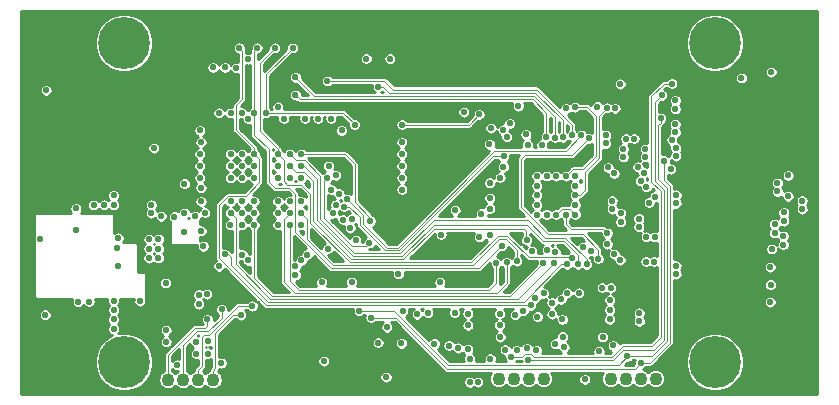
<source format=gbr>
G04 #@! TF.GenerationSoftware,KiCad,Pcbnew,5.1.5+dfsg1-2~bpo10+1*
G04 #@! TF.CreationDate,2020-03-26T22:27:21+01:00*
G04 #@! TF.ProjectId,SDI-bridge,5344492d-6272-4696-9467-652e6b696361,rev?*
G04 #@! TF.SameCoordinates,Original*
G04 #@! TF.FileFunction,Copper,L3,Inr*
G04 #@! TF.FilePolarity,Positive*
%FSLAX46Y46*%
G04 Gerber Fmt 4.6, Leading zero omitted, Abs format (unit mm)*
G04 Created by KiCad (PCBNEW 5.1.5+dfsg1-2~bpo10+1) date 2020-03-26 22:27:21*
%MOMM*%
%LPD*%
G04 APERTURE LIST*
%ADD10C,1.100000*%
%ADD11C,0.550000*%
%ADD12C,4.400000*%
%ADD13C,0.125000*%
%ADD14C,0.254000*%
G04 APERTURE END LIST*
D10*
X112700000Y-131496000D03*
X113970000Y-131496000D03*
X115240000Y-131496000D03*
X116510000Y-131496000D03*
X154000000Y-131400000D03*
X152730000Y-131400000D03*
X151460000Y-131400000D03*
X150190000Y-131400000D03*
X144500000Y-131400000D03*
X143230000Y-131400000D03*
X141960000Y-131400000D03*
X140690000Y-131400000D03*
D11*
X147195000Y-115077500D03*
X143945000Y-115077500D03*
X120000000Y-116400000D03*
X119000000Y-117400000D03*
X120000000Y-117400000D03*
D12*
X159000000Y-103000000D03*
X159000000Y-130000000D03*
D11*
X163720000Y-123450000D03*
X163700000Y-121960000D03*
X144370000Y-111629444D03*
X150995000Y-106465000D03*
X138245000Y-131715000D03*
X139995000Y-129715000D03*
X140825000Y-127885000D03*
X146115000Y-127855000D03*
X112545000Y-128295000D03*
X112545000Y-127305000D03*
X127400000Y-110400000D03*
X126300000Y-113400000D03*
X124300000Y-109400000D03*
X126500000Y-109400000D03*
X125400000Y-109400000D03*
X163700000Y-124940006D03*
X125890000Y-129930000D03*
X123500000Y-122650000D03*
X146438676Y-108522410D03*
X143900000Y-129020000D03*
X142220000Y-129020000D03*
X147990000Y-131470000D03*
X122005000Y-108405000D03*
X149885000Y-120015000D03*
X135265000Y-128445000D03*
X149775000Y-110785000D03*
X147825000Y-120275000D03*
X148515000Y-120565000D03*
X139925000Y-111575000D03*
X146250000Y-128750000D03*
X163810000Y-120450000D03*
X165210000Y-115970000D03*
X165210000Y-114210000D03*
X137020000Y-117150000D03*
X132220000Y-122550000D03*
X119974991Y-113400000D03*
X119974991Y-114400000D03*
X143070000Y-128854979D03*
X126649998Y-117400000D03*
X117227510Y-130090000D03*
X138940000Y-131700000D03*
X138245000Y-129715000D03*
X146382500Y-114265000D03*
X146382500Y-117515000D03*
X122000000Y-116400000D03*
X122000000Y-117400000D03*
X145200000Y-125950000D03*
X150400000Y-128600000D03*
X149500000Y-127900000D03*
X149905000Y-119095000D03*
X143985000Y-126155000D03*
X135825000Y-119210000D03*
X147170000Y-108420000D03*
X140035000Y-110195000D03*
X149200000Y-129084990D03*
X121989991Y-113394980D03*
X121989991Y-114400000D03*
X111100000Y-119600000D03*
D12*
X109000000Y-103000000D03*
X109000000Y-130000000D03*
D11*
X118000000Y-113400000D03*
X119000000Y-113400000D03*
X118000000Y-114400000D03*
X119000000Y-114400000D03*
X115500000Y-116400000D03*
X117505000Y-105065000D03*
X119505000Y-104365000D03*
X116505000Y-105065000D03*
X129495000Y-104315000D03*
X131495000Y-104325000D03*
X140785000Y-125905000D03*
X140775000Y-126895000D03*
X146495000Y-124145000D03*
X147495000Y-124145000D03*
X146100000Y-126400000D03*
X115300000Y-124300000D03*
X115300000Y-125100000D03*
X108500000Y-119500000D03*
X111300000Y-117400000D03*
X111300000Y-116700000D03*
X114100000Y-117400000D03*
X114100000Y-114900000D03*
X108100000Y-115900000D03*
X115500000Y-118900000D03*
X115400000Y-114400000D03*
X115400000Y-113400000D03*
X115400000Y-112400000D03*
X115400000Y-110400000D03*
X117000000Y-108900000D03*
X119000000Y-108900000D03*
X102390000Y-107000000D03*
X102320000Y-126000000D03*
X106020000Y-124890000D03*
X110330000Y-124849990D03*
X111900000Y-119600000D03*
X111100000Y-120400000D03*
X111900000Y-120400000D03*
X111100000Y-121200000D03*
X111900000Y-121200000D03*
X115700000Y-120200000D03*
X115834184Y-117357909D03*
X134715000Y-125845000D03*
X142775000Y-125670010D03*
X119000000Y-116410010D03*
X118000000Y-116410010D03*
X118000000Y-112400000D03*
X119000000Y-112400000D03*
X115500000Y-111400000D03*
X150100000Y-126390000D03*
X150100002Y-125600000D03*
X150120000Y-124760000D03*
X138100000Y-125900000D03*
X138100000Y-126900000D03*
X111500000Y-111900000D03*
X115500000Y-115250000D03*
X118500000Y-105100000D03*
X115000000Y-117650000D03*
X136965000Y-125815000D03*
X131165000Y-131275000D03*
X132475000Y-128425000D03*
X138095000Y-128905000D03*
X142100000Y-126020000D03*
X161260000Y-105950000D03*
X163790000Y-105450000D03*
X141250002Y-128950000D03*
X137245000Y-128815000D03*
X136485000Y-128605000D03*
X150570000Y-108520000D03*
X147195000Y-115890000D03*
X149885000Y-108485000D03*
X115079998Y-128290000D03*
X115090000Y-129300002D03*
X116080000Y-128230000D03*
X116080000Y-129300000D03*
X132500000Y-115400000D03*
X139954998Y-117015000D03*
X132500000Y-114400000D03*
X139944648Y-116118980D03*
X132500000Y-113400000D03*
X139935000Y-114825000D03*
X140820459Y-114392683D03*
X132500000Y-112400000D03*
X132500000Y-111400000D03*
X141109293Y-113458443D03*
X126205000Y-106205000D03*
X146940000Y-110803147D03*
X123500000Y-105900000D03*
X145445000Y-111005000D03*
X123500000Y-107400000D03*
X144735718Y-110973427D03*
X123000000Y-118400000D03*
X140494994Y-121610000D03*
X123000000Y-117400000D03*
X141370000Y-121570000D03*
X124000000Y-117400000D03*
X142245000Y-121465000D03*
X120000000Y-108900000D03*
X144815000Y-120515000D03*
X120245000Y-103400000D03*
X140950000Y-120170010D03*
X121000000Y-108900000D03*
X128500000Y-109900000D03*
X123250000Y-103400000D03*
X120000000Y-112400000D03*
X143405000Y-125195000D03*
X118750000Y-103400000D03*
X145500000Y-120660000D03*
X122000000Y-112400000D03*
X121750000Y-103400000D03*
X146940000Y-121190000D03*
X120000000Y-118400000D03*
X144495000Y-121610000D03*
X118000000Y-117400000D03*
X145360000Y-121620000D03*
X119500000Y-121400000D03*
X139080000Y-119400000D03*
X119850002Y-125260000D03*
X119000000Y-120900000D03*
X143495000Y-120625000D03*
X118860000Y-126030000D03*
X119000000Y-118400000D03*
X123500000Y-121900000D03*
X124000000Y-121400000D03*
X124500004Y-120900000D03*
X126250000Y-120400000D03*
X128620000Y-119680000D03*
X128125000Y-118670000D03*
X128250000Y-117900000D03*
X127505000Y-117950000D03*
X127175000Y-115745000D03*
X126500000Y-115400006D03*
X126180000Y-114390000D03*
X129765022Y-119915992D03*
X124000000Y-112400000D03*
X129840004Y-118090000D03*
X124003705Y-118396295D03*
X127875000Y-116220000D03*
X147710000Y-110790000D03*
X124000000Y-116400000D03*
X130495000Y-128365000D03*
X124000000Y-114400000D03*
X131245000Y-127065000D03*
X124000000Y-113400000D03*
X147410000Y-121740000D03*
X123000000Y-116400000D03*
X133795000Y-125965000D03*
X123000000Y-114400000D03*
X128245000Y-123215000D03*
X123000000Y-113400000D03*
X143075000Y-119685000D03*
X123000000Y-112400000D03*
X148145000Y-121740000D03*
X117000000Y-121900000D03*
X139980000Y-119280000D03*
X116040000Y-126400000D03*
X141115000Y-112595000D03*
X127595000Y-116850000D03*
X117974991Y-118400000D03*
X146495000Y-121740000D03*
X117502882Y-120897118D03*
X112140000Y-117660000D03*
X108100000Y-116700000D03*
X105100000Y-124900000D03*
X104900000Y-118800000D03*
X104900000Y-117000000D03*
X106399994Y-116700000D03*
X107300000Y-116700000D03*
X108100000Y-124800000D03*
X108099998Y-125600000D03*
X108100000Y-126400000D03*
X108100000Y-127200000D03*
X147195000Y-116702500D03*
X149065000Y-108375000D03*
X143945000Y-117515000D03*
X142374390Y-108326615D03*
X139250000Y-117440000D03*
X117240000Y-125550000D03*
X141730000Y-129560000D03*
X155365000Y-106425000D03*
X155365000Y-111185000D03*
X143015000Y-110735000D03*
X154495000Y-107425000D03*
X143145000Y-111605000D03*
X155280000Y-113670000D03*
X143187118Y-129804999D03*
X154415000Y-109355000D03*
X128895000Y-125670010D03*
X151600883Y-129530883D03*
X152730000Y-130080004D03*
X129875000Y-126235000D03*
X154730000Y-112960000D03*
X164310000Y-114837500D03*
X164310000Y-115562500D03*
X166390000Y-116337500D03*
X166390000Y-117062500D03*
X164840000Y-117337500D03*
X164840000Y-118062500D03*
X164060000Y-118337500D03*
X164060000Y-119062500D03*
X164810000Y-119337500D03*
X164810000Y-120062500D03*
X114090000Y-119010000D03*
X152565000Y-118566250D03*
X151025000Y-118131250D03*
X152565000Y-117853750D03*
X151025000Y-117418750D03*
X150305000Y-117058750D03*
X153188750Y-119405000D03*
X150305000Y-116346250D03*
X153901250Y-119405000D03*
X150996907Y-121376907D03*
X155730008Y-122566250D03*
X150493093Y-120873093D03*
X155730008Y-121853750D03*
X153168750Y-121495000D03*
X153443093Y-116496907D03*
X153881250Y-121495000D03*
X153946907Y-115993093D03*
X152605000Y-126566250D03*
X150181250Y-123705000D03*
X152605000Y-125853750D03*
X149468750Y-123705000D03*
X155665000Y-108566250D03*
X150476907Y-114036907D03*
X155665000Y-107853750D03*
X149973093Y-113533093D03*
X155655000Y-110566250D03*
X152181250Y-111085000D03*
X155655000Y-109853750D03*
X151468750Y-111085000D03*
X155695000Y-112566250D03*
X152976907Y-113976907D03*
X155695000Y-111853750D03*
X152473093Y-113473093D03*
X151265000Y-112656250D03*
X153135000Y-112661250D03*
X151265000Y-111943750D03*
X153135000Y-111948750D03*
X153216907Y-115166907D03*
X155730008Y-116566250D03*
X152713093Y-114663093D03*
X155730008Y-115853750D03*
X145500000Y-128470000D03*
X108450000Y-121850000D03*
X108400000Y-120350000D03*
X101900000Y-119600000D03*
X141635000Y-109805000D03*
X122000000Y-118400000D03*
X118000000Y-108900000D03*
X122500000Y-109400000D03*
X126900000Y-114200000D03*
X146000000Y-124700000D03*
X143800000Y-124600000D03*
X144500000Y-124200000D03*
X113250000Y-117700000D03*
X113500000Y-130250000D03*
X116000000Y-124250000D03*
X145205000Y-124965000D03*
X126895000Y-116710000D03*
X125720000Y-123260000D03*
X135730000Y-123250000D03*
X149750000Y-111500000D03*
X148345000Y-111075000D03*
X149145000Y-121255000D03*
X137755000Y-108845000D03*
X119500000Y-109400000D03*
X143945000Y-114265000D03*
X144757500Y-114265000D03*
X144757500Y-117515000D03*
X143945000Y-116702500D03*
X145570000Y-114265000D03*
X141385000Y-110945000D03*
X141075000Y-110345000D03*
X132590000Y-125700000D03*
X112500000Y-123300000D03*
X146137273Y-110970868D03*
X130500000Y-106680010D03*
X132500000Y-109900000D03*
X139055000Y-109035000D03*
X147195000Y-114265000D03*
X145570000Y-117515000D03*
X147195000Y-117515000D03*
X143945000Y-115890000D03*
D13*
X146382500Y-117515000D02*
X146382500Y-117962500D01*
X149560000Y-118750000D02*
X149905000Y-119095000D01*
X146382500Y-117515000D02*
X146382500Y-118332500D01*
X146800000Y-118750000D02*
X149560000Y-118750000D01*
X146382500Y-118332500D02*
X146800000Y-118750000D01*
X148180000Y-108420000D02*
X147170000Y-108420000D01*
X148940000Y-112580000D02*
X148940000Y-109180000D01*
X147840000Y-113680000D02*
X148940000Y-112580000D01*
X146382500Y-114265000D02*
X146967500Y-113680000D01*
X148940000Y-109180000D02*
X148180000Y-108420000D01*
X146967500Y-113680000D02*
X147840000Y-113680000D01*
X149230000Y-109140000D02*
X149885000Y-108485000D01*
X148005000Y-113915000D02*
X149230000Y-112690000D01*
X148005000Y-115465000D02*
X148005000Y-113915000D01*
X147580000Y-115890000D02*
X148005000Y-115465000D01*
X149230000Y-112690000D02*
X149230000Y-109140000D01*
X147195000Y-115890000D02*
X147580000Y-115890000D01*
X131035000Y-106205000D02*
X126205000Y-106205000D01*
X131760000Y-106930000D02*
X131035000Y-106205000D01*
X143916772Y-106930000D02*
X131760000Y-106930000D01*
X146940000Y-110803147D02*
X146940000Y-109953228D01*
X146940000Y-109953228D02*
X143916772Y-106930000D01*
X123774999Y-106174999D02*
X123500000Y-105900000D01*
X125095011Y-107495011D02*
X123774999Y-106174999D01*
X143703935Y-107495011D02*
X125095011Y-107495011D01*
X145445000Y-109236076D02*
X143703935Y-107495011D01*
X145445000Y-111005000D02*
X145445000Y-109236076D01*
X123774999Y-107674999D02*
X123500000Y-107400000D01*
X123870022Y-107770022D02*
X123774999Y-107674999D01*
X143590022Y-107770022D02*
X123870022Y-107770022D01*
X144735718Y-110973427D02*
X144735718Y-108915718D01*
X144735718Y-108915718D02*
X143590022Y-107770022D01*
X123760000Y-123900000D02*
X123000000Y-123140000D01*
X139880000Y-123900000D02*
X123760000Y-123900000D01*
X140494994Y-121610000D02*
X140494994Y-123285006D01*
X123000000Y-123140000D02*
X123000000Y-118400000D01*
X140494994Y-123285006D02*
X139880000Y-123900000D01*
X141370000Y-121958908D02*
X141370000Y-121570000D01*
X122530000Y-117870000D02*
X122530000Y-123193568D01*
X122530000Y-123193568D02*
X123486432Y-124150000D01*
X140560000Y-124150000D02*
X141370000Y-123340000D01*
X123000000Y-117400000D02*
X122530000Y-117870000D01*
X123486432Y-124150000D02*
X140560000Y-124150000D01*
X141370000Y-123340000D02*
X141370000Y-121958908D01*
X124470000Y-117870000D02*
X124000000Y-117400000D01*
X142245000Y-120555000D02*
X141310000Y-119620000D01*
X142245000Y-121465000D02*
X142245000Y-120555000D01*
X124470000Y-119620000D02*
X124470000Y-117870000D01*
X140720000Y-119620000D02*
X138530000Y-121810000D01*
X141310000Y-119620000D02*
X140720000Y-119620000D01*
X138530000Y-121810000D02*
X126660000Y-121810000D01*
X126660000Y-121810000D02*
X124470000Y-119620000D01*
X120000000Y-103645000D02*
X120000000Y-108900000D01*
X120245000Y-103400000D02*
X120000000Y-103645000D01*
X121250000Y-114750000D02*
X121780000Y-115280000D01*
X123500000Y-115790000D02*
X123500000Y-119030000D01*
X122990000Y-115280000D02*
X123500000Y-115790000D01*
X123500000Y-119030000D02*
X126530011Y-122060011D01*
X120000000Y-108900000D02*
X120000000Y-110750000D01*
X139059999Y-122060011D02*
X140675001Y-120445009D01*
X126530011Y-122060011D02*
X139059999Y-122060011D01*
X121780000Y-115280000D02*
X122990000Y-115280000D01*
X121250000Y-112000000D02*
X121250000Y-114750000D01*
X120000000Y-110750000D02*
X121250000Y-112000000D01*
X140675001Y-120445009D02*
X140950000Y-120170010D01*
X121000000Y-108900000D02*
X127530000Y-108900000D01*
X128500000Y-109870000D02*
X128500000Y-109900000D01*
X127530000Y-108900000D02*
X128500000Y-109870000D01*
X121000000Y-105650000D02*
X121000000Y-108900000D01*
X123250000Y-103400000D02*
X121000000Y-105650000D01*
X119000000Y-103650000D02*
X118750000Y-103400000D01*
X118500000Y-110400000D02*
X118500000Y-108250000D01*
X119000000Y-107750000D02*
X119000000Y-103650000D01*
X120000000Y-112400000D02*
X120000000Y-111900000D01*
X118500000Y-108250000D02*
X119000000Y-107750000D01*
X120000000Y-111900000D02*
X118500000Y-110400000D01*
X142981092Y-125160000D02*
X143016092Y-125195000D01*
X121000000Y-125160000D02*
X142981092Y-125160000D01*
X117000000Y-121160000D02*
X121000000Y-125160000D01*
X120450001Y-112850001D02*
X120450001Y-114799999D01*
X120000000Y-112400000D02*
X120450001Y-112850001D01*
X117798998Y-115935000D02*
X117000000Y-116733998D01*
X143016092Y-125195000D02*
X143405000Y-125195000D01*
X120450001Y-114799999D02*
X119315000Y-115935000D01*
X119315000Y-115935000D02*
X117798998Y-115935000D01*
X117000000Y-116733998D02*
X117000000Y-121160000D01*
X122000000Y-111930000D02*
X122000000Y-112400000D01*
X120500000Y-110430000D02*
X122000000Y-111930000D01*
X121750000Y-103400000D02*
X120500000Y-104650000D01*
X120500000Y-104650000D02*
X120500000Y-110430000D01*
X122450001Y-112850001D02*
X122000000Y-112400000D01*
X122500000Y-114710000D02*
X122500000Y-112900000D01*
X122790000Y-115000000D02*
X122500000Y-114710000D01*
X124750000Y-118230000D02*
X124750000Y-115750000D01*
X128080000Y-121560000D02*
X124750000Y-118230000D01*
X146884999Y-121134999D02*
X143274999Y-121134999D01*
X122500000Y-112900000D02*
X122450001Y-112850001D01*
X146940000Y-121190000D02*
X146884999Y-121134999D01*
X143274999Y-121134999D02*
X141440000Y-119300000D01*
X124000000Y-115000000D02*
X122790000Y-115000000D01*
X124750000Y-115750000D02*
X124000000Y-115000000D01*
X140640000Y-119300000D02*
X138380000Y-121560000D01*
X141440000Y-119300000D02*
X140640000Y-119300000D01*
X138380000Y-121560000D02*
X128080000Y-121560000D01*
X121510000Y-124400000D02*
X141705000Y-124400000D01*
X141705000Y-124400000D02*
X144220001Y-121884999D01*
X120000000Y-118400000D02*
X120000000Y-122890000D01*
X144220001Y-121884999D02*
X144495000Y-121610000D01*
X120000000Y-122890000D02*
X121510000Y-124400000D01*
X118274999Y-117674999D02*
X118000000Y-117400000D01*
X145360000Y-121620000D02*
X145360000Y-121630000D01*
X118450001Y-121728925D02*
X118450001Y-117850001D01*
X145360000Y-121630000D02*
X142340000Y-124650000D01*
X121371076Y-124650000D02*
X118450001Y-121728925D01*
X142340000Y-124650000D02*
X121371076Y-124650000D01*
X118450001Y-117850001D02*
X118274999Y-117674999D01*
X115230000Y-131486000D02*
X115240000Y-131496000D01*
X115240000Y-130718183D02*
X115240000Y-131496000D01*
X119850002Y-125260000D02*
X118610000Y-125260000D01*
X115770000Y-127700000D02*
X115580000Y-127890000D01*
X116170000Y-127700000D02*
X115770000Y-127700000D01*
X118610000Y-125260000D02*
X116170000Y-127700000D01*
X115580000Y-127890000D02*
X115580000Y-130378183D01*
X115580000Y-130378183D02*
X115240000Y-130718183D01*
X118240174Y-126030000D02*
X116720000Y-127550174D01*
X118860000Y-126030000D02*
X118240174Y-126030000D01*
X116720000Y-127550174D02*
X116720000Y-130540000D01*
X116510000Y-130750000D02*
X116510000Y-131496000D01*
X116720000Y-130540000D02*
X116510000Y-130750000D01*
X125905001Y-114664999D02*
X125905001Y-117785001D01*
X129490023Y-120190991D02*
X129765022Y-119915992D01*
X125905001Y-117785001D02*
X128310991Y-120190991D01*
X128310991Y-120190991D02*
X129490023Y-120190991D01*
X126180000Y-114390000D02*
X125905001Y-114664999D01*
X129840004Y-117770004D02*
X129840004Y-118090000D01*
X128500000Y-116430000D02*
X129840004Y-117770004D01*
X128500000Y-113240000D02*
X128500000Y-116430000D01*
X124000000Y-112400000D02*
X127660000Y-112400000D01*
X127660000Y-112400000D02*
X128500000Y-113240000D01*
X128149999Y-116494999D02*
X127875000Y-116220000D01*
X129240000Y-117585000D02*
X128149999Y-116494999D01*
X131250000Y-120310000D02*
X129240000Y-118300000D01*
X147710000Y-110790000D02*
X146380000Y-112120000D01*
X140350000Y-112120000D02*
X132160000Y-120310000D01*
X146380000Y-112120000D02*
X140350000Y-112120000D01*
X132160000Y-120310000D02*
X131250000Y-120310000D01*
X129240000Y-118300000D02*
X129240000Y-117585000D01*
X124200000Y-113400000D02*
X124000000Y-113400000D01*
X125300011Y-114500011D02*
X124200000Y-113400000D01*
X125300011Y-118010011D02*
X125300011Y-114500011D01*
X128350000Y-121060000D02*
X125300011Y-118010011D01*
X132520000Y-121060000D02*
X128350000Y-121060000D01*
X147410000Y-120960000D02*
X146240000Y-119790000D01*
X135200000Y-118380000D02*
X132520000Y-121060000D01*
X147410000Y-121740000D02*
X147410000Y-120960000D01*
X143075024Y-118380000D02*
X135200000Y-118380000D01*
X146240000Y-119790000D02*
X144485024Y-119790000D01*
X144485024Y-119790000D02*
X143075024Y-118380000D01*
X143035001Y-119645001D02*
X143075000Y-119685000D01*
X135230000Y-118710000D02*
X142860000Y-118710000D01*
X123510000Y-113910000D02*
X124210000Y-113910000D01*
X132630000Y-121310000D02*
X135230000Y-118710000D01*
X128220000Y-121310000D02*
X132630000Y-121310000D01*
X123000000Y-113400000D02*
X123510000Y-113910000D01*
X124210000Y-113910000D02*
X125010000Y-114710000D01*
X143035001Y-118885001D02*
X143035001Y-119645001D01*
X125010000Y-114710000D02*
X125010000Y-118100000D01*
X142860000Y-118710000D02*
X143035001Y-118885001D01*
X125010000Y-118100000D02*
X128220000Y-121310000D01*
X123450001Y-112850001D02*
X123000000Y-112400000D01*
X123520000Y-112920000D02*
X123450001Y-112850001D01*
X124300000Y-112920000D02*
X123520000Y-112920000D01*
X125610000Y-114240000D02*
X124290000Y-112920000D01*
X125610000Y-117922864D02*
X125610000Y-114240000D01*
X128497136Y-120810000D02*
X125610000Y-117922864D01*
X132380000Y-120810000D02*
X128497136Y-120810000D01*
X148145000Y-121295000D02*
X146315000Y-119465000D01*
X148145000Y-121740000D02*
X148145000Y-121295000D01*
X146315000Y-119465000D02*
X144660046Y-119465000D01*
X144660046Y-119465000D02*
X143165023Y-117969977D01*
X143165023Y-117969977D02*
X135220023Y-117969977D01*
X135220023Y-117969977D02*
X132380000Y-120810000D01*
X112700000Y-130718183D02*
X112700000Y-131496000D01*
X114960000Y-127130000D02*
X112700000Y-129390000D01*
X115870000Y-127130000D02*
X114960000Y-127130000D01*
X112700000Y-129390000D02*
X112700000Y-130718183D01*
X116040000Y-126400000D02*
X116040000Y-126960000D01*
X116040000Y-126960000D02*
X115870000Y-127130000D01*
X128055000Y-116850000D02*
X128950000Y-117745000D01*
X140726092Y-112595000D02*
X141115000Y-112595000D01*
X127595000Y-116850000D02*
X128055000Y-116850000D01*
X140235000Y-112595000D02*
X140726092Y-112595000D01*
X128950000Y-117745000D02*
X128950000Y-118390000D01*
X128950000Y-118390000D02*
X131120000Y-120560000D01*
X131120000Y-120560000D02*
X132270000Y-120560000D01*
X132270000Y-120560000D02*
X140235000Y-112595000D01*
X145978507Y-121740000D02*
X142818507Y-124900000D01*
X146495000Y-121740000D02*
X145978507Y-121740000D01*
X118050000Y-121130000D02*
X117817118Y-120897118D01*
X142818507Y-124900000D02*
X121150000Y-124900000D01*
X121150000Y-124900000D02*
X118050000Y-121800000D01*
X117817118Y-120897118D02*
X117502882Y-120897118D01*
X118050000Y-121800000D02*
X118050000Y-121130000D01*
X113970000Y-128550000D02*
X113970000Y-130718183D01*
X116090000Y-127390000D02*
X115130000Y-127390000D01*
X113970000Y-130718183D02*
X113970000Y-131496000D01*
X115130000Y-127390000D02*
X113970000Y-128550000D01*
X117240000Y-125550000D02*
X117240000Y-126240000D01*
X117240000Y-126240000D02*
X116090000Y-127390000D01*
X142118908Y-129560000D02*
X141730000Y-129560000D01*
X142680000Y-129560000D02*
X142118908Y-129560000D01*
X142910011Y-129329989D02*
X142680000Y-129560000D01*
X143449989Y-129329989D02*
X142910011Y-129329989D01*
X143680000Y-129560000D02*
X143449989Y-129329989D01*
X150280000Y-129560000D02*
X143680000Y-129560000D01*
X151195000Y-128645000D02*
X150280000Y-129560000D01*
X153695000Y-128645000D02*
X151195000Y-128645000D01*
X155365000Y-106425000D02*
X154715000Y-106425000D01*
X154450000Y-115540000D02*
X154450000Y-127890000D01*
X154715000Y-106425000D02*
X153635000Y-107505000D01*
X153635000Y-107505000D02*
X153635000Y-114725000D01*
X153635000Y-114725000D02*
X154450000Y-115540000D01*
X154450000Y-127890000D02*
X153695000Y-128645000D01*
X150393913Y-129835011D02*
X143217130Y-129835011D01*
X151263924Y-128965000D02*
X150393913Y-129835011D01*
X153935000Y-107985000D02*
X153935000Y-114636076D01*
X154495000Y-107425000D02*
X153935000Y-107985000D01*
X153935000Y-114636076D02*
X154710000Y-115411076D01*
X154710000Y-115411076D02*
X154710000Y-128103568D01*
X154710000Y-128103568D02*
X153848568Y-128965000D01*
X143217130Y-129835011D02*
X143187118Y-129804999D01*
X153848568Y-128965000D02*
X151263924Y-128965000D01*
X151989791Y-129530883D02*
X151600883Y-129530883D01*
X153671609Y-129530883D02*
X151989791Y-129530883D01*
X154415000Y-109743908D02*
X154235000Y-109923908D01*
X154415000Y-109355000D02*
X154415000Y-109743908D01*
X154235000Y-109923908D02*
X154235000Y-114535000D01*
X154979987Y-128222505D02*
X153671609Y-129530883D01*
X154235000Y-114535000D02*
X154979987Y-115279987D01*
X154979987Y-115279987D02*
X154979987Y-128222505D01*
X136423999Y-130280001D02*
X131814008Y-125670010D01*
X150851765Y-130280001D02*
X136423999Y-130280001D01*
X151600883Y-129530883D02*
X150851765Y-130280001D01*
X131814008Y-125670010D02*
X129283908Y-125670010D01*
X129283908Y-125670010D02*
X128895000Y-125670010D01*
X155240000Y-128351416D02*
X153511412Y-130080004D01*
X153511412Y-130080004D02*
X153118908Y-130080004D01*
X155240000Y-115140000D02*
X155240000Y-128351416D01*
X154730000Y-112960000D02*
X154730000Y-114630000D01*
X153118908Y-130080004D02*
X152730000Y-130080004D01*
X154730000Y-114630000D02*
X155240000Y-115140000D01*
X129950000Y-126310000D02*
X132030000Y-126310000D01*
X129875000Y-126235000D02*
X129950000Y-126310000D01*
X132030000Y-126310000D02*
X136300000Y-130580000D01*
X136300000Y-130580000D02*
X152230004Y-130580000D01*
X152230004Y-130580000D02*
X152730000Y-130080004D01*
X146950000Y-112470000D02*
X148345000Y-111075000D01*
X142910000Y-112470000D02*
X146950000Y-112470000D01*
X149145000Y-121255000D02*
X149145000Y-120485000D01*
X147810000Y-119150000D02*
X144840000Y-119150000D01*
X142570000Y-116880000D02*
X142570000Y-112810000D01*
X149145000Y-120485000D02*
X147810000Y-119150000D01*
X144840000Y-119150000D02*
X142570000Y-116880000D01*
X142570000Y-112810000D02*
X142910000Y-112470000D01*
X131418898Y-107210000D02*
X130888908Y-106680010D01*
X130888908Y-106680010D02*
X130500000Y-106680010D01*
X143807848Y-107210000D02*
X131418898Y-107210000D01*
X146137273Y-110970868D02*
X146137273Y-109539425D01*
X146137273Y-109539425D02*
X143807848Y-107210000D01*
X132525000Y-109925000D02*
X132500000Y-109900000D01*
X138165000Y-109925000D02*
X132525000Y-109925000D01*
X139055000Y-109035000D02*
X138165000Y-109925000D01*
X146705000Y-117025000D02*
X147195000Y-117515000D01*
X146065000Y-117025000D02*
X146705000Y-117025000D01*
X145570000Y-117515000D02*
X145575000Y-117515000D01*
X145575000Y-117515000D02*
X146065000Y-117025000D01*
D14*
G36*
X167698001Y-132698000D02*
G01*
X100302000Y-132698000D01*
X100302000Y-125945633D01*
X101768000Y-125945633D01*
X101768000Y-126054367D01*
X101789213Y-126161012D01*
X101830824Y-126261470D01*
X101891234Y-126351880D01*
X101968120Y-126428766D01*
X102058530Y-126489176D01*
X102158988Y-126530787D01*
X102265633Y-126552000D01*
X102374367Y-126552000D01*
X102481012Y-126530787D01*
X102581470Y-126489176D01*
X102671880Y-126428766D01*
X102748766Y-126351880D01*
X102809176Y-126261470D01*
X102850787Y-126161012D01*
X102872000Y-126054367D01*
X102872000Y-125945633D01*
X102850787Y-125838988D01*
X102809176Y-125738530D01*
X102748766Y-125648120D01*
X102671880Y-125571234D01*
X102581470Y-125510824D01*
X102481012Y-125469213D01*
X102374367Y-125448000D01*
X102265633Y-125448000D01*
X102158988Y-125469213D01*
X102058530Y-125510824D01*
X101968120Y-125571234D01*
X101891234Y-125648120D01*
X101830824Y-125738530D01*
X101789213Y-125838988D01*
X101768000Y-125945633D01*
X100302000Y-125945633D01*
X100302000Y-119545633D01*
X101348000Y-119545633D01*
X101348000Y-119654367D01*
X101369213Y-119761012D01*
X101373000Y-119770155D01*
X101373000Y-124500000D01*
X101375440Y-124524776D01*
X101382667Y-124548601D01*
X101394403Y-124570557D01*
X101410197Y-124589803D01*
X101429443Y-124605597D01*
X101451399Y-124617333D01*
X101475224Y-124624560D01*
X101500000Y-124627000D01*
X104618528Y-124627000D01*
X104610824Y-124638530D01*
X104569213Y-124738988D01*
X104548000Y-124845633D01*
X104548000Y-124954367D01*
X104569213Y-125061012D01*
X104610824Y-125161470D01*
X104671234Y-125251880D01*
X104748120Y-125328766D01*
X104838530Y-125389176D01*
X104938988Y-125430787D01*
X105045633Y-125452000D01*
X105154367Y-125452000D01*
X105261012Y-125430787D01*
X105361470Y-125389176D01*
X105451880Y-125328766D01*
X105528766Y-125251880D01*
X105563341Y-125200135D01*
X105591234Y-125241880D01*
X105668120Y-125318766D01*
X105758530Y-125379176D01*
X105858988Y-125420787D01*
X105965633Y-125442000D01*
X106074367Y-125442000D01*
X106181012Y-125420787D01*
X106281470Y-125379176D01*
X106371880Y-125318766D01*
X106448766Y-125241880D01*
X106509176Y-125151470D01*
X106550787Y-125051012D01*
X106572000Y-124944367D01*
X106572000Y-124835633D01*
X106550787Y-124728988D01*
X106509176Y-124628530D01*
X106508154Y-124627000D01*
X107574179Y-124627000D01*
X107569213Y-124638988D01*
X107548000Y-124745633D01*
X107548000Y-124854367D01*
X107569213Y-124961012D01*
X107610824Y-125061470D01*
X107671234Y-125151880D01*
X107719353Y-125199999D01*
X107671232Y-125248120D01*
X107610822Y-125338530D01*
X107569211Y-125438988D01*
X107547998Y-125545633D01*
X107547998Y-125654367D01*
X107569211Y-125761012D01*
X107610822Y-125861470D01*
X107671232Y-125951880D01*
X107719353Y-126000001D01*
X107671234Y-126048120D01*
X107610824Y-126138530D01*
X107569213Y-126238988D01*
X107548000Y-126345633D01*
X107548000Y-126454367D01*
X107569213Y-126561012D01*
X107610824Y-126661470D01*
X107671234Y-126751880D01*
X107719354Y-126800000D01*
X107671234Y-126848120D01*
X107610824Y-126938530D01*
X107569213Y-127038988D01*
X107548000Y-127145633D01*
X107548000Y-127254367D01*
X107569213Y-127361012D01*
X107610824Y-127461470D01*
X107671234Y-127551880D01*
X107748120Y-127628766D01*
X107838530Y-127689176D01*
X107938988Y-127730787D01*
X107984025Y-127739745D01*
X107826701Y-127804911D01*
X107421005Y-128075989D01*
X107075989Y-128421005D01*
X106804911Y-128826701D01*
X106618190Y-129277486D01*
X106523000Y-129756037D01*
X106523000Y-130243963D01*
X106618190Y-130722514D01*
X106804911Y-131173299D01*
X107075989Y-131578995D01*
X107421005Y-131924011D01*
X107826701Y-132195089D01*
X108277486Y-132381810D01*
X108756037Y-132477000D01*
X109243963Y-132477000D01*
X109722514Y-132381810D01*
X110173299Y-132195089D01*
X110578995Y-131924011D01*
X110924011Y-131578995D01*
X111033891Y-131414548D01*
X111873000Y-131414548D01*
X111873000Y-131577452D01*
X111904782Y-131737227D01*
X111967123Y-131887731D01*
X112057628Y-132023181D01*
X112172819Y-132138372D01*
X112308269Y-132228877D01*
X112458773Y-132291218D01*
X112618548Y-132323000D01*
X112781452Y-132323000D01*
X112941227Y-132291218D01*
X113091731Y-132228877D01*
X113227181Y-132138372D01*
X113335000Y-132030553D01*
X113442819Y-132138372D01*
X113578269Y-132228877D01*
X113728773Y-132291218D01*
X113888548Y-132323000D01*
X114051452Y-132323000D01*
X114211227Y-132291218D01*
X114361731Y-132228877D01*
X114497181Y-132138372D01*
X114605000Y-132030553D01*
X114712819Y-132138372D01*
X114848269Y-132228877D01*
X114998773Y-132291218D01*
X115158548Y-132323000D01*
X115321452Y-132323000D01*
X115481227Y-132291218D01*
X115631731Y-132228877D01*
X115767181Y-132138372D01*
X115875000Y-132030553D01*
X115982819Y-132138372D01*
X116118269Y-132228877D01*
X116268773Y-132291218D01*
X116428548Y-132323000D01*
X116591452Y-132323000D01*
X116751227Y-132291218D01*
X116901731Y-132228877D01*
X117037181Y-132138372D01*
X117152372Y-132023181D01*
X117242877Y-131887731D01*
X117305218Y-131737227D01*
X117337000Y-131577452D01*
X117337000Y-131414548D01*
X117305218Y-131254773D01*
X117291077Y-131220633D01*
X130613000Y-131220633D01*
X130613000Y-131329367D01*
X130634213Y-131436012D01*
X130675824Y-131536470D01*
X130736234Y-131626880D01*
X130813120Y-131703766D01*
X130903530Y-131764176D01*
X131003988Y-131805787D01*
X131110633Y-131827000D01*
X131219367Y-131827000D01*
X131326012Y-131805787D01*
X131426470Y-131764176D01*
X131516880Y-131703766D01*
X131560013Y-131660633D01*
X137693000Y-131660633D01*
X137693000Y-131769367D01*
X137714213Y-131876012D01*
X137755824Y-131976470D01*
X137816234Y-132066880D01*
X137893120Y-132143766D01*
X137983530Y-132204176D01*
X138083988Y-132245787D01*
X138190633Y-132267000D01*
X138299367Y-132267000D01*
X138406012Y-132245787D01*
X138506470Y-132204176D01*
X138596880Y-132143766D01*
X138602363Y-132138283D01*
X138678530Y-132189176D01*
X138778988Y-132230787D01*
X138885633Y-132252000D01*
X138994367Y-132252000D01*
X139101012Y-132230787D01*
X139201470Y-132189176D01*
X139291880Y-132128766D01*
X139368766Y-132051880D01*
X139429176Y-131961470D01*
X139470787Y-131861012D01*
X139492000Y-131754367D01*
X139492000Y-131645633D01*
X139470787Y-131538988D01*
X139429176Y-131438530D01*
X139368766Y-131348120D01*
X139291880Y-131271234D01*
X139201470Y-131210824D01*
X139101012Y-131169213D01*
X138994367Y-131148000D01*
X138885633Y-131148000D01*
X138778988Y-131169213D01*
X138678530Y-131210824D01*
X138588120Y-131271234D01*
X138582637Y-131276717D01*
X138506470Y-131225824D01*
X138406012Y-131184213D01*
X138299367Y-131163000D01*
X138190633Y-131163000D01*
X138083988Y-131184213D01*
X137983530Y-131225824D01*
X137893120Y-131286234D01*
X137816234Y-131363120D01*
X137755824Y-131453530D01*
X137714213Y-131553988D01*
X137693000Y-131660633D01*
X131560013Y-131660633D01*
X131593766Y-131626880D01*
X131654176Y-131536470D01*
X131695787Y-131436012D01*
X131717000Y-131329367D01*
X131717000Y-131220633D01*
X131695787Y-131113988D01*
X131654176Y-131013530D01*
X131593766Y-130923120D01*
X131516880Y-130846234D01*
X131426470Y-130785824D01*
X131326012Y-130744213D01*
X131219367Y-130723000D01*
X131110633Y-130723000D01*
X131003988Y-130744213D01*
X130903530Y-130785824D01*
X130813120Y-130846234D01*
X130736234Y-130923120D01*
X130675824Y-131013530D01*
X130634213Y-131113988D01*
X130613000Y-131220633D01*
X117291077Y-131220633D01*
X117242877Y-131104269D01*
X117152372Y-130968819D01*
X117037181Y-130853628D01*
X116946853Y-130793272D01*
X116948270Y-130791855D01*
X116961224Y-130781224D01*
X117003649Y-130729528D01*
X117035174Y-130670549D01*
X117052081Y-130614815D01*
X117066498Y-130620787D01*
X117173143Y-130642000D01*
X117281877Y-130642000D01*
X117388522Y-130620787D01*
X117488980Y-130579176D01*
X117579390Y-130518766D01*
X117656276Y-130441880D01*
X117716686Y-130351470D01*
X117758297Y-130251012D01*
X117779510Y-130144367D01*
X117779510Y-130035633D01*
X117758297Y-129928988D01*
X117736197Y-129875633D01*
X125338000Y-129875633D01*
X125338000Y-129984367D01*
X125359213Y-130091012D01*
X125400824Y-130191470D01*
X125461234Y-130281880D01*
X125538120Y-130358766D01*
X125628530Y-130419176D01*
X125728988Y-130460787D01*
X125835633Y-130482000D01*
X125944367Y-130482000D01*
X126051012Y-130460787D01*
X126151470Y-130419176D01*
X126241880Y-130358766D01*
X126318766Y-130281880D01*
X126379176Y-130191470D01*
X126420787Y-130091012D01*
X126442000Y-129984367D01*
X126442000Y-129875633D01*
X126420787Y-129768988D01*
X126379176Y-129668530D01*
X126318766Y-129578120D01*
X126241880Y-129501234D01*
X126151470Y-129440824D01*
X126051012Y-129399213D01*
X125944367Y-129378000D01*
X125835633Y-129378000D01*
X125728988Y-129399213D01*
X125628530Y-129440824D01*
X125538120Y-129501234D01*
X125461234Y-129578120D01*
X125400824Y-129668530D01*
X125359213Y-129768988D01*
X125338000Y-129875633D01*
X117736197Y-129875633D01*
X117716686Y-129828530D01*
X117656276Y-129738120D01*
X117579390Y-129661234D01*
X117488980Y-129600824D01*
X117388522Y-129559213D01*
X117281877Y-129538000D01*
X117173143Y-129538000D01*
X117066498Y-129559213D01*
X117059500Y-129562112D01*
X117059500Y-128310633D01*
X129943000Y-128310633D01*
X129943000Y-128419367D01*
X129964213Y-128526012D01*
X130005824Y-128626470D01*
X130066234Y-128716880D01*
X130143120Y-128793766D01*
X130233530Y-128854176D01*
X130333988Y-128895787D01*
X130440633Y-128917000D01*
X130549367Y-128917000D01*
X130656012Y-128895787D01*
X130756470Y-128854176D01*
X130846880Y-128793766D01*
X130923766Y-128716880D01*
X130984176Y-128626470D01*
X131025787Y-128526012D01*
X131047000Y-128419367D01*
X131047000Y-128370633D01*
X131923000Y-128370633D01*
X131923000Y-128479367D01*
X131944213Y-128586012D01*
X131985824Y-128686470D01*
X132046234Y-128776880D01*
X132123120Y-128853766D01*
X132213530Y-128914176D01*
X132313988Y-128955787D01*
X132420633Y-128977000D01*
X132529367Y-128977000D01*
X132636012Y-128955787D01*
X132736470Y-128914176D01*
X132826880Y-128853766D01*
X132903766Y-128776880D01*
X132964176Y-128686470D01*
X133005787Y-128586012D01*
X133027000Y-128479367D01*
X133027000Y-128370633D01*
X133005787Y-128263988D01*
X132964176Y-128163530D01*
X132903766Y-128073120D01*
X132826880Y-127996234D01*
X132736470Y-127935824D01*
X132636012Y-127894213D01*
X132529367Y-127873000D01*
X132420633Y-127873000D01*
X132313988Y-127894213D01*
X132213530Y-127935824D01*
X132123120Y-127996234D01*
X132046234Y-128073120D01*
X131985824Y-128163530D01*
X131944213Y-128263988D01*
X131923000Y-128370633D01*
X131047000Y-128370633D01*
X131047000Y-128310633D01*
X131025787Y-128203988D01*
X130984176Y-128103530D01*
X130923766Y-128013120D01*
X130846880Y-127936234D01*
X130756470Y-127875824D01*
X130656012Y-127834213D01*
X130549367Y-127813000D01*
X130440633Y-127813000D01*
X130333988Y-127834213D01*
X130233530Y-127875824D01*
X130143120Y-127936234D01*
X130066234Y-128013120D01*
X130005824Y-128103530D01*
X129964213Y-128203988D01*
X129943000Y-128310633D01*
X117059500Y-128310633D01*
X117059500Y-127690798D01*
X118380800Y-126369500D01*
X118422962Y-126369500D01*
X118431234Y-126381880D01*
X118508120Y-126458766D01*
X118598530Y-126519176D01*
X118698988Y-126560787D01*
X118805633Y-126582000D01*
X118914367Y-126582000D01*
X119021012Y-126560787D01*
X119121470Y-126519176D01*
X119211880Y-126458766D01*
X119288766Y-126381880D01*
X119349176Y-126291470D01*
X119390787Y-126191012D01*
X119412000Y-126084367D01*
X119412000Y-125975633D01*
X119390787Y-125868988D01*
X119349176Y-125768530D01*
X119288766Y-125678120D01*
X119211880Y-125601234D01*
X119209285Y-125599500D01*
X119412964Y-125599500D01*
X119421236Y-125611880D01*
X119498122Y-125688766D01*
X119588532Y-125749176D01*
X119688990Y-125790787D01*
X119795635Y-125812000D01*
X119904369Y-125812000D01*
X120011014Y-125790787D01*
X120111472Y-125749176D01*
X120201882Y-125688766D01*
X120278768Y-125611880D01*
X120339178Y-125521470D01*
X120380789Y-125421012D01*
X120402002Y-125314367D01*
X120402002Y-125205633D01*
X120380789Y-125098988D01*
X120339178Y-124998530D01*
X120300461Y-124940586D01*
X120748146Y-125388271D01*
X120758776Y-125401224D01*
X120787728Y-125424984D01*
X120810471Y-125443649D01*
X120834458Y-125456470D01*
X120869451Y-125475174D01*
X120933446Y-125494587D01*
X120983329Y-125499500D01*
X120983330Y-125499500D01*
X120999999Y-125501142D01*
X121016668Y-125499500D01*
X128368147Y-125499500D01*
X128364213Y-125508998D01*
X128343000Y-125615643D01*
X128343000Y-125724377D01*
X128364213Y-125831022D01*
X128405824Y-125931480D01*
X128466234Y-126021890D01*
X128543120Y-126098776D01*
X128633530Y-126159186D01*
X128733988Y-126200797D01*
X128840633Y-126222010D01*
X128949367Y-126222010D01*
X129056012Y-126200797D01*
X129156470Y-126159186D01*
X129246880Y-126098776D01*
X129323766Y-126021890D01*
X129332038Y-126009510D01*
X129370921Y-126009510D01*
X129344213Y-126073988D01*
X129323000Y-126180633D01*
X129323000Y-126289367D01*
X129344213Y-126396012D01*
X129385824Y-126496470D01*
X129446234Y-126586880D01*
X129523120Y-126663766D01*
X129613530Y-126724176D01*
X129713988Y-126765787D01*
X129820633Y-126787000D01*
X129929367Y-126787000D01*
X130036012Y-126765787D01*
X130136470Y-126724176D01*
X130226880Y-126663766D01*
X130241146Y-126649500D01*
X130879854Y-126649500D01*
X130816234Y-126713120D01*
X130755824Y-126803530D01*
X130714213Y-126903988D01*
X130693000Y-127010633D01*
X130693000Y-127119367D01*
X130714213Y-127226012D01*
X130755824Y-127326470D01*
X130816234Y-127416880D01*
X130893120Y-127493766D01*
X130983530Y-127554176D01*
X131083988Y-127595787D01*
X131190633Y-127617000D01*
X131299367Y-127617000D01*
X131406012Y-127595787D01*
X131506470Y-127554176D01*
X131596880Y-127493766D01*
X131673766Y-127416880D01*
X131734176Y-127326470D01*
X131775787Y-127226012D01*
X131797000Y-127119367D01*
X131797000Y-127010633D01*
X131775787Y-126903988D01*
X131734176Y-126803530D01*
X131673766Y-126713120D01*
X131610146Y-126649500D01*
X131889376Y-126649500D01*
X136048146Y-130808271D01*
X136058776Y-130821224D01*
X136110472Y-130863649D01*
X136169451Y-130895174D01*
X136233446Y-130914587D01*
X136283329Y-130919500D01*
X136283331Y-130919500D01*
X136300000Y-130921142D01*
X136316669Y-130919500D01*
X140016437Y-130919500D01*
X139957123Y-131008269D01*
X139894782Y-131158773D01*
X139863000Y-131318548D01*
X139863000Y-131481452D01*
X139894782Y-131641227D01*
X139957123Y-131791731D01*
X140047628Y-131927181D01*
X140162819Y-132042372D01*
X140298269Y-132132877D01*
X140448773Y-132195218D01*
X140608548Y-132227000D01*
X140771452Y-132227000D01*
X140931227Y-132195218D01*
X141081731Y-132132877D01*
X141217181Y-132042372D01*
X141325000Y-131934553D01*
X141432819Y-132042372D01*
X141568269Y-132132877D01*
X141718773Y-132195218D01*
X141878548Y-132227000D01*
X142041452Y-132227000D01*
X142201227Y-132195218D01*
X142351731Y-132132877D01*
X142487181Y-132042372D01*
X142595000Y-131934553D01*
X142702819Y-132042372D01*
X142838269Y-132132877D01*
X142988773Y-132195218D01*
X143148548Y-132227000D01*
X143311452Y-132227000D01*
X143471227Y-132195218D01*
X143621731Y-132132877D01*
X143757181Y-132042372D01*
X143865000Y-131934553D01*
X143972819Y-132042372D01*
X144108269Y-132132877D01*
X144258773Y-132195218D01*
X144418548Y-132227000D01*
X144581452Y-132227000D01*
X144741227Y-132195218D01*
X144891731Y-132132877D01*
X145027181Y-132042372D01*
X145142372Y-131927181D01*
X145232877Y-131791731D01*
X145295218Y-131641227D01*
X145327000Y-131481452D01*
X145327000Y-131318548D01*
X145295218Y-131158773D01*
X145232877Y-131008269D01*
X145173563Y-130919500D01*
X147928092Y-130919500D01*
X147828988Y-130939213D01*
X147728530Y-130980824D01*
X147638120Y-131041234D01*
X147561234Y-131118120D01*
X147500824Y-131208530D01*
X147459213Y-131308988D01*
X147438000Y-131415633D01*
X147438000Y-131524367D01*
X147459213Y-131631012D01*
X147500824Y-131731470D01*
X147561234Y-131821880D01*
X147638120Y-131898766D01*
X147728530Y-131959176D01*
X147828988Y-132000787D01*
X147935633Y-132022000D01*
X148044367Y-132022000D01*
X148151012Y-132000787D01*
X148251470Y-131959176D01*
X148341880Y-131898766D01*
X148418766Y-131821880D01*
X148479176Y-131731470D01*
X148520787Y-131631012D01*
X148542000Y-131524367D01*
X148542000Y-131415633D01*
X148520787Y-131308988D01*
X148479176Y-131208530D01*
X148418766Y-131118120D01*
X148341880Y-131041234D01*
X148251470Y-130980824D01*
X148151012Y-130939213D01*
X148051908Y-130919500D01*
X149516437Y-130919500D01*
X149457123Y-131008269D01*
X149394782Y-131158773D01*
X149363000Y-131318548D01*
X149363000Y-131481452D01*
X149394782Y-131641227D01*
X149457123Y-131791731D01*
X149547628Y-131927181D01*
X149662819Y-132042372D01*
X149798269Y-132132877D01*
X149948773Y-132195218D01*
X150108548Y-132227000D01*
X150271452Y-132227000D01*
X150431227Y-132195218D01*
X150581731Y-132132877D01*
X150717181Y-132042372D01*
X150825000Y-131934553D01*
X150932819Y-132042372D01*
X151068269Y-132132877D01*
X151218773Y-132195218D01*
X151378548Y-132227000D01*
X151541452Y-132227000D01*
X151701227Y-132195218D01*
X151851731Y-132132877D01*
X151987181Y-132042372D01*
X152095000Y-131934553D01*
X152202819Y-132042372D01*
X152338269Y-132132877D01*
X152488773Y-132195218D01*
X152648548Y-132227000D01*
X152811452Y-132227000D01*
X152971227Y-132195218D01*
X153121731Y-132132877D01*
X153257181Y-132042372D01*
X153365000Y-131934553D01*
X153472819Y-132042372D01*
X153608269Y-132132877D01*
X153758773Y-132195218D01*
X153918548Y-132227000D01*
X154081452Y-132227000D01*
X154241227Y-132195218D01*
X154391731Y-132132877D01*
X154527181Y-132042372D01*
X154642372Y-131927181D01*
X154732877Y-131791731D01*
X154795218Y-131641227D01*
X154827000Y-131481452D01*
X154827000Y-131318548D01*
X154795218Y-131158773D01*
X154732877Y-131008269D01*
X154642372Y-130872819D01*
X154527181Y-130757628D01*
X154391731Y-130667123D01*
X154241227Y-130604782D01*
X154081452Y-130573000D01*
X153918548Y-130573000D01*
X153758773Y-130604782D01*
X153608269Y-130667123D01*
X153472819Y-130757628D01*
X153365000Y-130865447D01*
X153257181Y-130757628D01*
X153121731Y-130667123D01*
X152971227Y-130604782D01*
X152926837Y-130595952D01*
X152991470Y-130569180D01*
X153081880Y-130508770D01*
X153158766Y-130431884D01*
X153167038Y-130419504D01*
X153494743Y-130419504D01*
X153511412Y-130421146D01*
X153528081Y-130419504D01*
X153528083Y-130419504D01*
X153577966Y-130414591D01*
X153641961Y-130395178D01*
X153700940Y-130363653D01*
X153752636Y-130321228D01*
X153763271Y-130308269D01*
X154315503Y-129756037D01*
X156523000Y-129756037D01*
X156523000Y-130243963D01*
X156618190Y-130722514D01*
X156804911Y-131173299D01*
X157075989Y-131578995D01*
X157421005Y-131924011D01*
X157826701Y-132195089D01*
X158277486Y-132381810D01*
X158756037Y-132477000D01*
X159243963Y-132477000D01*
X159722514Y-132381810D01*
X160173299Y-132195089D01*
X160578995Y-131924011D01*
X160924011Y-131578995D01*
X161195089Y-131173299D01*
X161381810Y-130722514D01*
X161477000Y-130243963D01*
X161477000Y-129756037D01*
X161381810Y-129277486D01*
X161195089Y-128826701D01*
X160924011Y-128421005D01*
X160578995Y-128075989D01*
X160173299Y-127804911D01*
X159722514Y-127618190D01*
X159243963Y-127523000D01*
X158756037Y-127523000D01*
X158277486Y-127618190D01*
X157826701Y-127804911D01*
X157421005Y-128075989D01*
X157075989Y-128421005D01*
X156804911Y-128826701D01*
X156618190Y-129277486D01*
X156523000Y-129756037D01*
X154315503Y-129756037D01*
X155468276Y-128603266D01*
X155481224Y-128592640D01*
X155492873Y-128578446D01*
X155523649Y-128540944D01*
X155555174Y-128481966D01*
X155563210Y-128455473D01*
X155574587Y-128417970D01*
X155579500Y-128368087D01*
X155579500Y-128368085D01*
X155581142Y-128351416D01*
X155579500Y-128334747D01*
X155579500Y-124885639D01*
X163148000Y-124885639D01*
X163148000Y-124994373D01*
X163169213Y-125101018D01*
X163210824Y-125201476D01*
X163271234Y-125291886D01*
X163348120Y-125368772D01*
X163438530Y-125429182D01*
X163538988Y-125470793D01*
X163645633Y-125492006D01*
X163754367Y-125492006D01*
X163861012Y-125470793D01*
X163961470Y-125429182D01*
X164051880Y-125368772D01*
X164128766Y-125291886D01*
X164189176Y-125201476D01*
X164230787Y-125101018D01*
X164252000Y-124994373D01*
X164252000Y-124885639D01*
X164230787Y-124778994D01*
X164189176Y-124678536D01*
X164128766Y-124588126D01*
X164051880Y-124511240D01*
X163961470Y-124450830D01*
X163861012Y-124409219D01*
X163754367Y-124388006D01*
X163645633Y-124388006D01*
X163538988Y-124409219D01*
X163438530Y-124450830D01*
X163348120Y-124511240D01*
X163271234Y-124588126D01*
X163210824Y-124678536D01*
X163169213Y-124778994D01*
X163148000Y-124885639D01*
X155579500Y-124885639D01*
X155579500Y-123395633D01*
X163168000Y-123395633D01*
X163168000Y-123504367D01*
X163189213Y-123611012D01*
X163230824Y-123711470D01*
X163291234Y-123801880D01*
X163368120Y-123878766D01*
X163458530Y-123939176D01*
X163558988Y-123980787D01*
X163665633Y-124002000D01*
X163774367Y-124002000D01*
X163881012Y-123980787D01*
X163981470Y-123939176D01*
X164071880Y-123878766D01*
X164148766Y-123801880D01*
X164209176Y-123711470D01*
X164250787Y-123611012D01*
X164272000Y-123504367D01*
X164272000Y-123395633D01*
X164250787Y-123288988D01*
X164209176Y-123188530D01*
X164148766Y-123098120D01*
X164071880Y-123021234D01*
X163981470Y-122960824D01*
X163881012Y-122919213D01*
X163774367Y-122898000D01*
X163665633Y-122898000D01*
X163558988Y-122919213D01*
X163458530Y-122960824D01*
X163368120Y-123021234D01*
X163291234Y-123098120D01*
X163230824Y-123188530D01*
X163189213Y-123288988D01*
X163168000Y-123395633D01*
X155579500Y-123395633D01*
X155579500Y-123099126D01*
X155675641Y-123118250D01*
X155784375Y-123118250D01*
X155891020Y-123097037D01*
X155991478Y-123055426D01*
X156081888Y-122995016D01*
X156158774Y-122918130D01*
X156219184Y-122827720D01*
X156260795Y-122727262D01*
X156282008Y-122620617D01*
X156282008Y-122511883D01*
X156260795Y-122405238D01*
X156219184Y-122304780D01*
X156158774Y-122214370D01*
X156154404Y-122210000D01*
X156158774Y-122205630D01*
X156219184Y-122115220D01*
X156260795Y-122014762D01*
X156282008Y-121908117D01*
X156282008Y-121905633D01*
X163148000Y-121905633D01*
X163148000Y-122014367D01*
X163169213Y-122121012D01*
X163210824Y-122221470D01*
X163271234Y-122311880D01*
X163348120Y-122388766D01*
X163438530Y-122449176D01*
X163538988Y-122490787D01*
X163645633Y-122512000D01*
X163754367Y-122512000D01*
X163861012Y-122490787D01*
X163961470Y-122449176D01*
X164051880Y-122388766D01*
X164128766Y-122311880D01*
X164189176Y-122221470D01*
X164230787Y-122121012D01*
X164252000Y-122014367D01*
X164252000Y-121905633D01*
X164230787Y-121798988D01*
X164189176Y-121698530D01*
X164128766Y-121608120D01*
X164051880Y-121531234D01*
X163961470Y-121470824D01*
X163861012Y-121429213D01*
X163754367Y-121408000D01*
X163645633Y-121408000D01*
X163538988Y-121429213D01*
X163438530Y-121470824D01*
X163348120Y-121531234D01*
X163271234Y-121608120D01*
X163210824Y-121698530D01*
X163169213Y-121798988D01*
X163148000Y-121905633D01*
X156282008Y-121905633D01*
X156282008Y-121799383D01*
X156260795Y-121692738D01*
X156219184Y-121592280D01*
X156158774Y-121501870D01*
X156081888Y-121424984D01*
X155991478Y-121364574D01*
X155891020Y-121322963D01*
X155784375Y-121301750D01*
X155675641Y-121301750D01*
X155579500Y-121320874D01*
X155579500Y-120395633D01*
X163258000Y-120395633D01*
X163258000Y-120504367D01*
X163279213Y-120611012D01*
X163320824Y-120711470D01*
X163381234Y-120801880D01*
X163458120Y-120878766D01*
X163548530Y-120939176D01*
X163648988Y-120980787D01*
X163755633Y-121002000D01*
X163864367Y-121002000D01*
X163971012Y-120980787D01*
X164071470Y-120939176D01*
X164161880Y-120878766D01*
X164238766Y-120801880D01*
X164299176Y-120711470D01*
X164340787Y-120611012D01*
X164362000Y-120504367D01*
X164362000Y-120395633D01*
X164359157Y-120381339D01*
X164381234Y-120414380D01*
X164458120Y-120491266D01*
X164548530Y-120551676D01*
X164648988Y-120593287D01*
X164755633Y-120614500D01*
X164864367Y-120614500D01*
X164971012Y-120593287D01*
X165071470Y-120551676D01*
X165161880Y-120491266D01*
X165238766Y-120414380D01*
X165299176Y-120323970D01*
X165340787Y-120223512D01*
X165362000Y-120116867D01*
X165362000Y-120008133D01*
X165340787Y-119901488D01*
X165299176Y-119801030D01*
X165238766Y-119710620D01*
X165228146Y-119700000D01*
X165238766Y-119689380D01*
X165299176Y-119598970D01*
X165340787Y-119498512D01*
X165362000Y-119391867D01*
X165362000Y-119283133D01*
X165340787Y-119176488D01*
X165299176Y-119076030D01*
X165238766Y-118985620D01*
X165161880Y-118908734D01*
X165071470Y-118848324D01*
X164971012Y-118806713D01*
X164864367Y-118785500D01*
X164755633Y-118785500D01*
X164648988Y-118806713D01*
X164565802Y-118841170D01*
X164549176Y-118801030D01*
X164488766Y-118710620D01*
X164478146Y-118700000D01*
X164488766Y-118689380D01*
X164549176Y-118598970D01*
X164570882Y-118546566D01*
X164578530Y-118551676D01*
X164678988Y-118593287D01*
X164785633Y-118614500D01*
X164894367Y-118614500D01*
X165001012Y-118593287D01*
X165101470Y-118551676D01*
X165191880Y-118491266D01*
X165268766Y-118414380D01*
X165329176Y-118323970D01*
X165370787Y-118223512D01*
X165392000Y-118116867D01*
X165392000Y-118008133D01*
X165370787Y-117901488D01*
X165329176Y-117801030D01*
X165268766Y-117710620D01*
X165258146Y-117700000D01*
X165268766Y-117689380D01*
X165329176Y-117598970D01*
X165370787Y-117498512D01*
X165392000Y-117391867D01*
X165392000Y-117283133D01*
X165370787Y-117176488D01*
X165329176Y-117076030D01*
X165268766Y-116985620D01*
X165191880Y-116908734D01*
X165101470Y-116848324D01*
X165001012Y-116806713D01*
X164894367Y-116785500D01*
X164785633Y-116785500D01*
X164678988Y-116806713D01*
X164578530Y-116848324D01*
X164488120Y-116908734D01*
X164411234Y-116985620D01*
X164350824Y-117076030D01*
X164309213Y-117176488D01*
X164288000Y-117283133D01*
X164288000Y-117391867D01*
X164309213Y-117498512D01*
X164350824Y-117598970D01*
X164411234Y-117689380D01*
X164421854Y-117700000D01*
X164411234Y-117710620D01*
X164350824Y-117801030D01*
X164329118Y-117853434D01*
X164321470Y-117848324D01*
X164221012Y-117806713D01*
X164114367Y-117785500D01*
X164005633Y-117785500D01*
X163898988Y-117806713D01*
X163798530Y-117848324D01*
X163708120Y-117908734D01*
X163631234Y-117985620D01*
X163570824Y-118076030D01*
X163529213Y-118176488D01*
X163508000Y-118283133D01*
X163508000Y-118391867D01*
X163529213Y-118498512D01*
X163570824Y-118598970D01*
X163631234Y-118689380D01*
X163641854Y-118700000D01*
X163631234Y-118710620D01*
X163570824Y-118801030D01*
X163529213Y-118901488D01*
X163508000Y-119008133D01*
X163508000Y-119116867D01*
X163529213Y-119223512D01*
X163570824Y-119323970D01*
X163631234Y-119414380D01*
X163708120Y-119491266D01*
X163798530Y-119551676D01*
X163898988Y-119593287D01*
X164005633Y-119614500D01*
X164114367Y-119614500D01*
X164221012Y-119593287D01*
X164304198Y-119558830D01*
X164320824Y-119598970D01*
X164381234Y-119689380D01*
X164391854Y-119700000D01*
X164381234Y-119710620D01*
X164320824Y-119801030D01*
X164279213Y-119901488D01*
X164258000Y-120008133D01*
X164258000Y-120116867D01*
X164260843Y-120131161D01*
X164238766Y-120098120D01*
X164161880Y-120021234D01*
X164071470Y-119960824D01*
X163971012Y-119919213D01*
X163864367Y-119898000D01*
X163755633Y-119898000D01*
X163648988Y-119919213D01*
X163548530Y-119960824D01*
X163458120Y-120021234D01*
X163381234Y-120098120D01*
X163320824Y-120188530D01*
X163279213Y-120288988D01*
X163258000Y-120395633D01*
X155579500Y-120395633D01*
X155579500Y-117099126D01*
X155675641Y-117118250D01*
X155784375Y-117118250D01*
X155891020Y-117097037D01*
X155991478Y-117055426D01*
X156081888Y-116995016D01*
X156158774Y-116918130D01*
X156219184Y-116827720D01*
X156260795Y-116727262D01*
X156282008Y-116620617D01*
X156282008Y-116511883D01*
X156260795Y-116405238D01*
X156219184Y-116304780D01*
X156158774Y-116214370D01*
X156154404Y-116210000D01*
X156158774Y-116205630D01*
X156219184Y-116115220D01*
X156260795Y-116014762D01*
X156282008Y-115908117D01*
X156282008Y-115799383D01*
X156260795Y-115692738D01*
X156219184Y-115592280D01*
X156158774Y-115501870D01*
X156081888Y-115424984D01*
X155991478Y-115364574D01*
X155891020Y-115322963D01*
X155784375Y-115301750D01*
X155675641Y-115301750D01*
X155579500Y-115320874D01*
X155579500Y-115156669D01*
X155581142Y-115140000D01*
X155579500Y-115123329D01*
X155574587Y-115073446D01*
X155555174Y-115009451D01*
X155523649Y-114950472D01*
X155481223Y-114898776D01*
X155468275Y-114888150D01*
X155363258Y-114783133D01*
X163758000Y-114783133D01*
X163758000Y-114891867D01*
X163779213Y-114998512D01*
X163820824Y-115098970D01*
X163881234Y-115189380D01*
X163891854Y-115200000D01*
X163881234Y-115210620D01*
X163820824Y-115301030D01*
X163779213Y-115401488D01*
X163758000Y-115508133D01*
X163758000Y-115616867D01*
X163779213Y-115723512D01*
X163820824Y-115823970D01*
X163881234Y-115914380D01*
X163958120Y-115991266D01*
X164048530Y-116051676D01*
X164148988Y-116093287D01*
X164255633Y-116114500D01*
X164364367Y-116114500D01*
X164471012Y-116093287D01*
X164571470Y-116051676D01*
X164658000Y-115993859D01*
X164658000Y-116024367D01*
X164679213Y-116131012D01*
X164720824Y-116231470D01*
X164781234Y-116321880D01*
X164858120Y-116398766D01*
X164948530Y-116459176D01*
X165048988Y-116500787D01*
X165155633Y-116522000D01*
X165264367Y-116522000D01*
X165371012Y-116500787D01*
X165471470Y-116459176D01*
X165561880Y-116398766D01*
X165638766Y-116321880D01*
X165664655Y-116283133D01*
X165838000Y-116283133D01*
X165838000Y-116391867D01*
X165859213Y-116498512D01*
X165900824Y-116598970D01*
X165961234Y-116689380D01*
X165971854Y-116700000D01*
X165961234Y-116710620D01*
X165900824Y-116801030D01*
X165859213Y-116901488D01*
X165838000Y-117008133D01*
X165838000Y-117116867D01*
X165859213Y-117223512D01*
X165900824Y-117323970D01*
X165961234Y-117414380D01*
X166038120Y-117491266D01*
X166128530Y-117551676D01*
X166228988Y-117593287D01*
X166335633Y-117614500D01*
X166444367Y-117614500D01*
X166551012Y-117593287D01*
X166651470Y-117551676D01*
X166741880Y-117491266D01*
X166818766Y-117414380D01*
X166879176Y-117323970D01*
X166920787Y-117223512D01*
X166942000Y-117116867D01*
X166942000Y-117008133D01*
X166920787Y-116901488D01*
X166879176Y-116801030D01*
X166818766Y-116710620D01*
X166808146Y-116700000D01*
X166818766Y-116689380D01*
X166879176Y-116598970D01*
X166920787Y-116498512D01*
X166942000Y-116391867D01*
X166942000Y-116283133D01*
X166920787Y-116176488D01*
X166879176Y-116076030D01*
X166818766Y-115985620D01*
X166741880Y-115908734D01*
X166651470Y-115848324D01*
X166551012Y-115806713D01*
X166444367Y-115785500D01*
X166335633Y-115785500D01*
X166228988Y-115806713D01*
X166128530Y-115848324D01*
X166038120Y-115908734D01*
X165961234Y-115985620D01*
X165900824Y-116076030D01*
X165859213Y-116176488D01*
X165838000Y-116283133D01*
X165664655Y-116283133D01*
X165699176Y-116231470D01*
X165740787Y-116131012D01*
X165762000Y-116024367D01*
X165762000Y-115915633D01*
X165740787Y-115808988D01*
X165699176Y-115708530D01*
X165638766Y-115618120D01*
X165561880Y-115541234D01*
X165471470Y-115480824D01*
X165371012Y-115439213D01*
X165264367Y-115418000D01*
X165155633Y-115418000D01*
X165048988Y-115439213D01*
X164948530Y-115480824D01*
X164862000Y-115538641D01*
X164862000Y-115508133D01*
X164840787Y-115401488D01*
X164799176Y-115301030D01*
X164738766Y-115210620D01*
X164728146Y-115200000D01*
X164738766Y-115189380D01*
X164799176Y-115098970D01*
X164840787Y-114998512D01*
X164862000Y-114891867D01*
X164862000Y-114783133D01*
X164840787Y-114676488D01*
X164801857Y-114582503D01*
X164858120Y-114638766D01*
X164948530Y-114699176D01*
X165048988Y-114740787D01*
X165155633Y-114762000D01*
X165264367Y-114762000D01*
X165371012Y-114740787D01*
X165471470Y-114699176D01*
X165561880Y-114638766D01*
X165638766Y-114561880D01*
X165699176Y-114471470D01*
X165740787Y-114371012D01*
X165762000Y-114264367D01*
X165762000Y-114155633D01*
X165740787Y-114048988D01*
X165699176Y-113948530D01*
X165638766Y-113858120D01*
X165561880Y-113781234D01*
X165471470Y-113720824D01*
X165371012Y-113679213D01*
X165264367Y-113658000D01*
X165155633Y-113658000D01*
X165048988Y-113679213D01*
X164948530Y-113720824D01*
X164858120Y-113781234D01*
X164781234Y-113858120D01*
X164720824Y-113948530D01*
X164679213Y-114048988D01*
X164658000Y-114155633D01*
X164658000Y-114264367D01*
X164679213Y-114371012D01*
X164718143Y-114464997D01*
X164661880Y-114408734D01*
X164571470Y-114348324D01*
X164471012Y-114306713D01*
X164364367Y-114285500D01*
X164255633Y-114285500D01*
X164148988Y-114306713D01*
X164048530Y-114348324D01*
X163958120Y-114408734D01*
X163881234Y-114485620D01*
X163820824Y-114576030D01*
X163779213Y-114676488D01*
X163758000Y-114783133D01*
X155363258Y-114783133D01*
X155069500Y-114489376D01*
X155069500Y-114180288D01*
X155118988Y-114200787D01*
X155225633Y-114222000D01*
X155334367Y-114222000D01*
X155441012Y-114200787D01*
X155541470Y-114159176D01*
X155631880Y-114098766D01*
X155708766Y-114021880D01*
X155769176Y-113931470D01*
X155810787Y-113831012D01*
X155832000Y-113724367D01*
X155832000Y-113615633D01*
X155810787Y-113508988D01*
X155769176Y-113408530D01*
X155708766Y-113318120D01*
X155631880Y-113241234D01*
X155541470Y-113180824D01*
X155441012Y-113139213D01*
X155334367Y-113118000D01*
X155261386Y-113118000D01*
X155282000Y-113014367D01*
X155282000Y-112933896D01*
X155343120Y-112995016D01*
X155433530Y-113055426D01*
X155533988Y-113097037D01*
X155640633Y-113118250D01*
X155749367Y-113118250D01*
X155856012Y-113097037D01*
X155956470Y-113055426D01*
X156046880Y-112995016D01*
X156123766Y-112918130D01*
X156184176Y-112827720D01*
X156225787Y-112727262D01*
X156247000Y-112620617D01*
X156247000Y-112511883D01*
X156225787Y-112405238D01*
X156184176Y-112304780D01*
X156123766Y-112214370D01*
X156119396Y-112210000D01*
X156123766Y-112205630D01*
X156184176Y-112115220D01*
X156225787Y-112014762D01*
X156247000Y-111908117D01*
X156247000Y-111799383D01*
X156225787Y-111692738D01*
X156184176Y-111592280D01*
X156123766Y-111501870D01*
X156046880Y-111424984D01*
X155956470Y-111364574D01*
X155896995Y-111339939D01*
X155917000Y-111239367D01*
X155917000Y-111130633D01*
X155903139Y-111060948D01*
X155916470Y-111055426D01*
X156006880Y-110995016D01*
X156083766Y-110918130D01*
X156144176Y-110827720D01*
X156185787Y-110727262D01*
X156207000Y-110620617D01*
X156207000Y-110511883D01*
X156185787Y-110405238D01*
X156144176Y-110304780D01*
X156083766Y-110214370D01*
X156079396Y-110210000D01*
X156083766Y-110205630D01*
X156144176Y-110115220D01*
X156185787Y-110014762D01*
X156207000Y-109908117D01*
X156207000Y-109799383D01*
X156185787Y-109692738D01*
X156144176Y-109592280D01*
X156083766Y-109501870D01*
X156006880Y-109424984D01*
X155916470Y-109364574D01*
X155816012Y-109322963D01*
X155709367Y-109301750D01*
X155600633Y-109301750D01*
X155493988Y-109322963D01*
X155393530Y-109364574D01*
X155303120Y-109424984D01*
X155226234Y-109501870D01*
X155165824Y-109592280D01*
X155124213Y-109692738D01*
X155103000Y-109799383D01*
X155103000Y-109908117D01*
X155124213Y-110014762D01*
X155165824Y-110115220D01*
X155226234Y-110205630D01*
X155230604Y-110210000D01*
X155226234Y-110214370D01*
X155165824Y-110304780D01*
X155124213Y-110405238D01*
X155103000Y-110511883D01*
X155103000Y-110620617D01*
X155116861Y-110690302D01*
X155103530Y-110695824D01*
X155013120Y-110756234D01*
X154936234Y-110833120D01*
X154875824Y-110923530D01*
X154834213Y-111023988D01*
X154813000Y-111130633D01*
X154813000Y-111239367D01*
X154834213Y-111346012D01*
X154875824Y-111446470D01*
X154936234Y-111536880D01*
X155013120Y-111613766D01*
X155103530Y-111674176D01*
X155163005Y-111698811D01*
X155143000Y-111799383D01*
X155143000Y-111908117D01*
X155164213Y-112014762D01*
X155205824Y-112115220D01*
X155266234Y-112205630D01*
X155270604Y-112210000D01*
X155266234Y-112214370D01*
X155205824Y-112304780D01*
X155164213Y-112405238D01*
X155143000Y-112511883D01*
X155143000Y-112592354D01*
X155081880Y-112531234D01*
X154991470Y-112470824D01*
X154891012Y-112429213D01*
X154784367Y-112408000D01*
X154675633Y-112408000D01*
X154574500Y-112428117D01*
X154574500Y-110064532D01*
X154643265Y-109995767D01*
X154656224Y-109985132D01*
X154698649Y-109933436D01*
X154730174Y-109874457D01*
X154749587Y-109810462D01*
X154751183Y-109794254D01*
X154766880Y-109783766D01*
X154843766Y-109706880D01*
X154904176Y-109616470D01*
X154945787Y-109516012D01*
X154967000Y-109409367D01*
X154967000Y-109300633D01*
X154945787Y-109193988D01*
X154904176Y-109093530D01*
X154843766Y-109003120D01*
X154766880Y-108926234D01*
X154676470Y-108865824D01*
X154576012Y-108824213D01*
X154469367Y-108803000D01*
X154360633Y-108803000D01*
X154274500Y-108820133D01*
X154274500Y-108125624D01*
X154426030Y-107974095D01*
X154440633Y-107977000D01*
X154549367Y-107977000D01*
X154656012Y-107955787D01*
X154756470Y-107914176D01*
X154846880Y-107853766D01*
X154901263Y-107799383D01*
X155113000Y-107799383D01*
X155113000Y-107908117D01*
X155134213Y-108014762D01*
X155175824Y-108115220D01*
X155236234Y-108205630D01*
X155240604Y-108210000D01*
X155236234Y-108214370D01*
X155175824Y-108304780D01*
X155134213Y-108405238D01*
X155113000Y-108511883D01*
X155113000Y-108620617D01*
X155134213Y-108727262D01*
X155175824Y-108827720D01*
X155236234Y-108918130D01*
X155313120Y-108995016D01*
X155403530Y-109055426D01*
X155503988Y-109097037D01*
X155610633Y-109118250D01*
X155719367Y-109118250D01*
X155826012Y-109097037D01*
X155926470Y-109055426D01*
X156016880Y-108995016D01*
X156093766Y-108918130D01*
X156154176Y-108827720D01*
X156195787Y-108727262D01*
X156217000Y-108620617D01*
X156217000Y-108511883D01*
X156195787Y-108405238D01*
X156154176Y-108304780D01*
X156093766Y-108214370D01*
X156089396Y-108210000D01*
X156093766Y-108205630D01*
X156154176Y-108115220D01*
X156195787Y-108014762D01*
X156217000Y-107908117D01*
X156217000Y-107799383D01*
X156195787Y-107692738D01*
X156154176Y-107592280D01*
X156093766Y-107501870D01*
X156016880Y-107424984D01*
X155926470Y-107364574D01*
X155826012Y-107322963D01*
X155719367Y-107301750D01*
X155610633Y-107301750D01*
X155503988Y-107322963D01*
X155403530Y-107364574D01*
X155313120Y-107424984D01*
X155236234Y-107501870D01*
X155175824Y-107592280D01*
X155134213Y-107692738D01*
X155113000Y-107799383D01*
X154901263Y-107799383D01*
X154923766Y-107776880D01*
X154984176Y-107686470D01*
X155025787Y-107586012D01*
X155047000Y-107479367D01*
X155047000Y-107370633D01*
X155025787Y-107263988D01*
X154984176Y-107163530D01*
X154923766Y-107073120D01*
X154846880Y-106996234D01*
X154756470Y-106935824D01*
X154705439Y-106914686D01*
X154855626Y-106764500D01*
X154927962Y-106764500D01*
X154936234Y-106776880D01*
X155013120Y-106853766D01*
X155103530Y-106914176D01*
X155203988Y-106955787D01*
X155310633Y-106977000D01*
X155419367Y-106977000D01*
X155526012Y-106955787D01*
X155626470Y-106914176D01*
X155716880Y-106853766D01*
X155793766Y-106776880D01*
X155854176Y-106686470D01*
X155895787Y-106586012D01*
X155917000Y-106479367D01*
X155917000Y-106370633D01*
X155895787Y-106263988D01*
X155854176Y-106163530D01*
X155793766Y-106073120D01*
X155716880Y-105996234D01*
X155626470Y-105935824D01*
X155529441Y-105895633D01*
X160708000Y-105895633D01*
X160708000Y-106004367D01*
X160729213Y-106111012D01*
X160770824Y-106211470D01*
X160831234Y-106301880D01*
X160908120Y-106378766D01*
X160998530Y-106439176D01*
X161098988Y-106480787D01*
X161205633Y-106502000D01*
X161314367Y-106502000D01*
X161421012Y-106480787D01*
X161521470Y-106439176D01*
X161611880Y-106378766D01*
X161688766Y-106301880D01*
X161749176Y-106211470D01*
X161790787Y-106111012D01*
X161812000Y-106004367D01*
X161812000Y-105895633D01*
X161790787Y-105788988D01*
X161749176Y-105688530D01*
X161688766Y-105598120D01*
X161611880Y-105521234D01*
X161521470Y-105460824D01*
X161421012Y-105419213D01*
X161314367Y-105398000D01*
X161205633Y-105398000D01*
X161098988Y-105419213D01*
X160998530Y-105460824D01*
X160908120Y-105521234D01*
X160831234Y-105598120D01*
X160770824Y-105688530D01*
X160729213Y-105788988D01*
X160708000Y-105895633D01*
X155529441Y-105895633D01*
X155526012Y-105894213D01*
X155419367Y-105873000D01*
X155310633Y-105873000D01*
X155203988Y-105894213D01*
X155103530Y-105935824D01*
X155013120Y-105996234D01*
X154936234Y-106073120D01*
X154927962Y-106085500D01*
X154731669Y-106085500D01*
X154715000Y-106083858D01*
X154698331Y-106085500D01*
X154698329Y-106085500D01*
X154648446Y-106090413D01*
X154599345Y-106105308D01*
X154584450Y-106109826D01*
X154550431Y-106128010D01*
X154525472Y-106141351D01*
X154473776Y-106183776D01*
X154463150Y-106196724D01*
X153406730Y-107253146D01*
X153393776Y-107263777D01*
X153351351Y-107315473D01*
X153319826Y-107374452D01*
X153300413Y-107438447D01*
X153295693Y-107486373D01*
X153293858Y-107505000D01*
X153295500Y-107521669D01*
X153295501Y-111417861D01*
X153189367Y-111396750D01*
X153080633Y-111396750D01*
X152973988Y-111417963D01*
X152873530Y-111459574D01*
X152783120Y-111519984D01*
X152706234Y-111596870D01*
X152645824Y-111687280D01*
X152604213Y-111787738D01*
X152583000Y-111894383D01*
X152583000Y-112003117D01*
X152604213Y-112109762D01*
X152645824Y-112210220D01*
X152706234Y-112300630D01*
X152710604Y-112305000D01*
X152706234Y-112309370D01*
X152645824Y-112399780D01*
X152604213Y-112500238D01*
X152583000Y-112606883D01*
X152583000Y-112715617D01*
X152604213Y-112822262D01*
X152645824Y-112922720D01*
X152668404Y-112956513D01*
X152634105Y-112942306D01*
X152527460Y-112921093D01*
X152418726Y-112921093D01*
X152312081Y-112942306D01*
X152211623Y-112983917D01*
X152121213Y-113044327D01*
X152044327Y-113121213D01*
X151983917Y-113211623D01*
X151942306Y-113312081D01*
X151921093Y-113418726D01*
X151921093Y-113527460D01*
X151942306Y-113634105D01*
X151983917Y-113734563D01*
X152044327Y-113824973D01*
X152121213Y-113901859D01*
X152211623Y-113962269D01*
X152312081Y-114003880D01*
X152418726Y-114025093D01*
X152424907Y-114025093D01*
X152424907Y-114031274D01*
X152446120Y-114137919D01*
X152459653Y-114170591D01*
X152451623Y-114173917D01*
X152361213Y-114234327D01*
X152284327Y-114311213D01*
X152223917Y-114401623D01*
X152182306Y-114502081D01*
X152161093Y-114608726D01*
X152161093Y-114717460D01*
X152182306Y-114824105D01*
X152223917Y-114924563D01*
X152284327Y-115014973D01*
X152361213Y-115091859D01*
X152451623Y-115152269D01*
X152552081Y-115193880D01*
X152658726Y-115215093D01*
X152664907Y-115215093D01*
X152664907Y-115221274D01*
X152686120Y-115327919D01*
X152727731Y-115428377D01*
X152788141Y-115518787D01*
X152865027Y-115595673D01*
X152955437Y-115656083D01*
X153055895Y-115697694D01*
X153162540Y-115718907D01*
X153271274Y-115718907D01*
X153377919Y-115697694D01*
X153478377Y-115656083D01*
X153553399Y-115605955D01*
X153518141Y-115641213D01*
X153457731Y-115731623D01*
X153416120Y-115832081D01*
X153394907Y-115938726D01*
X153394907Y-115944907D01*
X153388726Y-115944907D01*
X153282081Y-115966120D01*
X153181623Y-116007731D01*
X153091213Y-116068141D01*
X153014327Y-116145027D01*
X152953917Y-116235437D01*
X152912306Y-116335895D01*
X152891093Y-116442540D01*
X152891093Y-116551274D01*
X152912306Y-116657919D01*
X152953917Y-116758377D01*
X153014327Y-116848787D01*
X153091213Y-116925673D01*
X153181623Y-116986083D01*
X153282081Y-117027694D01*
X153388726Y-117048907D01*
X153497460Y-117048907D01*
X153604105Y-117027694D01*
X153704563Y-116986083D01*
X153794973Y-116925673D01*
X153871859Y-116848787D01*
X153932269Y-116758377D01*
X153973880Y-116657919D01*
X153995093Y-116551274D01*
X153995093Y-116545093D01*
X154001274Y-116545093D01*
X154107919Y-116523880D01*
X154110500Y-116522811D01*
X154110500Y-118894194D01*
X154062262Y-118874213D01*
X153955617Y-118853000D01*
X153846883Y-118853000D01*
X153740238Y-118874213D01*
X153639780Y-118915824D01*
X153549370Y-118976234D01*
X153545000Y-118980604D01*
X153540630Y-118976234D01*
X153450220Y-118915824D01*
X153349762Y-118874213D01*
X153243117Y-118853000D01*
X153134383Y-118853000D01*
X153027738Y-118874213D01*
X153021339Y-118876863D01*
X153054176Y-118827720D01*
X153095787Y-118727262D01*
X153117000Y-118620617D01*
X153117000Y-118511883D01*
X153095787Y-118405238D01*
X153054176Y-118304780D01*
X152993766Y-118214370D01*
X152989396Y-118210000D01*
X152993766Y-118205630D01*
X153054176Y-118115220D01*
X153095787Y-118014762D01*
X153117000Y-117908117D01*
X153117000Y-117799383D01*
X153095787Y-117692738D01*
X153054176Y-117592280D01*
X152993766Y-117501870D01*
X152916880Y-117424984D01*
X152826470Y-117364574D01*
X152726012Y-117322963D01*
X152619367Y-117301750D01*
X152510633Y-117301750D01*
X152403988Y-117322963D01*
X152303530Y-117364574D01*
X152213120Y-117424984D01*
X152136234Y-117501870D01*
X152075824Y-117592280D01*
X152034213Y-117692738D01*
X152013000Y-117799383D01*
X152013000Y-117908117D01*
X152034213Y-118014762D01*
X152075824Y-118115220D01*
X152136234Y-118205630D01*
X152140604Y-118210000D01*
X152136234Y-118214370D01*
X152075824Y-118304780D01*
X152034213Y-118405238D01*
X152013000Y-118511883D01*
X152013000Y-118620617D01*
X152034213Y-118727262D01*
X152075824Y-118827720D01*
X152136234Y-118918130D01*
X152213120Y-118995016D01*
X152303530Y-119055426D01*
X152403988Y-119097037D01*
X152510633Y-119118250D01*
X152619367Y-119118250D01*
X152726012Y-119097037D01*
X152732411Y-119094387D01*
X152699574Y-119143530D01*
X152657963Y-119243988D01*
X152636750Y-119350633D01*
X152636750Y-119459367D01*
X152657963Y-119566012D01*
X152699574Y-119666470D01*
X152759984Y-119756880D01*
X152836870Y-119833766D01*
X152927280Y-119894176D01*
X153027738Y-119935787D01*
X153134383Y-119957000D01*
X153243117Y-119957000D01*
X153349762Y-119935787D01*
X153450220Y-119894176D01*
X153540630Y-119833766D01*
X153545000Y-119829396D01*
X153549370Y-119833766D01*
X153639780Y-119894176D01*
X153740238Y-119935787D01*
X153846883Y-119957000D01*
X153955617Y-119957000D01*
X154062262Y-119935787D01*
X154110500Y-119915806D01*
X154110500Y-120992478D01*
X154042262Y-120964213D01*
X153935617Y-120943000D01*
X153826883Y-120943000D01*
X153720238Y-120964213D01*
X153619780Y-121005824D01*
X153529370Y-121066234D01*
X153525000Y-121070604D01*
X153520630Y-121066234D01*
X153430220Y-121005824D01*
X153329762Y-120964213D01*
X153223117Y-120943000D01*
X153114383Y-120943000D01*
X153007738Y-120964213D01*
X152907280Y-121005824D01*
X152816870Y-121066234D01*
X152739984Y-121143120D01*
X152679574Y-121233530D01*
X152637963Y-121333988D01*
X152616750Y-121440633D01*
X152616750Y-121549367D01*
X152637963Y-121656012D01*
X152679574Y-121756470D01*
X152739984Y-121846880D01*
X152816870Y-121923766D01*
X152907280Y-121984176D01*
X153007738Y-122025787D01*
X153114383Y-122047000D01*
X153223117Y-122047000D01*
X153329762Y-122025787D01*
X153430220Y-121984176D01*
X153520630Y-121923766D01*
X153525000Y-121919396D01*
X153529370Y-121923766D01*
X153619780Y-121984176D01*
X153720238Y-122025787D01*
X153826883Y-122047000D01*
X153935617Y-122047000D01*
X154042262Y-122025787D01*
X154110501Y-121997522D01*
X154110501Y-127749374D01*
X153554376Y-128305500D01*
X151211660Y-128305500D01*
X151194999Y-128303859D01*
X151178338Y-128305500D01*
X151178329Y-128305500D01*
X151128446Y-128310413D01*
X151064451Y-128329826D01*
X151048167Y-128338530D01*
X151005471Y-128361351D01*
X150989844Y-128374176D01*
X150953776Y-128403776D01*
X150943146Y-128416729D01*
X150927887Y-128431988D01*
X150889176Y-128338530D01*
X150828766Y-128248120D01*
X150751880Y-128171234D01*
X150661470Y-128110824D01*
X150561012Y-128069213D01*
X150454367Y-128048000D01*
X150345633Y-128048000D01*
X150238988Y-128069213D01*
X150138530Y-128110824D01*
X150048120Y-128171234D01*
X149971234Y-128248120D01*
X149910824Y-128338530D01*
X149869213Y-128438988D01*
X149848000Y-128545633D01*
X149848000Y-128654367D01*
X149869213Y-128761012D01*
X149910824Y-128861470D01*
X149971234Y-128951880D01*
X150048120Y-129028766D01*
X150138530Y-129089176D01*
X150231988Y-129127888D01*
X150139376Y-129220500D01*
X149735860Y-129220500D01*
X149752000Y-129139357D01*
X149752000Y-129030623D01*
X149730787Y-128923978D01*
X149689176Y-128823520D01*
X149628766Y-128733110D01*
X149551880Y-128656224D01*
X149461470Y-128595814D01*
X149361012Y-128554203D01*
X149254367Y-128532990D01*
X149145633Y-128532990D01*
X149038988Y-128554203D01*
X148938530Y-128595814D01*
X148848120Y-128656224D01*
X148771234Y-128733110D01*
X148710824Y-128823520D01*
X148669213Y-128923978D01*
X148648000Y-129030623D01*
X148648000Y-129139357D01*
X148664140Y-129220500D01*
X146539421Y-129220500D01*
X146601880Y-129178766D01*
X146678766Y-129101880D01*
X146739176Y-129011470D01*
X146780787Y-128911012D01*
X146802000Y-128804367D01*
X146802000Y-128695633D01*
X146780787Y-128588988D01*
X146739176Y-128488530D01*
X146678766Y-128398120D01*
X146601880Y-128321234D01*
X146511470Y-128260824D01*
X146496163Y-128254483D01*
X146543766Y-128206880D01*
X146604176Y-128116470D01*
X146645787Y-128016012D01*
X146667000Y-127909367D01*
X146667000Y-127845633D01*
X148948000Y-127845633D01*
X148948000Y-127954367D01*
X148969213Y-128061012D01*
X149010824Y-128161470D01*
X149071234Y-128251880D01*
X149148120Y-128328766D01*
X149238530Y-128389176D01*
X149338988Y-128430787D01*
X149445633Y-128452000D01*
X149554367Y-128452000D01*
X149661012Y-128430787D01*
X149761470Y-128389176D01*
X149851880Y-128328766D01*
X149928766Y-128251880D01*
X149989176Y-128161470D01*
X150030787Y-128061012D01*
X150052000Y-127954367D01*
X150052000Y-127845633D01*
X150030787Y-127738988D01*
X149989176Y-127638530D01*
X149928766Y-127548120D01*
X149851880Y-127471234D01*
X149761470Y-127410824D01*
X149661012Y-127369213D01*
X149554367Y-127348000D01*
X149445633Y-127348000D01*
X149338988Y-127369213D01*
X149238530Y-127410824D01*
X149148120Y-127471234D01*
X149071234Y-127548120D01*
X149010824Y-127638530D01*
X148969213Y-127738988D01*
X148948000Y-127845633D01*
X146667000Y-127845633D01*
X146667000Y-127800633D01*
X146645787Y-127693988D01*
X146604176Y-127593530D01*
X146543766Y-127503120D01*
X146466880Y-127426234D01*
X146376470Y-127365824D01*
X146276012Y-127324213D01*
X146169367Y-127303000D01*
X146060633Y-127303000D01*
X145953988Y-127324213D01*
X145853530Y-127365824D01*
X145763120Y-127426234D01*
X145686234Y-127503120D01*
X145625824Y-127593530D01*
X145584213Y-127693988D01*
X145563000Y-127800633D01*
X145563000Y-127909367D01*
X145565144Y-127920144D01*
X145554367Y-127918000D01*
X145445633Y-127918000D01*
X145338988Y-127939213D01*
X145238530Y-127980824D01*
X145148120Y-128041234D01*
X145071234Y-128118120D01*
X145010824Y-128208530D01*
X144969213Y-128308988D01*
X144948000Y-128415633D01*
X144948000Y-128524367D01*
X144969213Y-128631012D01*
X145010824Y-128731470D01*
X145071234Y-128821880D01*
X145148120Y-128898766D01*
X145238530Y-128959176D01*
X145338988Y-129000787D01*
X145445633Y-129022000D01*
X145554367Y-129022000D01*
X145661012Y-129000787D01*
X145742430Y-128967063D01*
X145760824Y-129011470D01*
X145821234Y-129101880D01*
X145898120Y-129178766D01*
X145960579Y-129220500D01*
X144414431Y-129220500D01*
X144430787Y-129181012D01*
X144452000Y-129074367D01*
X144452000Y-128965633D01*
X144430787Y-128858988D01*
X144389176Y-128758530D01*
X144328766Y-128668120D01*
X144251880Y-128591234D01*
X144161470Y-128530824D01*
X144061012Y-128489213D01*
X143954367Y-128468000D01*
X143845633Y-128468000D01*
X143738988Y-128489213D01*
X143638530Y-128530824D01*
X143554713Y-128586829D01*
X143498766Y-128503099D01*
X143421880Y-128426213D01*
X143331470Y-128365803D01*
X143231012Y-128324192D01*
X143124367Y-128302979D01*
X143015633Y-128302979D01*
X142908988Y-128324192D01*
X142808530Y-128365803D01*
X142718120Y-128426213D01*
X142641234Y-128503099D01*
X142580824Y-128593509D01*
X142578871Y-128598225D01*
X142571880Y-128591234D01*
X142481470Y-128530824D01*
X142381012Y-128489213D01*
X142274367Y-128468000D01*
X142165633Y-128468000D01*
X142058988Y-128489213D01*
X141958530Y-128530824D01*
X141868120Y-128591234D01*
X141791234Y-128668120D01*
X141753880Y-128724024D01*
X141739178Y-128688530D01*
X141678768Y-128598120D01*
X141601882Y-128521234D01*
X141511472Y-128460824D01*
X141411014Y-128419213D01*
X141304369Y-128398000D01*
X141195635Y-128398000D01*
X141088990Y-128419213D01*
X140988532Y-128460824D01*
X140898122Y-128521234D01*
X140821236Y-128598120D01*
X140760826Y-128688530D01*
X140719215Y-128788988D01*
X140698002Y-128895633D01*
X140698002Y-129004367D01*
X140719215Y-129111012D01*
X140760826Y-129211470D01*
X140821236Y-129301880D01*
X140898122Y-129378766D01*
X140988532Y-129439176D01*
X141088990Y-129480787D01*
X141179366Y-129498764D01*
X141178000Y-129505633D01*
X141178000Y-129614367D01*
X141199213Y-129721012D01*
X141240824Y-129821470D01*
X141301234Y-129911880D01*
X141329855Y-129940501D01*
X140499075Y-129940501D01*
X140525787Y-129876012D01*
X140547000Y-129769367D01*
X140547000Y-129660633D01*
X140525787Y-129553988D01*
X140484176Y-129453530D01*
X140423766Y-129363120D01*
X140346880Y-129286234D01*
X140256470Y-129225824D01*
X140156012Y-129184213D01*
X140049367Y-129163000D01*
X139940633Y-129163000D01*
X139833988Y-129184213D01*
X139733530Y-129225824D01*
X139643120Y-129286234D01*
X139566234Y-129363120D01*
X139505824Y-129453530D01*
X139464213Y-129553988D01*
X139443000Y-129660633D01*
X139443000Y-129769367D01*
X139464213Y-129876012D01*
X139490925Y-129940501D01*
X138749075Y-129940501D01*
X138775787Y-129876012D01*
X138797000Y-129769367D01*
X138797000Y-129660633D01*
X138775787Y-129553988D01*
X138734176Y-129453530D01*
X138673766Y-129363120D01*
X138596880Y-129286234D01*
X138532773Y-129243399D01*
X138584176Y-129166470D01*
X138625787Y-129066012D01*
X138647000Y-128959367D01*
X138647000Y-128850633D01*
X138625787Y-128743988D01*
X138584176Y-128643530D01*
X138523766Y-128553120D01*
X138446880Y-128476234D01*
X138356470Y-128415824D01*
X138256012Y-128374213D01*
X138149367Y-128353000D01*
X138040633Y-128353000D01*
X137933988Y-128374213D01*
X137833530Y-128415824D01*
X137743120Y-128476234D01*
X137706798Y-128512556D01*
X137673766Y-128463120D01*
X137596880Y-128386234D01*
X137506470Y-128325824D01*
X137406012Y-128284213D01*
X137299367Y-128263000D01*
X137190633Y-128263000D01*
X137083988Y-128284213D01*
X136983530Y-128325824D01*
X136968884Y-128335610D01*
X136913766Y-128253120D01*
X136836880Y-128176234D01*
X136746470Y-128115824D01*
X136646012Y-128074213D01*
X136539367Y-128053000D01*
X136430633Y-128053000D01*
X136323988Y-128074213D01*
X136223530Y-128115824D01*
X136133120Y-128176234D01*
X136056234Y-128253120D01*
X135995824Y-128343530D01*
X135954213Y-128443988D01*
X135933000Y-128550633D01*
X135933000Y-128659367D01*
X135954213Y-128766012D01*
X135995824Y-128866470D01*
X136056234Y-128956880D01*
X136133120Y-129033766D01*
X136223530Y-129094176D01*
X136323988Y-129135787D01*
X136430633Y-129157000D01*
X136539367Y-129157000D01*
X136646012Y-129135787D01*
X136746470Y-129094176D01*
X136761116Y-129084390D01*
X136816234Y-129166880D01*
X136893120Y-129243766D01*
X136983530Y-129304176D01*
X137083988Y-129345787D01*
X137190633Y-129367000D01*
X137299367Y-129367000D01*
X137406012Y-129345787D01*
X137506470Y-129304176D01*
X137596880Y-129243766D01*
X137633202Y-129207444D01*
X137666234Y-129256880D01*
X137743120Y-129333766D01*
X137807227Y-129376601D01*
X137755824Y-129453530D01*
X137714213Y-129553988D01*
X137693000Y-129660633D01*
X137693000Y-129769367D01*
X137714213Y-129876012D01*
X137740925Y-129940501D01*
X136564625Y-129940501D01*
X135545550Y-128921427D01*
X135616880Y-128873766D01*
X135693766Y-128796880D01*
X135754176Y-128706470D01*
X135795787Y-128606012D01*
X135817000Y-128499367D01*
X135817000Y-128390633D01*
X135795787Y-128283988D01*
X135754176Y-128183530D01*
X135693766Y-128093120D01*
X135616880Y-128016234D01*
X135526470Y-127955824D01*
X135426012Y-127914213D01*
X135319367Y-127893000D01*
X135210633Y-127893000D01*
X135103988Y-127914213D01*
X135003530Y-127955824D01*
X134913120Y-128016234D01*
X134836234Y-128093120D01*
X134788573Y-128164450D01*
X132824479Y-126200356D01*
X132851470Y-126189176D01*
X132941880Y-126128766D01*
X133018766Y-126051880D01*
X133079176Y-125961470D01*
X133120787Y-125861012D01*
X133142000Y-125754367D01*
X133142000Y-125645633D01*
X133120787Y-125538988D01*
X133104431Y-125499500D01*
X133498096Y-125499500D01*
X133443120Y-125536234D01*
X133366234Y-125613120D01*
X133305824Y-125703530D01*
X133264213Y-125803988D01*
X133243000Y-125910633D01*
X133243000Y-126019367D01*
X133264213Y-126126012D01*
X133305824Y-126226470D01*
X133366234Y-126316880D01*
X133443120Y-126393766D01*
X133533530Y-126454176D01*
X133633988Y-126495787D01*
X133740633Y-126517000D01*
X133849367Y-126517000D01*
X133956012Y-126495787D01*
X134056470Y-126454176D01*
X134146880Y-126393766D01*
X134223766Y-126316880D01*
X134284176Y-126226470D01*
X134293445Y-126204091D01*
X134363120Y-126273766D01*
X134453530Y-126334176D01*
X134553988Y-126375787D01*
X134660633Y-126397000D01*
X134769367Y-126397000D01*
X134876012Y-126375787D01*
X134976470Y-126334176D01*
X135066880Y-126273766D01*
X135143766Y-126196880D01*
X135204176Y-126106470D01*
X135245787Y-126006012D01*
X135267000Y-125899367D01*
X135267000Y-125790633D01*
X135245787Y-125683988D01*
X135204176Y-125583530D01*
X135148029Y-125499500D01*
X136511926Y-125499500D01*
X136475824Y-125553530D01*
X136434213Y-125653988D01*
X136413000Y-125760633D01*
X136413000Y-125869367D01*
X136434213Y-125976012D01*
X136475824Y-126076470D01*
X136536234Y-126166880D01*
X136613120Y-126243766D01*
X136703530Y-126304176D01*
X136803988Y-126345787D01*
X136910633Y-126367000D01*
X137019367Y-126367000D01*
X137126012Y-126345787D01*
X137226470Y-126304176D01*
X137316880Y-126243766D01*
X137393766Y-126166880D01*
X137454176Y-126076470D01*
X137495787Y-125976012D01*
X137517000Y-125869367D01*
X137517000Y-125760633D01*
X137495787Y-125653988D01*
X137454176Y-125553530D01*
X137418074Y-125499500D01*
X137719854Y-125499500D01*
X137671234Y-125548120D01*
X137610824Y-125638530D01*
X137569213Y-125738988D01*
X137548000Y-125845633D01*
X137548000Y-125954367D01*
X137569213Y-126061012D01*
X137610824Y-126161470D01*
X137671234Y-126251880D01*
X137748120Y-126328766D01*
X137838530Y-126389176D01*
X137864661Y-126400000D01*
X137838530Y-126410824D01*
X137748120Y-126471234D01*
X137671234Y-126548120D01*
X137610824Y-126638530D01*
X137569213Y-126738988D01*
X137548000Y-126845633D01*
X137548000Y-126954367D01*
X137569213Y-127061012D01*
X137610824Y-127161470D01*
X137671234Y-127251880D01*
X137748120Y-127328766D01*
X137838530Y-127389176D01*
X137938988Y-127430787D01*
X138045633Y-127452000D01*
X138154367Y-127452000D01*
X138261012Y-127430787D01*
X138361470Y-127389176D01*
X138451880Y-127328766D01*
X138528766Y-127251880D01*
X138589176Y-127161470D01*
X138630787Y-127061012D01*
X138652000Y-126954367D01*
X138652000Y-126845633D01*
X138630787Y-126738988D01*
X138589176Y-126638530D01*
X138528766Y-126548120D01*
X138451880Y-126471234D01*
X138361470Y-126410824D01*
X138335339Y-126400000D01*
X138361470Y-126389176D01*
X138451880Y-126328766D01*
X138528766Y-126251880D01*
X138589176Y-126161470D01*
X138630787Y-126061012D01*
X138652000Y-125954367D01*
X138652000Y-125845633D01*
X138630787Y-125738988D01*
X138589176Y-125638530D01*
X138528766Y-125548120D01*
X138480146Y-125499500D01*
X140409854Y-125499500D01*
X140356234Y-125553120D01*
X140295824Y-125643530D01*
X140254213Y-125743988D01*
X140233000Y-125850633D01*
X140233000Y-125959367D01*
X140254213Y-126066012D01*
X140295824Y-126166470D01*
X140356234Y-126256880D01*
X140433120Y-126333766D01*
X140523530Y-126394176D01*
X140532590Y-126397929D01*
X140513530Y-126405824D01*
X140423120Y-126466234D01*
X140346234Y-126543120D01*
X140285824Y-126633530D01*
X140244213Y-126733988D01*
X140223000Y-126840633D01*
X140223000Y-126949367D01*
X140244213Y-127056012D01*
X140285824Y-127156470D01*
X140346234Y-127246880D01*
X140423120Y-127323766D01*
X140513530Y-127384176D01*
X140555157Y-127401419D01*
X140473120Y-127456234D01*
X140396234Y-127533120D01*
X140335824Y-127623530D01*
X140294213Y-127723988D01*
X140273000Y-127830633D01*
X140273000Y-127939367D01*
X140294213Y-128046012D01*
X140335824Y-128146470D01*
X140396234Y-128236880D01*
X140473120Y-128313766D01*
X140563530Y-128374176D01*
X140663988Y-128415787D01*
X140770633Y-128437000D01*
X140879367Y-128437000D01*
X140986012Y-128415787D01*
X141086470Y-128374176D01*
X141176880Y-128313766D01*
X141253766Y-128236880D01*
X141314176Y-128146470D01*
X141355787Y-128046012D01*
X141377000Y-127939367D01*
X141377000Y-127830633D01*
X141355787Y-127723988D01*
X141314176Y-127623530D01*
X141253766Y-127533120D01*
X141176880Y-127456234D01*
X141086470Y-127395824D01*
X141044843Y-127378581D01*
X141126880Y-127323766D01*
X141203766Y-127246880D01*
X141264176Y-127156470D01*
X141305787Y-127056012D01*
X141327000Y-126949367D01*
X141327000Y-126840633D01*
X141305787Y-126733988D01*
X141264176Y-126633530D01*
X141203766Y-126543120D01*
X141126880Y-126466234D01*
X141036470Y-126405824D01*
X141027410Y-126402071D01*
X141046470Y-126394176D01*
X141136880Y-126333766D01*
X141213766Y-126256880D01*
X141274176Y-126166470D01*
X141315787Y-126066012D01*
X141337000Y-125959367D01*
X141337000Y-125850633D01*
X141315787Y-125743988D01*
X141274176Y-125643530D01*
X141213766Y-125553120D01*
X141160146Y-125499500D01*
X141914153Y-125499500D01*
X141838530Y-125530824D01*
X141748120Y-125591234D01*
X141671234Y-125668120D01*
X141610824Y-125758530D01*
X141569213Y-125858988D01*
X141548000Y-125965633D01*
X141548000Y-126074367D01*
X141569213Y-126181012D01*
X141610824Y-126281470D01*
X141671234Y-126371880D01*
X141748120Y-126448766D01*
X141838530Y-126509176D01*
X141938988Y-126550787D01*
X142045633Y-126572000D01*
X142154367Y-126572000D01*
X142261012Y-126550787D01*
X142361470Y-126509176D01*
X142451880Y-126448766D01*
X142528766Y-126371880D01*
X142589176Y-126281470D01*
X142621937Y-126202378D01*
X142720633Y-126222010D01*
X142829367Y-126222010D01*
X142936012Y-126200797D01*
X143036470Y-126159186D01*
X143124100Y-126100633D01*
X143433000Y-126100633D01*
X143433000Y-126209367D01*
X143454213Y-126316012D01*
X143495824Y-126416470D01*
X143556234Y-126506880D01*
X143633120Y-126583766D01*
X143723530Y-126644176D01*
X143823988Y-126685787D01*
X143930633Y-126707000D01*
X144039367Y-126707000D01*
X144146012Y-126685787D01*
X144246470Y-126644176D01*
X144336880Y-126583766D01*
X144413766Y-126506880D01*
X144474176Y-126416470D01*
X144515787Y-126316012D01*
X144537000Y-126209367D01*
X144537000Y-126100633D01*
X144515787Y-125993988D01*
X144474176Y-125893530D01*
X144413766Y-125803120D01*
X144336880Y-125726234D01*
X144246470Y-125665824D01*
X144146012Y-125624213D01*
X144039367Y-125603000D01*
X143930633Y-125603000D01*
X143823988Y-125624213D01*
X143723530Y-125665824D01*
X143633120Y-125726234D01*
X143556234Y-125803120D01*
X143495824Y-125893530D01*
X143454213Y-125993988D01*
X143433000Y-126100633D01*
X143124100Y-126100633D01*
X143126880Y-126098776D01*
X143203766Y-126021890D01*
X143264176Y-125931480D01*
X143305787Y-125831022D01*
X143323571Y-125741617D01*
X143350633Y-125747000D01*
X143459367Y-125747000D01*
X143566012Y-125725787D01*
X143666470Y-125684176D01*
X143756880Y-125623766D01*
X143833766Y-125546880D01*
X143894176Y-125456470D01*
X143935787Y-125356012D01*
X143957000Y-125249367D01*
X143957000Y-125140633D01*
X143955269Y-125131929D01*
X143961012Y-125130787D01*
X144061470Y-125089176D01*
X144151880Y-125028766D01*
X144228766Y-124951880D01*
X144289176Y-124861470D01*
X144330787Y-124761012D01*
X144336966Y-124729949D01*
X144338988Y-124730787D01*
X144445633Y-124752000D01*
X144554367Y-124752000D01*
X144661012Y-124730787D01*
X144713547Y-124709026D01*
X144674213Y-124803988D01*
X144653000Y-124910633D01*
X144653000Y-125019367D01*
X144674213Y-125126012D01*
X144715824Y-125226470D01*
X144776234Y-125316880D01*
X144853120Y-125393766D01*
X144943530Y-125454176D01*
X144949055Y-125456464D01*
X144938530Y-125460824D01*
X144848120Y-125521234D01*
X144771234Y-125598120D01*
X144710824Y-125688530D01*
X144669213Y-125788988D01*
X144648000Y-125895633D01*
X144648000Y-126004367D01*
X144669213Y-126111012D01*
X144710824Y-126211470D01*
X144771234Y-126301880D01*
X144848120Y-126378766D01*
X144938530Y-126439176D01*
X145038988Y-126480787D01*
X145145633Y-126502000D01*
X145254367Y-126502000D01*
X145361012Y-126480787D01*
X145461470Y-126439176D01*
X145548000Y-126381359D01*
X145548000Y-126454367D01*
X145569213Y-126561012D01*
X145610824Y-126661470D01*
X145671234Y-126751880D01*
X145748120Y-126828766D01*
X145838530Y-126889176D01*
X145938988Y-126930787D01*
X146045633Y-126952000D01*
X146154367Y-126952000D01*
X146261012Y-126930787D01*
X146361470Y-126889176D01*
X146451880Y-126828766D01*
X146528766Y-126751880D01*
X146589176Y-126661470D01*
X146630787Y-126561012D01*
X146652000Y-126454367D01*
X146652000Y-126345633D01*
X146630787Y-126238988D01*
X146589176Y-126138530D01*
X146528766Y-126048120D01*
X146451880Y-125971234D01*
X146361470Y-125910824D01*
X146261012Y-125869213D01*
X146154367Y-125848000D01*
X146045633Y-125848000D01*
X145938988Y-125869213D01*
X145838530Y-125910824D01*
X145752000Y-125968641D01*
X145752000Y-125895633D01*
X145730787Y-125788988D01*
X145689176Y-125688530D01*
X145628766Y-125598120D01*
X145551880Y-125521234D01*
X145461470Y-125460824D01*
X145455945Y-125458536D01*
X145466470Y-125454176D01*
X145556880Y-125393766D01*
X145633766Y-125316880D01*
X145694176Y-125226470D01*
X145715890Y-125174048D01*
X145738530Y-125189176D01*
X145838988Y-125230787D01*
X145945633Y-125252000D01*
X146054367Y-125252000D01*
X146161012Y-125230787D01*
X146261470Y-125189176D01*
X146351880Y-125128766D01*
X146428766Y-125051880D01*
X146489176Y-124961470D01*
X146530787Y-124861012D01*
X146552000Y-124754367D01*
X146552000Y-124696476D01*
X146656012Y-124675787D01*
X146756470Y-124634176D01*
X146846880Y-124573766D01*
X146923766Y-124496880D01*
X146984176Y-124406470D01*
X146995000Y-124380339D01*
X147005824Y-124406470D01*
X147066234Y-124496880D01*
X147143120Y-124573766D01*
X147233530Y-124634176D01*
X147333988Y-124675787D01*
X147440633Y-124697000D01*
X147549367Y-124697000D01*
X147656012Y-124675787D01*
X147756470Y-124634176D01*
X147846880Y-124573766D01*
X147923766Y-124496880D01*
X147984176Y-124406470D01*
X148025787Y-124306012D01*
X148047000Y-124199367D01*
X148047000Y-124090633D01*
X148025787Y-123983988D01*
X147984176Y-123883530D01*
X147923766Y-123793120D01*
X147846880Y-123716234D01*
X147756470Y-123655824D01*
X147743938Y-123650633D01*
X148916750Y-123650633D01*
X148916750Y-123759367D01*
X148937963Y-123866012D01*
X148979574Y-123966470D01*
X149039984Y-124056880D01*
X149116870Y-124133766D01*
X149207280Y-124194176D01*
X149307738Y-124235787D01*
X149414383Y-124257000D01*
X149523117Y-124257000D01*
X149629762Y-124235787D01*
X149730220Y-124194176D01*
X149820630Y-124133766D01*
X149825000Y-124129396D01*
X149829370Y-124133766D01*
X149919780Y-124194176D01*
X149989645Y-124223115D01*
X149958988Y-124229213D01*
X149858530Y-124270824D01*
X149768120Y-124331234D01*
X149691234Y-124408120D01*
X149630824Y-124498530D01*
X149589213Y-124598988D01*
X149568000Y-124705633D01*
X149568000Y-124814367D01*
X149589213Y-124921012D01*
X149630824Y-125021470D01*
X149691234Y-125111880D01*
X149749600Y-125170246D01*
X149748122Y-125171234D01*
X149671236Y-125248120D01*
X149610826Y-125338530D01*
X149569215Y-125438988D01*
X149548002Y-125545633D01*
X149548002Y-125654367D01*
X149569215Y-125761012D01*
X149610826Y-125861470D01*
X149671236Y-125951880D01*
X149714355Y-125994999D01*
X149671234Y-126038120D01*
X149610824Y-126128530D01*
X149569213Y-126228988D01*
X149548000Y-126335633D01*
X149548000Y-126444367D01*
X149569213Y-126551012D01*
X149610824Y-126651470D01*
X149671234Y-126741880D01*
X149748120Y-126818766D01*
X149838530Y-126879176D01*
X149938988Y-126920787D01*
X150045633Y-126942000D01*
X150154367Y-126942000D01*
X150261012Y-126920787D01*
X150361470Y-126879176D01*
X150451880Y-126818766D01*
X150528766Y-126741880D01*
X150589176Y-126651470D01*
X150630787Y-126551012D01*
X150652000Y-126444367D01*
X150652000Y-126335633D01*
X150630787Y-126228988D01*
X150589176Y-126128530D01*
X150528766Y-126038120D01*
X150485647Y-125995001D01*
X150528768Y-125951880D01*
X150589178Y-125861470D01*
X150614895Y-125799383D01*
X152053000Y-125799383D01*
X152053000Y-125908117D01*
X152074213Y-126014762D01*
X152115824Y-126115220D01*
X152176234Y-126205630D01*
X152180604Y-126210000D01*
X152176234Y-126214370D01*
X152115824Y-126304780D01*
X152074213Y-126405238D01*
X152053000Y-126511883D01*
X152053000Y-126620617D01*
X152074213Y-126727262D01*
X152115824Y-126827720D01*
X152176234Y-126918130D01*
X152253120Y-126995016D01*
X152343530Y-127055426D01*
X152443988Y-127097037D01*
X152550633Y-127118250D01*
X152659367Y-127118250D01*
X152766012Y-127097037D01*
X152866470Y-127055426D01*
X152956880Y-126995016D01*
X153033766Y-126918130D01*
X153094176Y-126827720D01*
X153135787Y-126727262D01*
X153157000Y-126620617D01*
X153157000Y-126511883D01*
X153135787Y-126405238D01*
X153094176Y-126304780D01*
X153033766Y-126214370D01*
X153029396Y-126210000D01*
X153033766Y-126205630D01*
X153094176Y-126115220D01*
X153135787Y-126014762D01*
X153157000Y-125908117D01*
X153157000Y-125799383D01*
X153135787Y-125692738D01*
X153094176Y-125592280D01*
X153033766Y-125501870D01*
X152956880Y-125424984D01*
X152866470Y-125364574D01*
X152766012Y-125322963D01*
X152659367Y-125301750D01*
X152550633Y-125301750D01*
X152443988Y-125322963D01*
X152343530Y-125364574D01*
X152253120Y-125424984D01*
X152176234Y-125501870D01*
X152115824Y-125592280D01*
X152074213Y-125692738D01*
X152053000Y-125799383D01*
X150614895Y-125799383D01*
X150630789Y-125761012D01*
X150652002Y-125654367D01*
X150652002Y-125545633D01*
X150630789Y-125438988D01*
X150589178Y-125338530D01*
X150528768Y-125248120D01*
X150470402Y-125189754D01*
X150471880Y-125188766D01*
X150548766Y-125111880D01*
X150609176Y-125021470D01*
X150650787Y-124921012D01*
X150672000Y-124814367D01*
X150672000Y-124705633D01*
X150650787Y-124598988D01*
X150609176Y-124498530D01*
X150548766Y-124408120D01*
X150471880Y-124331234D01*
X150381470Y-124270824D01*
X150311605Y-124241885D01*
X150342262Y-124235787D01*
X150442720Y-124194176D01*
X150533130Y-124133766D01*
X150610016Y-124056880D01*
X150670426Y-123966470D01*
X150712037Y-123866012D01*
X150733250Y-123759367D01*
X150733250Y-123650633D01*
X150712037Y-123543988D01*
X150670426Y-123443530D01*
X150610016Y-123353120D01*
X150533130Y-123276234D01*
X150442720Y-123215824D01*
X150342262Y-123174213D01*
X150235617Y-123153000D01*
X150126883Y-123153000D01*
X150020238Y-123174213D01*
X149919780Y-123215824D01*
X149829370Y-123276234D01*
X149825000Y-123280604D01*
X149820630Y-123276234D01*
X149730220Y-123215824D01*
X149629762Y-123174213D01*
X149523117Y-123153000D01*
X149414383Y-123153000D01*
X149307738Y-123174213D01*
X149207280Y-123215824D01*
X149116870Y-123276234D01*
X149039984Y-123353120D01*
X148979574Y-123443530D01*
X148937963Y-123543988D01*
X148916750Y-123650633D01*
X147743938Y-123650633D01*
X147656012Y-123614213D01*
X147549367Y-123593000D01*
X147440633Y-123593000D01*
X147333988Y-123614213D01*
X147233530Y-123655824D01*
X147143120Y-123716234D01*
X147066234Y-123793120D01*
X147005824Y-123883530D01*
X146995000Y-123909661D01*
X146984176Y-123883530D01*
X146923766Y-123793120D01*
X146846880Y-123716234D01*
X146756470Y-123655824D01*
X146656012Y-123614213D01*
X146549367Y-123593000D01*
X146440633Y-123593000D01*
X146333988Y-123614213D01*
X146233530Y-123655824D01*
X146143120Y-123716234D01*
X146066234Y-123793120D01*
X146005824Y-123883530D01*
X145964213Y-123983988D01*
X145943000Y-124090633D01*
X145943000Y-124148524D01*
X145838988Y-124169213D01*
X145738530Y-124210824D01*
X145648120Y-124271234D01*
X145571234Y-124348120D01*
X145510824Y-124438530D01*
X145489110Y-124490952D01*
X145466470Y-124475824D01*
X145366012Y-124434213D01*
X145259367Y-124413000D01*
X145150633Y-124413000D01*
X145043988Y-124434213D01*
X144991453Y-124455974D01*
X145030787Y-124361012D01*
X145052000Y-124254367D01*
X145052000Y-124145633D01*
X145030787Y-124038988D01*
X144989176Y-123938530D01*
X144928766Y-123848120D01*
X144851880Y-123771234D01*
X144761470Y-123710824D01*
X144661012Y-123669213D01*
X144554367Y-123648000D01*
X144550632Y-123648000D01*
X146086493Y-122112139D01*
X146143120Y-122168766D01*
X146233530Y-122229176D01*
X146333988Y-122270787D01*
X146440633Y-122292000D01*
X146549367Y-122292000D01*
X146656012Y-122270787D01*
X146756470Y-122229176D01*
X146846880Y-122168766D01*
X146923766Y-122091880D01*
X146952500Y-122048877D01*
X146981234Y-122091880D01*
X147058120Y-122168766D01*
X147148530Y-122229176D01*
X147248988Y-122270787D01*
X147355633Y-122292000D01*
X147464367Y-122292000D01*
X147571012Y-122270787D01*
X147671470Y-122229176D01*
X147761880Y-122168766D01*
X147777500Y-122153146D01*
X147793120Y-122168766D01*
X147883530Y-122229176D01*
X147983988Y-122270787D01*
X148090633Y-122292000D01*
X148199367Y-122292000D01*
X148306012Y-122270787D01*
X148406470Y-122229176D01*
X148496880Y-122168766D01*
X148573766Y-122091880D01*
X148634176Y-122001470D01*
X148675787Y-121901012D01*
X148697000Y-121794367D01*
X148697000Y-121685633D01*
X148675787Y-121578988D01*
X148634176Y-121478530D01*
X148573766Y-121388120D01*
X148496880Y-121311234D01*
X148485305Y-121303500D01*
X148486142Y-121295000D01*
X148483567Y-121268858D01*
X148479587Y-121228446D01*
X148460174Y-121164451D01*
X148431739Y-121111253D01*
X148460633Y-121117000D01*
X148569367Y-121117000D01*
X148611295Y-121108660D01*
X148593000Y-121200633D01*
X148593000Y-121309367D01*
X148614213Y-121416012D01*
X148655824Y-121516470D01*
X148716234Y-121606880D01*
X148793120Y-121683766D01*
X148883530Y-121744176D01*
X148983988Y-121785787D01*
X149090633Y-121807000D01*
X149199367Y-121807000D01*
X149306012Y-121785787D01*
X149406470Y-121744176D01*
X149496880Y-121683766D01*
X149573766Y-121606880D01*
X149634176Y-121516470D01*
X149675787Y-121416012D01*
X149697000Y-121309367D01*
X149697000Y-121200633D01*
X149675787Y-121093988D01*
X149634176Y-120993530D01*
X149573766Y-120903120D01*
X149496880Y-120826234D01*
X149484500Y-120817962D01*
X149484500Y-120501668D01*
X149486142Y-120484999D01*
X149483125Y-120454367D01*
X149479587Y-120418446D01*
X149467302Y-120377948D01*
X149533120Y-120443766D01*
X149623530Y-120504176D01*
X149723988Y-120545787D01*
X149830633Y-120567000D01*
X149939367Y-120567000D01*
X150046012Y-120545787D01*
X150048632Y-120544702D01*
X150003917Y-120611623D01*
X149962306Y-120712081D01*
X149941093Y-120818726D01*
X149941093Y-120927460D01*
X149962306Y-121034105D01*
X150003917Y-121134563D01*
X150064327Y-121224973D01*
X150141213Y-121301859D01*
X150231623Y-121362269D01*
X150332081Y-121403880D01*
X150438726Y-121425093D01*
X150444907Y-121425093D01*
X150444907Y-121431274D01*
X150466120Y-121537919D01*
X150507731Y-121638377D01*
X150568141Y-121728787D01*
X150645027Y-121805673D01*
X150735437Y-121866083D01*
X150835895Y-121907694D01*
X150942540Y-121928907D01*
X151051274Y-121928907D01*
X151157919Y-121907694D01*
X151258377Y-121866083D01*
X151348787Y-121805673D01*
X151425673Y-121728787D01*
X151486083Y-121638377D01*
X151527694Y-121537919D01*
X151548907Y-121431274D01*
X151548907Y-121322540D01*
X151527694Y-121215895D01*
X151486083Y-121115437D01*
X151425673Y-121025027D01*
X151348787Y-120948141D01*
X151258377Y-120887731D01*
X151157919Y-120846120D01*
X151051274Y-120824907D01*
X151045093Y-120824907D01*
X151045093Y-120818726D01*
X151023880Y-120712081D01*
X150982269Y-120611623D01*
X150921859Y-120521213D01*
X150844973Y-120444327D01*
X150754563Y-120383917D01*
X150654105Y-120342306D01*
X150547460Y-120321093D01*
X150438726Y-120321093D01*
X150332081Y-120342306D01*
X150329461Y-120343391D01*
X150374176Y-120276470D01*
X150415787Y-120176012D01*
X150437000Y-120069367D01*
X150437000Y-119960633D01*
X150415787Y-119853988D01*
X150374176Y-119753530D01*
X150313766Y-119663120D01*
X150236880Y-119586234D01*
X150200135Y-119561682D01*
X150256880Y-119523766D01*
X150333766Y-119446880D01*
X150394176Y-119356470D01*
X150435787Y-119256012D01*
X150457000Y-119149367D01*
X150457000Y-119040633D01*
X150435787Y-118933988D01*
X150394176Y-118833530D01*
X150333766Y-118743120D01*
X150256880Y-118666234D01*
X150166470Y-118605824D01*
X150066012Y-118564213D01*
X149959367Y-118543000D01*
X149850633Y-118543000D01*
X149836029Y-118545905D01*
X149811858Y-118521734D01*
X149801224Y-118508776D01*
X149749528Y-118466351D01*
X149690549Y-118434826D01*
X149626554Y-118415413D01*
X149576671Y-118410500D01*
X149576669Y-118410500D01*
X149560000Y-118408858D01*
X149543331Y-118410500D01*
X146940625Y-118410500D01*
X146722000Y-118191876D01*
X146722000Y-117952038D01*
X146734380Y-117943766D01*
X146788750Y-117889396D01*
X146843120Y-117943766D01*
X146933530Y-118004176D01*
X147033988Y-118045787D01*
X147140633Y-118067000D01*
X147249367Y-118067000D01*
X147356012Y-118045787D01*
X147456470Y-118004176D01*
X147546880Y-117943766D01*
X147623766Y-117866880D01*
X147684176Y-117776470D01*
X147725787Y-117676012D01*
X147747000Y-117569367D01*
X147747000Y-117460633D01*
X147725787Y-117353988D01*
X147684176Y-117253530D01*
X147623766Y-117163120D01*
X147569396Y-117108750D01*
X147623766Y-117054380D01*
X147684176Y-116963970D01*
X147725787Y-116863512D01*
X147747000Y-116756867D01*
X147747000Y-116648133D01*
X147725787Y-116541488D01*
X147684176Y-116441030D01*
X147623766Y-116350620D01*
X147569396Y-116296250D01*
X147573763Y-116291883D01*
X149753000Y-116291883D01*
X149753000Y-116400617D01*
X149774213Y-116507262D01*
X149815824Y-116607720D01*
X149876234Y-116698130D01*
X149880604Y-116702500D01*
X149876234Y-116706870D01*
X149815824Y-116797280D01*
X149774213Y-116897738D01*
X149753000Y-117004383D01*
X149753000Y-117113117D01*
X149774213Y-117219762D01*
X149815824Y-117320220D01*
X149876234Y-117410630D01*
X149953120Y-117487516D01*
X150043530Y-117547926D01*
X150143988Y-117589537D01*
X150250633Y-117610750D01*
X150359367Y-117610750D01*
X150466012Y-117589537D01*
X150493863Y-117578001D01*
X150494213Y-117579762D01*
X150535824Y-117680220D01*
X150596234Y-117770630D01*
X150600604Y-117775000D01*
X150596234Y-117779370D01*
X150535824Y-117869780D01*
X150494213Y-117970238D01*
X150473000Y-118076883D01*
X150473000Y-118185617D01*
X150494213Y-118292262D01*
X150535824Y-118392720D01*
X150596234Y-118483130D01*
X150673120Y-118560016D01*
X150763530Y-118620426D01*
X150863988Y-118662037D01*
X150970633Y-118683250D01*
X151079367Y-118683250D01*
X151186012Y-118662037D01*
X151286470Y-118620426D01*
X151376880Y-118560016D01*
X151453766Y-118483130D01*
X151514176Y-118392720D01*
X151555787Y-118292262D01*
X151577000Y-118185617D01*
X151577000Y-118076883D01*
X151555787Y-117970238D01*
X151514176Y-117869780D01*
X151453766Y-117779370D01*
X151449396Y-117775000D01*
X151453766Y-117770630D01*
X151514176Y-117680220D01*
X151555787Y-117579762D01*
X151577000Y-117473117D01*
X151577000Y-117364383D01*
X151555787Y-117257738D01*
X151514176Y-117157280D01*
X151453766Y-117066870D01*
X151376880Y-116989984D01*
X151286470Y-116929574D01*
X151186012Y-116887963D01*
X151079367Y-116866750D01*
X150970633Y-116866750D01*
X150863988Y-116887963D01*
X150836137Y-116899499D01*
X150835787Y-116897738D01*
X150794176Y-116797280D01*
X150733766Y-116706870D01*
X150729396Y-116702500D01*
X150733766Y-116698130D01*
X150794176Y-116607720D01*
X150835787Y-116507262D01*
X150857000Y-116400617D01*
X150857000Y-116291883D01*
X150835787Y-116185238D01*
X150794176Y-116084780D01*
X150733766Y-115994370D01*
X150656880Y-115917484D01*
X150566470Y-115857074D01*
X150466012Y-115815463D01*
X150359367Y-115794250D01*
X150250633Y-115794250D01*
X150143988Y-115815463D01*
X150043530Y-115857074D01*
X149953120Y-115917484D01*
X149876234Y-115994370D01*
X149815824Y-116084780D01*
X149774213Y-116185238D01*
X149753000Y-116291883D01*
X147573763Y-116291883D01*
X147623766Y-116241880D01*
X147634529Y-116225771D01*
X147646554Y-116224587D01*
X147710549Y-116205174D01*
X147769528Y-116173649D01*
X147821224Y-116131224D01*
X147831858Y-116118266D01*
X148233280Y-115716846D01*
X148246223Y-115706224D01*
X148256846Y-115693280D01*
X148256851Y-115693275D01*
X148288649Y-115654528D01*
X148290347Y-115651351D01*
X148320174Y-115595549D01*
X148339587Y-115531554D01*
X148344500Y-115481671D01*
X148344500Y-115481669D01*
X148346142Y-115465000D01*
X148344500Y-115448331D01*
X148344500Y-114055624D01*
X148921399Y-113478726D01*
X149421093Y-113478726D01*
X149421093Y-113587460D01*
X149442306Y-113694105D01*
X149483917Y-113794563D01*
X149544327Y-113884973D01*
X149621213Y-113961859D01*
X149711623Y-114022269D01*
X149812081Y-114063880D01*
X149918726Y-114085093D01*
X149924907Y-114085093D01*
X149924907Y-114091274D01*
X149946120Y-114197919D01*
X149987731Y-114298377D01*
X150048141Y-114388787D01*
X150125027Y-114465673D01*
X150215437Y-114526083D01*
X150315895Y-114567694D01*
X150422540Y-114588907D01*
X150531274Y-114588907D01*
X150637919Y-114567694D01*
X150738377Y-114526083D01*
X150828787Y-114465673D01*
X150905673Y-114388787D01*
X150966083Y-114298377D01*
X151007694Y-114197919D01*
X151028907Y-114091274D01*
X151028907Y-113982540D01*
X151007694Y-113875895D01*
X150966083Y-113775437D01*
X150905673Y-113685027D01*
X150828787Y-113608141D01*
X150738377Y-113547731D01*
X150637919Y-113506120D01*
X150531274Y-113484907D01*
X150525093Y-113484907D01*
X150525093Y-113478726D01*
X150503880Y-113372081D01*
X150462269Y-113271623D01*
X150401859Y-113181213D01*
X150324973Y-113104327D01*
X150234563Y-113043917D01*
X150134105Y-113002306D01*
X150027460Y-112981093D01*
X149918726Y-112981093D01*
X149812081Y-113002306D01*
X149711623Y-113043917D01*
X149621213Y-113104327D01*
X149544327Y-113181213D01*
X149483917Y-113271623D01*
X149442306Y-113372081D01*
X149421093Y-113478726D01*
X148921399Y-113478726D01*
X149458281Y-112941845D01*
X149471223Y-112931224D01*
X149481846Y-112918280D01*
X149481851Y-112918275D01*
X149513649Y-112879528D01*
X149545174Y-112820550D01*
X149550016Y-112804586D01*
X149564587Y-112756554D01*
X149569500Y-112706671D01*
X149569500Y-112706669D01*
X149571142Y-112690000D01*
X149569500Y-112673331D01*
X149569500Y-112022715D01*
X149588988Y-112030787D01*
X149695633Y-112052000D01*
X149804367Y-112052000D01*
X149911012Y-112030787D01*
X150011470Y-111989176D01*
X150101880Y-111928766D01*
X150141263Y-111889383D01*
X150713000Y-111889383D01*
X150713000Y-111998117D01*
X150734213Y-112104762D01*
X150775824Y-112205220D01*
X150836234Y-112295630D01*
X150840604Y-112300000D01*
X150836234Y-112304370D01*
X150775824Y-112394780D01*
X150734213Y-112495238D01*
X150713000Y-112601883D01*
X150713000Y-112710617D01*
X150734213Y-112817262D01*
X150775824Y-112917720D01*
X150836234Y-113008130D01*
X150913120Y-113085016D01*
X151003530Y-113145426D01*
X151103988Y-113187037D01*
X151210633Y-113208250D01*
X151319367Y-113208250D01*
X151426012Y-113187037D01*
X151526470Y-113145426D01*
X151616880Y-113085016D01*
X151693766Y-113008130D01*
X151754176Y-112917720D01*
X151795787Y-112817262D01*
X151817000Y-112710617D01*
X151817000Y-112601883D01*
X151795787Y-112495238D01*
X151754176Y-112394780D01*
X151693766Y-112304370D01*
X151689396Y-112300000D01*
X151693766Y-112295630D01*
X151754176Y-112205220D01*
X151795787Y-112104762D01*
X151817000Y-111998117D01*
X151817000Y-111889383D01*
X151795787Y-111782738D01*
X151754176Y-111682280D01*
X151693766Y-111591870D01*
X151691932Y-111590036D01*
X151730220Y-111574176D01*
X151820630Y-111513766D01*
X151825000Y-111509396D01*
X151829370Y-111513766D01*
X151919780Y-111574176D01*
X152020238Y-111615787D01*
X152126883Y-111637000D01*
X152235617Y-111637000D01*
X152342262Y-111615787D01*
X152442720Y-111574176D01*
X152533130Y-111513766D01*
X152610016Y-111436880D01*
X152670426Y-111346470D01*
X152712037Y-111246012D01*
X152733250Y-111139367D01*
X152733250Y-111030633D01*
X152712037Y-110923988D01*
X152670426Y-110823530D01*
X152610016Y-110733120D01*
X152533130Y-110656234D01*
X152442720Y-110595824D01*
X152342262Y-110554213D01*
X152235617Y-110533000D01*
X152126883Y-110533000D01*
X152020238Y-110554213D01*
X151919780Y-110595824D01*
X151829370Y-110656234D01*
X151825000Y-110660604D01*
X151820630Y-110656234D01*
X151730220Y-110595824D01*
X151629762Y-110554213D01*
X151523117Y-110533000D01*
X151414383Y-110533000D01*
X151307738Y-110554213D01*
X151207280Y-110595824D01*
X151116870Y-110656234D01*
X151039984Y-110733120D01*
X150979574Y-110823530D01*
X150937963Y-110923988D01*
X150916750Y-111030633D01*
X150916750Y-111139367D01*
X150937963Y-111246012D01*
X150979574Y-111346470D01*
X151039984Y-111436880D01*
X151041818Y-111438714D01*
X151003530Y-111454574D01*
X150913120Y-111514984D01*
X150836234Y-111591870D01*
X150775824Y-111682280D01*
X150734213Y-111782738D01*
X150713000Y-111889383D01*
X150141263Y-111889383D01*
X150178766Y-111851880D01*
X150239176Y-111761470D01*
X150280787Y-111661012D01*
X150302000Y-111554367D01*
X150302000Y-111445633D01*
X150280787Y-111338988D01*
X150239176Y-111238530D01*
X150184277Y-111156369D01*
X150203766Y-111136880D01*
X150264176Y-111046470D01*
X150305787Y-110946012D01*
X150327000Y-110839367D01*
X150327000Y-110730633D01*
X150305787Y-110623988D01*
X150264176Y-110523530D01*
X150203766Y-110433120D01*
X150126880Y-110356234D01*
X150036470Y-110295824D01*
X149936012Y-110254213D01*
X149829367Y-110233000D01*
X149720633Y-110233000D01*
X149613988Y-110254213D01*
X149569500Y-110272641D01*
X149569500Y-109280624D01*
X149816030Y-109034095D01*
X149830633Y-109037000D01*
X149939367Y-109037000D01*
X150046012Y-109015787D01*
X150146470Y-108974176D01*
X150204653Y-108935299D01*
X150218120Y-108948766D01*
X150308530Y-109009176D01*
X150408988Y-109050787D01*
X150515633Y-109072000D01*
X150624367Y-109072000D01*
X150731012Y-109050787D01*
X150831470Y-109009176D01*
X150921880Y-108948766D01*
X150998766Y-108871880D01*
X151059176Y-108781470D01*
X151100787Y-108681012D01*
X151122000Y-108574367D01*
X151122000Y-108465633D01*
X151100787Y-108358988D01*
X151059176Y-108258530D01*
X150998766Y-108168120D01*
X150921880Y-108091234D01*
X150831470Y-108030824D01*
X150731012Y-107989213D01*
X150624367Y-107968000D01*
X150515633Y-107968000D01*
X150408988Y-107989213D01*
X150308530Y-108030824D01*
X150250347Y-108069701D01*
X150236880Y-108056234D01*
X150146470Y-107995824D01*
X150046012Y-107954213D01*
X149939367Y-107933000D01*
X149830633Y-107933000D01*
X149723988Y-107954213D01*
X149623530Y-107995824D01*
X149533120Y-108056234D01*
X149522793Y-108066561D01*
X149493766Y-108023120D01*
X149416880Y-107946234D01*
X149326470Y-107885824D01*
X149226012Y-107844213D01*
X149119367Y-107823000D01*
X149010633Y-107823000D01*
X148903988Y-107844213D01*
X148803530Y-107885824D01*
X148713120Y-107946234D01*
X148636234Y-108023120D01*
X148575824Y-108113530D01*
X148534213Y-108213988D01*
X148520923Y-108280799D01*
X148431859Y-108191735D01*
X148421224Y-108178776D01*
X148369528Y-108136351D01*
X148310549Y-108104826D01*
X148246554Y-108085413D01*
X148196671Y-108080500D01*
X148196669Y-108080500D01*
X148180000Y-108078858D01*
X148163331Y-108080500D01*
X147607038Y-108080500D01*
X147598766Y-108068120D01*
X147521880Y-107991234D01*
X147431470Y-107930824D01*
X147331012Y-107889213D01*
X147224367Y-107868000D01*
X147115633Y-107868000D01*
X147008988Y-107889213D01*
X146908530Y-107930824D01*
X146818120Y-107991234D01*
X146745689Y-108063665D01*
X146700146Y-108033234D01*
X146599688Y-107991623D01*
X146493043Y-107970410D01*
X146384309Y-107970410D01*
X146277664Y-107991623D01*
X146177206Y-108033234D01*
X146086796Y-108093644D01*
X146009910Y-108170530D01*
X145949500Y-108260940D01*
X145907889Y-108361398D01*
X145894683Y-108427787D01*
X144168631Y-106701735D01*
X144157996Y-106688776D01*
X144106300Y-106646351D01*
X144047321Y-106614826D01*
X143983326Y-106595413D01*
X143933443Y-106590500D01*
X143933441Y-106590500D01*
X143916772Y-106588858D01*
X143900103Y-106590500D01*
X131900626Y-106590500D01*
X131720759Y-106410633D01*
X150443000Y-106410633D01*
X150443000Y-106519367D01*
X150464213Y-106626012D01*
X150505824Y-106726470D01*
X150566234Y-106816880D01*
X150643120Y-106893766D01*
X150733530Y-106954176D01*
X150833988Y-106995787D01*
X150940633Y-107017000D01*
X151049367Y-107017000D01*
X151156012Y-106995787D01*
X151256470Y-106954176D01*
X151346880Y-106893766D01*
X151423766Y-106816880D01*
X151484176Y-106726470D01*
X151525787Y-106626012D01*
X151547000Y-106519367D01*
X151547000Y-106410633D01*
X151525787Y-106303988D01*
X151484176Y-106203530D01*
X151423766Y-106113120D01*
X151346880Y-106036234D01*
X151256470Y-105975824D01*
X151156012Y-105934213D01*
X151049367Y-105913000D01*
X150940633Y-105913000D01*
X150833988Y-105934213D01*
X150733530Y-105975824D01*
X150643120Y-106036234D01*
X150566234Y-106113120D01*
X150505824Y-106203530D01*
X150464213Y-106303988D01*
X150443000Y-106410633D01*
X131720759Y-106410633D01*
X131286859Y-105976734D01*
X131276224Y-105963776D01*
X131224528Y-105921351D01*
X131165549Y-105889826D01*
X131101554Y-105870413D01*
X131051671Y-105865500D01*
X131051669Y-105865500D01*
X131035000Y-105863858D01*
X131018331Y-105865500D01*
X126642038Y-105865500D01*
X126633766Y-105853120D01*
X126556880Y-105776234D01*
X126466470Y-105715824D01*
X126366012Y-105674213D01*
X126259367Y-105653000D01*
X126150633Y-105653000D01*
X126043988Y-105674213D01*
X125943530Y-105715824D01*
X125853120Y-105776234D01*
X125776234Y-105853120D01*
X125715824Y-105943530D01*
X125674213Y-106043988D01*
X125653000Y-106150633D01*
X125653000Y-106259367D01*
X125674213Y-106366012D01*
X125715824Y-106466470D01*
X125776234Y-106556880D01*
X125853120Y-106633766D01*
X125943530Y-106694176D01*
X126043988Y-106735787D01*
X126150633Y-106757000D01*
X126259367Y-106757000D01*
X126366012Y-106735787D01*
X126466470Y-106694176D01*
X126556880Y-106633766D01*
X126633766Y-106556880D01*
X126642038Y-106544500D01*
X129964140Y-106544500D01*
X129948000Y-106625643D01*
X129948000Y-106734377D01*
X129969213Y-106841022D01*
X130010824Y-106941480D01*
X130071234Y-107031890D01*
X130148120Y-107108776D01*
X130218064Y-107155511D01*
X125235637Y-107155511D01*
X124049095Y-105968971D01*
X124052000Y-105954367D01*
X124052000Y-105845633D01*
X124030787Y-105738988D01*
X123989176Y-105638530D01*
X123928766Y-105548120D01*
X123851880Y-105471234D01*
X123761470Y-105410824D01*
X123661012Y-105369213D01*
X123554367Y-105348000D01*
X123445633Y-105348000D01*
X123338988Y-105369213D01*
X123238530Y-105410824D01*
X123148120Y-105471234D01*
X123071234Y-105548120D01*
X123010824Y-105638530D01*
X122969213Y-105738988D01*
X122948000Y-105845633D01*
X122948000Y-105954367D01*
X122969213Y-106061012D01*
X123010824Y-106161470D01*
X123071234Y-106251880D01*
X123148120Y-106328766D01*
X123238530Y-106389176D01*
X123338988Y-106430787D01*
X123445633Y-106452000D01*
X123554367Y-106452000D01*
X123568971Y-106449095D01*
X124550396Y-107430522D01*
X124052000Y-107430522D01*
X124052000Y-107345633D01*
X124030787Y-107238988D01*
X123989176Y-107138530D01*
X123928766Y-107048120D01*
X123851880Y-106971234D01*
X123761470Y-106910824D01*
X123661012Y-106869213D01*
X123554367Y-106848000D01*
X123445633Y-106848000D01*
X123338988Y-106869213D01*
X123238530Y-106910824D01*
X123148120Y-106971234D01*
X123071234Y-107048120D01*
X123010824Y-107138530D01*
X122969213Y-107238988D01*
X122948000Y-107345633D01*
X122948000Y-107454367D01*
X122969213Y-107561012D01*
X123010824Y-107661470D01*
X123071234Y-107751880D01*
X123148120Y-107828766D01*
X123238530Y-107889176D01*
X123338988Y-107930787D01*
X123445633Y-107952000D01*
X123554367Y-107952000D01*
X123568971Y-107949095D01*
X123618167Y-107998292D01*
X123628798Y-108011246D01*
X123680494Y-108053671D01*
X123739473Y-108085196D01*
X123803468Y-108104609D01*
X123853351Y-108109522D01*
X123853353Y-108109522D01*
X123870022Y-108111164D01*
X123886691Y-108109522D01*
X141866832Y-108109522D01*
X141843603Y-108165603D01*
X141822390Y-108272248D01*
X141822390Y-108380982D01*
X141843603Y-108487627D01*
X141885214Y-108588085D01*
X141945624Y-108678495D01*
X142022510Y-108755381D01*
X142112920Y-108815791D01*
X142213378Y-108857402D01*
X142320023Y-108878615D01*
X142428757Y-108878615D01*
X142535402Y-108857402D01*
X142635860Y-108815791D01*
X142726270Y-108755381D01*
X142803156Y-108678495D01*
X142863566Y-108588085D01*
X142905177Y-108487627D01*
X142926390Y-108380982D01*
X142926390Y-108272248D01*
X142905177Y-108165603D01*
X142881948Y-108109522D01*
X143449398Y-108109522D01*
X144396219Y-109056345D01*
X144396218Y-110536389D01*
X144383838Y-110544661D01*
X144306952Y-110621547D01*
X144246542Y-110711957D01*
X144204931Y-110812415D01*
X144183718Y-110919060D01*
X144183718Y-111027794D01*
X144198664Y-111102933D01*
X144108530Y-111140268D01*
X144018120Y-111200678D01*
X143941234Y-111277564D01*
X143880824Y-111367974D01*
X143839213Y-111468432D01*
X143818000Y-111575077D01*
X143818000Y-111683811D01*
X143837233Y-111780500D01*
X143669786Y-111780500D01*
X143675787Y-111766012D01*
X143697000Y-111659367D01*
X143697000Y-111550633D01*
X143675787Y-111443988D01*
X143634176Y-111343530D01*
X143573766Y-111253120D01*
X143496880Y-111176234D01*
X143411477Y-111119169D01*
X143443766Y-111086880D01*
X143504176Y-110996470D01*
X143545787Y-110896012D01*
X143567000Y-110789367D01*
X143567000Y-110680633D01*
X143545787Y-110573988D01*
X143504176Y-110473530D01*
X143443766Y-110383120D01*
X143366880Y-110306234D01*
X143276470Y-110245824D01*
X143176012Y-110204213D01*
X143069367Y-110183000D01*
X142960633Y-110183000D01*
X142853988Y-110204213D01*
X142753530Y-110245824D01*
X142663120Y-110306234D01*
X142586234Y-110383120D01*
X142525824Y-110473530D01*
X142484213Y-110573988D01*
X142463000Y-110680633D01*
X142463000Y-110789367D01*
X142484213Y-110896012D01*
X142525824Y-110996470D01*
X142586234Y-111086880D01*
X142663120Y-111163766D01*
X142748523Y-111220831D01*
X142716234Y-111253120D01*
X142655824Y-111343530D01*
X142614213Y-111443988D01*
X142593000Y-111550633D01*
X142593000Y-111659367D01*
X142614213Y-111766012D01*
X142620214Y-111780500D01*
X140437359Y-111780500D01*
X140455787Y-111736012D01*
X140477000Y-111629367D01*
X140477000Y-111520633D01*
X140455787Y-111413988D01*
X140414176Y-111313530D01*
X140353766Y-111223120D01*
X140276880Y-111146234D01*
X140186470Y-111085824D01*
X140086012Y-111044213D01*
X139979367Y-111023000D01*
X139870633Y-111023000D01*
X139763988Y-111044213D01*
X139663530Y-111085824D01*
X139573120Y-111146234D01*
X139496234Y-111223120D01*
X139435824Y-111313530D01*
X139394213Y-111413988D01*
X139373000Y-111520633D01*
X139373000Y-111629367D01*
X139394213Y-111736012D01*
X139435824Y-111836470D01*
X139496234Y-111926880D01*
X139573120Y-112003766D01*
X139663530Y-112064176D01*
X139763988Y-112105787D01*
X139864162Y-112125713D01*
X132019376Y-119970500D01*
X131390625Y-119970500D01*
X130029226Y-118609102D01*
X130101474Y-118579176D01*
X130191884Y-118518766D01*
X130268770Y-118441880D01*
X130329180Y-118351470D01*
X130370791Y-118251012D01*
X130392004Y-118144367D01*
X130392004Y-118035633D01*
X130370791Y-117928988D01*
X130329180Y-117828530D01*
X130268770Y-117738120D01*
X130191884Y-117661234D01*
X130152894Y-117635182D01*
X130123653Y-117580476D01*
X130122250Y-117578766D01*
X130091855Y-117541729D01*
X130091850Y-117541724D01*
X130081227Y-117528780D01*
X130068285Y-117518159D01*
X128839500Y-116289376D01*
X128839500Y-113256660D01*
X128841141Y-113239999D01*
X128839500Y-113223338D01*
X128839500Y-113223329D01*
X128834587Y-113173446D01*
X128815174Y-113109451D01*
X128789009Y-113060500D01*
X128783649Y-113050471D01*
X128751850Y-113011725D01*
X128741223Y-112998776D01*
X128728275Y-112988150D01*
X127911859Y-112171735D01*
X127901224Y-112158776D01*
X127849528Y-112116351D01*
X127790549Y-112084826D01*
X127726554Y-112065413D01*
X127676671Y-112060500D01*
X127676669Y-112060500D01*
X127660000Y-112058858D01*
X127643331Y-112060500D01*
X124437038Y-112060500D01*
X124428766Y-112048120D01*
X124351880Y-111971234D01*
X124261470Y-111910824D01*
X124161012Y-111869213D01*
X124054367Y-111848000D01*
X123945633Y-111848000D01*
X123838988Y-111869213D01*
X123738530Y-111910824D01*
X123648120Y-111971234D01*
X123571234Y-112048120D01*
X123510824Y-112138530D01*
X123500000Y-112164661D01*
X123489176Y-112138530D01*
X123428766Y-112048120D01*
X123351880Y-111971234D01*
X123261470Y-111910824D01*
X123161012Y-111869213D01*
X123054367Y-111848000D01*
X122945633Y-111848000D01*
X122838988Y-111869213D01*
X122738530Y-111910824D01*
X122648120Y-111971234D01*
X122571234Y-112048120D01*
X122510824Y-112138530D01*
X122500000Y-112164661D01*
X122489176Y-112138530D01*
X122428766Y-112048120D01*
X122351880Y-111971234D01*
X122339500Y-111962962D01*
X122339500Y-111946668D01*
X122341142Y-111929999D01*
X122339253Y-111910824D01*
X122334587Y-111863446D01*
X122315174Y-111799451D01*
X122299138Y-111769450D01*
X122283649Y-111740471D01*
X122251850Y-111701725D01*
X122241223Y-111688776D01*
X122228275Y-111678150D01*
X121895758Y-111345633D01*
X131948000Y-111345633D01*
X131948000Y-111454367D01*
X131969213Y-111561012D01*
X132010824Y-111661470D01*
X132071234Y-111751880D01*
X132148120Y-111828766D01*
X132238530Y-111889176D01*
X132264661Y-111900000D01*
X132238530Y-111910824D01*
X132148120Y-111971234D01*
X132071234Y-112048120D01*
X132010824Y-112138530D01*
X131969213Y-112238988D01*
X131948000Y-112345633D01*
X131948000Y-112454367D01*
X131969213Y-112561012D01*
X132010824Y-112661470D01*
X132071234Y-112751880D01*
X132148120Y-112828766D01*
X132238530Y-112889176D01*
X132264661Y-112900000D01*
X132238530Y-112910824D01*
X132148120Y-112971234D01*
X132071234Y-113048120D01*
X132010824Y-113138530D01*
X131969213Y-113238988D01*
X131948000Y-113345633D01*
X131948000Y-113454367D01*
X131969213Y-113561012D01*
X132010824Y-113661470D01*
X132071234Y-113751880D01*
X132148120Y-113828766D01*
X132238530Y-113889176D01*
X132264661Y-113900000D01*
X132238530Y-113910824D01*
X132148120Y-113971234D01*
X132071234Y-114048120D01*
X132010824Y-114138530D01*
X131969213Y-114238988D01*
X131948000Y-114345633D01*
X131948000Y-114454367D01*
X131969213Y-114561012D01*
X132010824Y-114661470D01*
X132071234Y-114751880D01*
X132148120Y-114828766D01*
X132238530Y-114889176D01*
X132264661Y-114900000D01*
X132238530Y-114910824D01*
X132148120Y-114971234D01*
X132071234Y-115048120D01*
X132010824Y-115138530D01*
X131969213Y-115238988D01*
X131948000Y-115345633D01*
X131948000Y-115454367D01*
X131969213Y-115561012D01*
X132010824Y-115661470D01*
X132071234Y-115751880D01*
X132148120Y-115828766D01*
X132238530Y-115889176D01*
X132338988Y-115930787D01*
X132445633Y-115952000D01*
X132554367Y-115952000D01*
X132661012Y-115930787D01*
X132761470Y-115889176D01*
X132851880Y-115828766D01*
X132928766Y-115751880D01*
X132989176Y-115661470D01*
X133030787Y-115561012D01*
X133052000Y-115454367D01*
X133052000Y-115345633D01*
X133030787Y-115238988D01*
X132989176Y-115138530D01*
X132928766Y-115048120D01*
X132851880Y-114971234D01*
X132761470Y-114910824D01*
X132735339Y-114900000D01*
X132761470Y-114889176D01*
X132851880Y-114828766D01*
X132928766Y-114751880D01*
X132989176Y-114661470D01*
X133030787Y-114561012D01*
X133052000Y-114454367D01*
X133052000Y-114345633D01*
X133030787Y-114238988D01*
X132989176Y-114138530D01*
X132928766Y-114048120D01*
X132851880Y-113971234D01*
X132761470Y-113910824D01*
X132735339Y-113900000D01*
X132761470Y-113889176D01*
X132851880Y-113828766D01*
X132928766Y-113751880D01*
X132989176Y-113661470D01*
X133030787Y-113561012D01*
X133052000Y-113454367D01*
X133052000Y-113345633D01*
X133030787Y-113238988D01*
X132989176Y-113138530D01*
X132928766Y-113048120D01*
X132851880Y-112971234D01*
X132761470Y-112910824D01*
X132735339Y-112900000D01*
X132761470Y-112889176D01*
X132851880Y-112828766D01*
X132928766Y-112751880D01*
X132989176Y-112661470D01*
X133030787Y-112561012D01*
X133052000Y-112454367D01*
X133052000Y-112345633D01*
X133030787Y-112238988D01*
X132989176Y-112138530D01*
X132928766Y-112048120D01*
X132851880Y-111971234D01*
X132761470Y-111910824D01*
X132735339Y-111900000D01*
X132761470Y-111889176D01*
X132851880Y-111828766D01*
X132928766Y-111751880D01*
X132989176Y-111661470D01*
X133030787Y-111561012D01*
X133052000Y-111454367D01*
X133052000Y-111345633D01*
X133030787Y-111238988D01*
X132989176Y-111138530D01*
X132928766Y-111048120D01*
X132851880Y-110971234D01*
X132761470Y-110910824D01*
X132661012Y-110869213D01*
X132554367Y-110848000D01*
X132445633Y-110848000D01*
X132338988Y-110869213D01*
X132238530Y-110910824D01*
X132148120Y-110971234D01*
X132071234Y-111048120D01*
X132010824Y-111138530D01*
X131969213Y-111238988D01*
X131948000Y-111345633D01*
X121895758Y-111345633D01*
X120895758Y-110345633D01*
X126848000Y-110345633D01*
X126848000Y-110454367D01*
X126869213Y-110561012D01*
X126910824Y-110661470D01*
X126971234Y-110751880D01*
X127048120Y-110828766D01*
X127138530Y-110889176D01*
X127238988Y-110930787D01*
X127345633Y-110952000D01*
X127454367Y-110952000D01*
X127561012Y-110930787D01*
X127661470Y-110889176D01*
X127751880Y-110828766D01*
X127828766Y-110751880D01*
X127889176Y-110661470D01*
X127930787Y-110561012D01*
X127952000Y-110454367D01*
X127952000Y-110345633D01*
X127930787Y-110238988D01*
X127889176Y-110138530D01*
X127828766Y-110048120D01*
X127751880Y-109971234D01*
X127661470Y-109910824D01*
X127561012Y-109869213D01*
X127454367Y-109848000D01*
X127345633Y-109848000D01*
X127238988Y-109869213D01*
X127138530Y-109910824D01*
X127048120Y-109971234D01*
X126971234Y-110048120D01*
X126910824Y-110138530D01*
X126869213Y-110238988D01*
X126848000Y-110345633D01*
X120895758Y-110345633D01*
X120839500Y-110289376D01*
X120839500Y-109430889D01*
X120945633Y-109452000D01*
X121054367Y-109452000D01*
X121161012Y-109430787D01*
X121261470Y-109389176D01*
X121351880Y-109328766D01*
X121428766Y-109251880D01*
X121437038Y-109239500D01*
X121969111Y-109239500D01*
X121948000Y-109345633D01*
X121948000Y-109454367D01*
X121969213Y-109561012D01*
X122010824Y-109661470D01*
X122071234Y-109751880D01*
X122148120Y-109828766D01*
X122238530Y-109889176D01*
X122338988Y-109930787D01*
X122445633Y-109952000D01*
X122554367Y-109952000D01*
X122661012Y-109930787D01*
X122761470Y-109889176D01*
X122851880Y-109828766D01*
X122928766Y-109751880D01*
X122989176Y-109661470D01*
X123030787Y-109561012D01*
X123052000Y-109454367D01*
X123052000Y-109345633D01*
X123030889Y-109239500D01*
X123769111Y-109239500D01*
X123748000Y-109345633D01*
X123748000Y-109454367D01*
X123769213Y-109561012D01*
X123810824Y-109661470D01*
X123871234Y-109751880D01*
X123948120Y-109828766D01*
X124038530Y-109889176D01*
X124138988Y-109930787D01*
X124245633Y-109952000D01*
X124354367Y-109952000D01*
X124461012Y-109930787D01*
X124561470Y-109889176D01*
X124651880Y-109828766D01*
X124728766Y-109751880D01*
X124789176Y-109661470D01*
X124830787Y-109561012D01*
X124850000Y-109464422D01*
X124869213Y-109561012D01*
X124910824Y-109661470D01*
X124971234Y-109751880D01*
X125048120Y-109828766D01*
X125138530Y-109889176D01*
X125238988Y-109930787D01*
X125345633Y-109952000D01*
X125454367Y-109952000D01*
X125561012Y-109930787D01*
X125661470Y-109889176D01*
X125751880Y-109828766D01*
X125828766Y-109751880D01*
X125889176Y-109661470D01*
X125930787Y-109561012D01*
X125950000Y-109464422D01*
X125969213Y-109561012D01*
X126010824Y-109661470D01*
X126071234Y-109751880D01*
X126148120Y-109828766D01*
X126238530Y-109889176D01*
X126338988Y-109930787D01*
X126445633Y-109952000D01*
X126554367Y-109952000D01*
X126661012Y-109930787D01*
X126761470Y-109889176D01*
X126851880Y-109828766D01*
X126928766Y-109751880D01*
X126989176Y-109661470D01*
X127030787Y-109561012D01*
X127052000Y-109454367D01*
X127052000Y-109345633D01*
X127030889Y-109239500D01*
X127389376Y-109239500D01*
X127955882Y-109806007D01*
X127948000Y-109845633D01*
X127948000Y-109954367D01*
X127969213Y-110061012D01*
X128010824Y-110161470D01*
X128071234Y-110251880D01*
X128148120Y-110328766D01*
X128238530Y-110389176D01*
X128338988Y-110430787D01*
X128445633Y-110452000D01*
X128554367Y-110452000D01*
X128661012Y-110430787D01*
X128761470Y-110389176D01*
X128851880Y-110328766D01*
X128928766Y-110251880D01*
X128989176Y-110161470D01*
X129030787Y-110061012D01*
X129052000Y-109954367D01*
X129052000Y-109845633D01*
X131948000Y-109845633D01*
X131948000Y-109954367D01*
X131969213Y-110061012D01*
X132010824Y-110161470D01*
X132071234Y-110251880D01*
X132148120Y-110328766D01*
X132238530Y-110389176D01*
X132338988Y-110430787D01*
X132445633Y-110452000D01*
X132554367Y-110452000D01*
X132661012Y-110430787D01*
X132761470Y-110389176D01*
X132851880Y-110328766D01*
X132916146Y-110264500D01*
X138148331Y-110264500D01*
X138165000Y-110266142D01*
X138181669Y-110264500D01*
X138181671Y-110264500D01*
X138231554Y-110259587D01*
X138295549Y-110240174D01*
X138354528Y-110208649D01*
X138406224Y-110166224D01*
X138416859Y-110153265D01*
X138429491Y-110140633D01*
X139483000Y-110140633D01*
X139483000Y-110249367D01*
X139504213Y-110356012D01*
X139545824Y-110456470D01*
X139606234Y-110546880D01*
X139683120Y-110623766D01*
X139773530Y-110684176D01*
X139873988Y-110725787D01*
X139980633Y-110747000D01*
X140089367Y-110747000D01*
X140196012Y-110725787D01*
X140296470Y-110684176D01*
X140386880Y-110623766D01*
X140463766Y-110546880D01*
X140524176Y-110456470D01*
X140531055Y-110439862D01*
X140544213Y-110506012D01*
X140585824Y-110606470D01*
X140646234Y-110696880D01*
X140723120Y-110773766D01*
X140813530Y-110834176D01*
X140841893Y-110845924D01*
X140833000Y-110890633D01*
X140833000Y-110999367D01*
X140854213Y-111106012D01*
X140895824Y-111206470D01*
X140956234Y-111296880D01*
X141033120Y-111373766D01*
X141123530Y-111434176D01*
X141223988Y-111475787D01*
X141330633Y-111497000D01*
X141439367Y-111497000D01*
X141546012Y-111475787D01*
X141646470Y-111434176D01*
X141736880Y-111373766D01*
X141813766Y-111296880D01*
X141874176Y-111206470D01*
X141915787Y-111106012D01*
X141937000Y-110999367D01*
X141937000Y-110890633D01*
X141915787Y-110783988D01*
X141874176Y-110683530D01*
X141813766Y-110593120D01*
X141736880Y-110516234D01*
X141646470Y-110455824D01*
X141618107Y-110444076D01*
X141627000Y-110399367D01*
X141627000Y-110357000D01*
X141689367Y-110357000D01*
X141796012Y-110335787D01*
X141896470Y-110294176D01*
X141986880Y-110233766D01*
X142063766Y-110156880D01*
X142124176Y-110066470D01*
X142165787Y-109966012D01*
X142187000Y-109859367D01*
X142187000Y-109750633D01*
X142165787Y-109643988D01*
X142124176Y-109543530D01*
X142063766Y-109453120D01*
X141986880Y-109376234D01*
X141896470Y-109315824D01*
X141796012Y-109274213D01*
X141689367Y-109253000D01*
X141580633Y-109253000D01*
X141473988Y-109274213D01*
X141373530Y-109315824D01*
X141283120Y-109376234D01*
X141206234Y-109453120D01*
X141145824Y-109543530D01*
X141104213Y-109643988D01*
X141083000Y-109750633D01*
X141083000Y-109793000D01*
X141020633Y-109793000D01*
X140913988Y-109814213D01*
X140813530Y-109855824D01*
X140723120Y-109916234D01*
X140646234Y-109993120D01*
X140585824Y-110083530D01*
X140578945Y-110100138D01*
X140565787Y-110033988D01*
X140524176Y-109933530D01*
X140463766Y-109843120D01*
X140386880Y-109766234D01*
X140296470Y-109705824D01*
X140196012Y-109664213D01*
X140089367Y-109643000D01*
X139980633Y-109643000D01*
X139873988Y-109664213D01*
X139773530Y-109705824D01*
X139683120Y-109766234D01*
X139606234Y-109843120D01*
X139545824Y-109933530D01*
X139504213Y-110033988D01*
X139483000Y-110140633D01*
X138429491Y-110140633D01*
X138986029Y-109584095D01*
X139000633Y-109587000D01*
X139109367Y-109587000D01*
X139216012Y-109565787D01*
X139316470Y-109524176D01*
X139406880Y-109463766D01*
X139483766Y-109386880D01*
X139544176Y-109296470D01*
X139585787Y-109196012D01*
X139607000Y-109089367D01*
X139607000Y-108980633D01*
X139585787Y-108873988D01*
X139544176Y-108773530D01*
X139483766Y-108683120D01*
X139406880Y-108606234D01*
X139316470Y-108545824D01*
X139216012Y-108504213D01*
X139109367Y-108483000D01*
X139000633Y-108483000D01*
X138893988Y-108504213D01*
X138793530Y-108545824D01*
X138703120Y-108606234D01*
X138626234Y-108683120D01*
X138565824Y-108773530D01*
X138524213Y-108873988D01*
X138503000Y-108980633D01*
X138503000Y-109089367D01*
X138505905Y-109103971D01*
X138024376Y-109585500D01*
X132953743Y-109585500D01*
X132928766Y-109548120D01*
X132851880Y-109471234D01*
X132761470Y-109410824D01*
X132661012Y-109369213D01*
X132554367Y-109348000D01*
X132445633Y-109348000D01*
X132338988Y-109369213D01*
X132238530Y-109410824D01*
X132148120Y-109471234D01*
X132071234Y-109548120D01*
X132010824Y-109638530D01*
X131969213Y-109738988D01*
X131948000Y-109845633D01*
X129052000Y-109845633D01*
X129030787Y-109738988D01*
X128989176Y-109638530D01*
X128928766Y-109548120D01*
X128851880Y-109471234D01*
X128761470Y-109410824D01*
X128661012Y-109369213D01*
X128554367Y-109348000D01*
X128458125Y-109348000D01*
X127900758Y-108790633D01*
X137203000Y-108790633D01*
X137203000Y-108899367D01*
X137224213Y-109006012D01*
X137265824Y-109106470D01*
X137326234Y-109196880D01*
X137403120Y-109273766D01*
X137493530Y-109334176D01*
X137593988Y-109375787D01*
X137700633Y-109397000D01*
X137809367Y-109397000D01*
X137916012Y-109375787D01*
X138016470Y-109334176D01*
X138106880Y-109273766D01*
X138183766Y-109196880D01*
X138244176Y-109106470D01*
X138285787Y-109006012D01*
X138307000Y-108899367D01*
X138307000Y-108790633D01*
X138285787Y-108683988D01*
X138244176Y-108583530D01*
X138183766Y-108493120D01*
X138106880Y-108416234D01*
X138016470Y-108355824D01*
X137916012Y-108314213D01*
X137809367Y-108293000D01*
X137700633Y-108293000D01*
X137593988Y-108314213D01*
X137493530Y-108355824D01*
X137403120Y-108416234D01*
X137326234Y-108493120D01*
X137265824Y-108583530D01*
X137224213Y-108683988D01*
X137203000Y-108790633D01*
X127900758Y-108790633D01*
X127781859Y-108671735D01*
X127771224Y-108658776D01*
X127719528Y-108616351D01*
X127660549Y-108584826D01*
X127596554Y-108565413D01*
X127546671Y-108560500D01*
X127546669Y-108560500D01*
X127530000Y-108558858D01*
X127513331Y-108560500D01*
X122536883Y-108560500D01*
X122557000Y-108459367D01*
X122557000Y-108350633D01*
X122535787Y-108243988D01*
X122494176Y-108143530D01*
X122433766Y-108053120D01*
X122356880Y-107976234D01*
X122266470Y-107915824D01*
X122166012Y-107874213D01*
X122059367Y-107853000D01*
X121950633Y-107853000D01*
X121843988Y-107874213D01*
X121743530Y-107915824D01*
X121653120Y-107976234D01*
X121576234Y-108053120D01*
X121515824Y-108143530D01*
X121474213Y-108243988D01*
X121453000Y-108350633D01*
X121453000Y-108459367D01*
X121473117Y-108560500D01*
X121437038Y-108560500D01*
X121428766Y-108548120D01*
X121351880Y-108471234D01*
X121339500Y-108462962D01*
X121339500Y-105790624D01*
X122869491Y-104260633D01*
X128943000Y-104260633D01*
X128943000Y-104369367D01*
X128964213Y-104476012D01*
X129005824Y-104576470D01*
X129066234Y-104666880D01*
X129143120Y-104743766D01*
X129233530Y-104804176D01*
X129333988Y-104845787D01*
X129440633Y-104867000D01*
X129549367Y-104867000D01*
X129656012Y-104845787D01*
X129756470Y-104804176D01*
X129846880Y-104743766D01*
X129923766Y-104666880D01*
X129984176Y-104576470D01*
X130025787Y-104476012D01*
X130047000Y-104369367D01*
X130047000Y-104270633D01*
X130943000Y-104270633D01*
X130943000Y-104379367D01*
X130964213Y-104486012D01*
X131005824Y-104586470D01*
X131066234Y-104676880D01*
X131143120Y-104753766D01*
X131233530Y-104814176D01*
X131333988Y-104855787D01*
X131440633Y-104877000D01*
X131549367Y-104877000D01*
X131656012Y-104855787D01*
X131756470Y-104814176D01*
X131846880Y-104753766D01*
X131923766Y-104676880D01*
X131984176Y-104586470D01*
X132025787Y-104486012D01*
X132047000Y-104379367D01*
X132047000Y-104270633D01*
X132025787Y-104163988D01*
X131984176Y-104063530D01*
X131923766Y-103973120D01*
X131846880Y-103896234D01*
X131756470Y-103835824D01*
X131656012Y-103794213D01*
X131549367Y-103773000D01*
X131440633Y-103773000D01*
X131333988Y-103794213D01*
X131233530Y-103835824D01*
X131143120Y-103896234D01*
X131066234Y-103973120D01*
X131005824Y-104063530D01*
X130964213Y-104163988D01*
X130943000Y-104270633D01*
X130047000Y-104270633D01*
X130047000Y-104260633D01*
X130025787Y-104153988D01*
X129984176Y-104053530D01*
X129923766Y-103963120D01*
X129846880Y-103886234D01*
X129756470Y-103825824D01*
X129656012Y-103784213D01*
X129549367Y-103763000D01*
X129440633Y-103763000D01*
X129333988Y-103784213D01*
X129233530Y-103825824D01*
X129143120Y-103886234D01*
X129066234Y-103963120D01*
X129005824Y-104053530D01*
X128964213Y-104153988D01*
X128943000Y-104260633D01*
X122869491Y-104260633D01*
X123181030Y-103949095D01*
X123195633Y-103952000D01*
X123304367Y-103952000D01*
X123411012Y-103930787D01*
X123511470Y-103889176D01*
X123601880Y-103828766D01*
X123678766Y-103751880D01*
X123739176Y-103661470D01*
X123780787Y-103561012D01*
X123802000Y-103454367D01*
X123802000Y-103345633D01*
X123780787Y-103238988D01*
X123739176Y-103138530D01*
X123678766Y-103048120D01*
X123601880Y-102971234D01*
X123511470Y-102910824D01*
X123411012Y-102869213D01*
X123304367Y-102848000D01*
X123195633Y-102848000D01*
X123088988Y-102869213D01*
X122988530Y-102910824D01*
X122898120Y-102971234D01*
X122821234Y-103048120D01*
X122760824Y-103138530D01*
X122719213Y-103238988D01*
X122698000Y-103345633D01*
X122698000Y-103454367D01*
X122700905Y-103468970D01*
X120839500Y-105330376D01*
X120839500Y-104790624D01*
X121681030Y-103949095D01*
X121695633Y-103952000D01*
X121804367Y-103952000D01*
X121911012Y-103930787D01*
X122011470Y-103889176D01*
X122101880Y-103828766D01*
X122178766Y-103751880D01*
X122239176Y-103661470D01*
X122280787Y-103561012D01*
X122302000Y-103454367D01*
X122302000Y-103345633D01*
X122280787Y-103238988D01*
X122239176Y-103138530D01*
X122178766Y-103048120D01*
X122101880Y-102971234D01*
X122011470Y-102910824D01*
X121911012Y-102869213D01*
X121804367Y-102848000D01*
X121695633Y-102848000D01*
X121588988Y-102869213D01*
X121488530Y-102910824D01*
X121398120Y-102971234D01*
X121321234Y-103048120D01*
X121260824Y-103138530D01*
X121219213Y-103238988D01*
X121198000Y-103345633D01*
X121198000Y-103454367D01*
X121200905Y-103468970D01*
X120339500Y-104330376D01*
X120339500Y-103944017D01*
X120406012Y-103930787D01*
X120506470Y-103889176D01*
X120596880Y-103828766D01*
X120673766Y-103751880D01*
X120734176Y-103661470D01*
X120775787Y-103561012D01*
X120797000Y-103454367D01*
X120797000Y-103345633D01*
X120775787Y-103238988D01*
X120734176Y-103138530D01*
X120673766Y-103048120D01*
X120596880Y-102971234D01*
X120506470Y-102910824D01*
X120406012Y-102869213D01*
X120299367Y-102848000D01*
X120190633Y-102848000D01*
X120083988Y-102869213D01*
X119983530Y-102910824D01*
X119893120Y-102971234D01*
X119816234Y-103048120D01*
X119755824Y-103138530D01*
X119714213Y-103238988D01*
X119693000Y-103345633D01*
X119693000Y-103454367D01*
X119699493Y-103487011D01*
X119684826Y-103514452D01*
X119665413Y-103578447D01*
X119660500Y-103628329D01*
X119658858Y-103645000D01*
X119660500Y-103661669D01*
X119660500Y-103833117D01*
X119559367Y-103813000D01*
X119450633Y-103813000D01*
X119343988Y-103834213D01*
X119339500Y-103836072D01*
X119339500Y-103666660D01*
X119341141Y-103649999D01*
X119339500Y-103633338D01*
X119339500Y-103633329D01*
X119334587Y-103583446D01*
X119315174Y-103519451D01*
X119296138Y-103483837D01*
X119302000Y-103454367D01*
X119302000Y-103345633D01*
X119280787Y-103238988D01*
X119239176Y-103138530D01*
X119178766Y-103048120D01*
X119101880Y-102971234D01*
X119011470Y-102910824D01*
X118911012Y-102869213D01*
X118804367Y-102848000D01*
X118695633Y-102848000D01*
X118588988Y-102869213D01*
X118488530Y-102910824D01*
X118398120Y-102971234D01*
X118321234Y-103048120D01*
X118260824Y-103138530D01*
X118219213Y-103238988D01*
X118198000Y-103345633D01*
X118198000Y-103454367D01*
X118219213Y-103561012D01*
X118260824Y-103661470D01*
X118321234Y-103751880D01*
X118398120Y-103828766D01*
X118488530Y-103889176D01*
X118588988Y-103930787D01*
X118660501Y-103945012D01*
X118660501Y-104569111D01*
X118554367Y-104548000D01*
X118445633Y-104548000D01*
X118338988Y-104569213D01*
X118238530Y-104610824D01*
X118148120Y-104671234D01*
X118071234Y-104748120D01*
X118010824Y-104838530D01*
X118009749Y-104841126D01*
X117994176Y-104803530D01*
X117933766Y-104713120D01*
X117856880Y-104636234D01*
X117766470Y-104575824D01*
X117666012Y-104534213D01*
X117559367Y-104513000D01*
X117450633Y-104513000D01*
X117343988Y-104534213D01*
X117243530Y-104575824D01*
X117153120Y-104636234D01*
X117076234Y-104713120D01*
X117015824Y-104803530D01*
X117005000Y-104829661D01*
X116994176Y-104803530D01*
X116933766Y-104713120D01*
X116856880Y-104636234D01*
X116766470Y-104575824D01*
X116666012Y-104534213D01*
X116559367Y-104513000D01*
X116450633Y-104513000D01*
X116343988Y-104534213D01*
X116243530Y-104575824D01*
X116153120Y-104636234D01*
X116076234Y-104713120D01*
X116015824Y-104803530D01*
X115974213Y-104903988D01*
X115953000Y-105010633D01*
X115953000Y-105119367D01*
X115974213Y-105226012D01*
X116015824Y-105326470D01*
X116076234Y-105416880D01*
X116153120Y-105493766D01*
X116243530Y-105554176D01*
X116343988Y-105595787D01*
X116450633Y-105617000D01*
X116559367Y-105617000D01*
X116666012Y-105595787D01*
X116766470Y-105554176D01*
X116856880Y-105493766D01*
X116933766Y-105416880D01*
X116994176Y-105326470D01*
X117005000Y-105300339D01*
X117015824Y-105326470D01*
X117076234Y-105416880D01*
X117153120Y-105493766D01*
X117243530Y-105554176D01*
X117343988Y-105595787D01*
X117450633Y-105617000D01*
X117559367Y-105617000D01*
X117666012Y-105595787D01*
X117766470Y-105554176D01*
X117856880Y-105493766D01*
X117933766Y-105416880D01*
X117994176Y-105326470D01*
X117995251Y-105323874D01*
X118010824Y-105361470D01*
X118071234Y-105451880D01*
X118148120Y-105528766D01*
X118238530Y-105589176D01*
X118338988Y-105630787D01*
X118445633Y-105652000D01*
X118554367Y-105652000D01*
X118660501Y-105630889D01*
X118660500Y-107609374D01*
X118271730Y-107998146D01*
X118258777Y-108008776D01*
X118238365Y-108033649D01*
X118216351Y-108060473D01*
X118186913Y-108115549D01*
X118184827Y-108119451D01*
X118166831Y-108178777D01*
X118165414Y-108183447D01*
X118158858Y-108250000D01*
X118160501Y-108266679D01*
X118160501Y-108369111D01*
X118054367Y-108348000D01*
X117945633Y-108348000D01*
X117838988Y-108369213D01*
X117738530Y-108410824D01*
X117648120Y-108471234D01*
X117571234Y-108548120D01*
X117510824Y-108638530D01*
X117500000Y-108664661D01*
X117489176Y-108638530D01*
X117428766Y-108548120D01*
X117351880Y-108471234D01*
X117261470Y-108410824D01*
X117161012Y-108369213D01*
X117054367Y-108348000D01*
X116945633Y-108348000D01*
X116838988Y-108369213D01*
X116738530Y-108410824D01*
X116648120Y-108471234D01*
X116571234Y-108548120D01*
X116510824Y-108638530D01*
X116469213Y-108738988D01*
X116448000Y-108845633D01*
X116448000Y-108954367D01*
X116469213Y-109061012D01*
X116510824Y-109161470D01*
X116571234Y-109251880D01*
X116648120Y-109328766D01*
X116738530Y-109389176D01*
X116838988Y-109430787D01*
X116945633Y-109452000D01*
X117054367Y-109452000D01*
X117161012Y-109430787D01*
X117261470Y-109389176D01*
X117351880Y-109328766D01*
X117428766Y-109251880D01*
X117489176Y-109161470D01*
X117500000Y-109135339D01*
X117510824Y-109161470D01*
X117571234Y-109251880D01*
X117648120Y-109328766D01*
X117738530Y-109389176D01*
X117838988Y-109430787D01*
X117945633Y-109452000D01*
X118054367Y-109452000D01*
X118160500Y-109430889D01*
X118160500Y-110383331D01*
X118158858Y-110400000D01*
X118160500Y-110416669D01*
X118160500Y-110416670D01*
X118165413Y-110466553D01*
X118184826Y-110530548D01*
X118216351Y-110589527D01*
X118258776Y-110641223D01*
X118271731Y-110651855D01*
X119619615Y-111999739D01*
X119571234Y-112048120D01*
X119510824Y-112138530D01*
X119500000Y-112164661D01*
X119489176Y-112138530D01*
X119428766Y-112048120D01*
X119351880Y-111971234D01*
X119261470Y-111910824D01*
X119161012Y-111869213D01*
X119054367Y-111848000D01*
X118945633Y-111848000D01*
X118838988Y-111869213D01*
X118738530Y-111910824D01*
X118648120Y-111971234D01*
X118571234Y-112048120D01*
X118510824Y-112138530D01*
X118500000Y-112164661D01*
X118489176Y-112138530D01*
X118428766Y-112048120D01*
X118351880Y-111971234D01*
X118261470Y-111910824D01*
X118161012Y-111869213D01*
X118054367Y-111848000D01*
X117945633Y-111848000D01*
X117838988Y-111869213D01*
X117738530Y-111910824D01*
X117648120Y-111971234D01*
X117571234Y-112048120D01*
X117510824Y-112138530D01*
X117469213Y-112238988D01*
X117448000Y-112345633D01*
X117448000Y-112454367D01*
X117469213Y-112561012D01*
X117510824Y-112661470D01*
X117571234Y-112751880D01*
X117648120Y-112828766D01*
X117738530Y-112889176D01*
X117764661Y-112900000D01*
X117738530Y-112910824D01*
X117648120Y-112971234D01*
X117571234Y-113048120D01*
X117510824Y-113138530D01*
X117469213Y-113238988D01*
X117448000Y-113345633D01*
X117448000Y-113454367D01*
X117469213Y-113561012D01*
X117510824Y-113661470D01*
X117571234Y-113751880D01*
X117648120Y-113828766D01*
X117738530Y-113889176D01*
X117764661Y-113900000D01*
X117738530Y-113910824D01*
X117648120Y-113971234D01*
X117571234Y-114048120D01*
X117510824Y-114138530D01*
X117469213Y-114238988D01*
X117448000Y-114345633D01*
X117448000Y-114454367D01*
X117469213Y-114561012D01*
X117510824Y-114661470D01*
X117571234Y-114751880D01*
X117648120Y-114828766D01*
X117738530Y-114889176D01*
X117838988Y-114930787D01*
X117945633Y-114952000D01*
X118054367Y-114952000D01*
X118161012Y-114930787D01*
X118261470Y-114889176D01*
X118351880Y-114828766D01*
X118428766Y-114751880D01*
X118489176Y-114661470D01*
X118500000Y-114635339D01*
X118510824Y-114661470D01*
X118571234Y-114751880D01*
X118648120Y-114828766D01*
X118738530Y-114889176D01*
X118838988Y-114930787D01*
X118945633Y-114952000D01*
X119054367Y-114952000D01*
X119161012Y-114930787D01*
X119261470Y-114889176D01*
X119351880Y-114828766D01*
X119428766Y-114751880D01*
X119487496Y-114663985D01*
X119546225Y-114751880D01*
X119623111Y-114828766D01*
X119713521Y-114889176D01*
X119813979Y-114930787D01*
X119834922Y-114934953D01*
X119174376Y-115595500D01*
X117815667Y-115595500D01*
X117798998Y-115593858D01*
X117782329Y-115595500D01*
X117782327Y-115595500D01*
X117732444Y-115600413D01*
X117668449Y-115619826D01*
X117609470Y-115651351D01*
X117557774Y-115693776D01*
X117547148Y-115706724D01*
X116771730Y-116482144D01*
X116758776Y-116492775D01*
X116716351Y-116544471D01*
X116684826Y-116603450D01*
X116665413Y-116667445D01*
X116660500Y-116717327D01*
X116658858Y-116733998D01*
X116660500Y-116750667D01*
X116660501Y-121143321D01*
X116658858Y-121160000D01*
X116664009Y-121212292D01*
X116665414Y-121226554D01*
X116680236Y-121275414D01*
X116684827Y-121290549D01*
X116715819Y-121348530D01*
X116716352Y-121349528D01*
X116758777Y-121401224D01*
X116759760Y-121402030D01*
X116738530Y-121410824D01*
X116648120Y-121471234D01*
X116571234Y-121548120D01*
X116510824Y-121638530D01*
X116469213Y-121738988D01*
X116448000Y-121845633D01*
X116448000Y-121954367D01*
X116469213Y-122061012D01*
X116510824Y-122161470D01*
X116571234Y-122251880D01*
X116648120Y-122328766D01*
X116738530Y-122389176D01*
X116838988Y-122430787D01*
X116945633Y-122452000D01*
X117054367Y-122452000D01*
X117161012Y-122430787D01*
X117261470Y-122389176D01*
X117351880Y-122328766D01*
X117428766Y-122251880D01*
X117489176Y-122161470D01*
X117498598Y-122138722D01*
X120169416Y-124809541D01*
X120111472Y-124770824D01*
X120011014Y-124729213D01*
X119904369Y-124708000D01*
X119795635Y-124708000D01*
X119688990Y-124729213D01*
X119588532Y-124770824D01*
X119498122Y-124831234D01*
X119421236Y-124908120D01*
X119412964Y-124920500D01*
X118626668Y-124920500D01*
X118609999Y-124918858D01*
X118593330Y-124920500D01*
X118593329Y-124920500D01*
X118543446Y-124925413D01*
X118479451Y-124944826D01*
X118466254Y-124951880D01*
X118420471Y-124976351D01*
X118402449Y-124991142D01*
X118368776Y-125018776D01*
X118358146Y-125031729D01*
X117792000Y-125597875D01*
X117792000Y-125495633D01*
X117770787Y-125388988D01*
X117729176Y-125288530D01*
X117668766Y-125198120D01*
X117591880Y-125121234D01*
X117501470Y-125060824D01*
X117401012Y-125019213D01*
X117294367Y-124998000D01*
X117185633Y-124998000D01*
X117078988Y-125019213D01*
X116978530Y-125060824D01*
X116888120Y-125121234D01*
X116811234Y-125198120D01*
X116750824Y-125288530D01*
X116709213Y-125388988D01*
X116688000Y-125495633D01*
X116688000Y-125604367D01*
X116709213Y-125711012D01*
X116750824Y-125811470D01*
X116811234Y-125901880D01*
X116888120Y-125978766D01*
X116900501Y-125987038D01*
X116900501Y-126099373D01*
X116592000Y-126407875D01*
X116592000Y-126345633D01*
X116570787Y-126238988D01*
X116529176Y-126138530D01*
X116468766Y-126048120D01*
X116391880Y-125971234D01*
X116301470Y-125910824D01*
X116201012Y-125869213D01*
X116094367Y-125848000D01*
X115985633Y-125848000D01*
X115878988Y-125869213D01*
X115778530Y-125910824D01*
X115688120Y-125971234D01*
X115611234Y-126048120D01*
X115550824Y-126138530D01*
X115509213Y-126238988D01*
X115488000Y-126345633D01*
X115488000Y-126454367D01*
X115509213Y-126561012D01*
X115550824Y-126661470D01*
X115611234Y-126751880D01*
X115649854Y-126790500D01*
X114976669Y-126790500D01*
X114960000Y-126788858D01*
X114943331Y-126790500D01*
X114943329Y-126790500D01*
X114893446Y-126795413D01*
X114844345Y-126810308D01*
X114829450Y-126814826D01*
X114770472Y-126846351D01*
X114734059Y-126876234D01*
X114718776Y-126888776D01*
X114708150Y-126901724D01*
X112995454Y-128614421D01*
X113034176Y-128556470D01*
X113075787Y-128456012D01*
X113097000Y-128349367D01*
X113097000Y-128240633D01*
X113075787Y-128133988D01*
X113034176Y-128033530D01*
X112973766Y-127943120D01*
X112896880Y-127866234D01*
X112806470Y-127805824D01*
X112792410Y-127800000D01*
X112806470Y-127794176D01*
X112896880Y-127733766D01*
X112973766Y-127656880D01*
X113034176Y-127566470D01*
X113075787Y-127466012D01*
X113097000Y-127359367D01*
X113097000Y-127250633D01*
X113075787Y-127143988D01*
X113034176Y-127043530D01*
X112973766Y-126953120D01*
X112896880Y-126876234D01*
X112806470Y-126815824D01*
X112706012Y-126774213D01*
X112599367Y-126753000D01*
X112490633Y-126753000D01*
X112383988Y-126774213D01*
X112283530Y-126815824D01*
X112193120Y-126876234D01*
X112116234Y-126953120D01*
X112055824Y-127043530D01*
X112014213Y-127143988D01*
X111993000Y-127250633D01*
X111993000Y-127359367D01*
X112014213Y-127466012D01*
X112055824Y-127566470D01*
X112116234Y-127656880D01*
X112193120Y-127733766D01*
X112283530Y-127794176D01*
X112297590Y-127800000D01*
X112283530Y-127805824D01*
X112193120Y-127866234D01*
X112116234Y-127943120D01*
X112055824Y-128033530D01*
X112014213Y-128133988D01*
X111993000Y-128240633D01*
X111993000Y-128349367D01*
X112014213Y-128456012D01*
X112055824Y-128556470D01*
X112116234Y-128646880D01*
X112193120Y-128723766D01*
X112283530Y-128784176D01*
X112383988Y-128825787D01*
X112490633Y-128847000D01*
X112599367Y-128847000D01*
X112706012Y-128825787D01*
X112806470Y-128784176D01*
X112864422Y-128745454D01*
X112471731Y-129138145D01*
X112458776Y-129148777D01*
X112416351Y-129200473D01*
X112384826Y-129259452D01*
X112365413Y-129323447D01*
X112360643Y-129371880D01*
X112358858Y-129390000D01*
X112360500Y-129406669D01*
X112360501Y-130701503D01*
X112360500Y-130701513D01*
X112360500Y-130741488D01*
X112308269Y-130763123D01*
X112172819Y-130853628D01*
X112057628Y-130968819D01*
X111967123Y-131104269D01*
X111904782Y-131254773D01*
X111873000Y-131414548D01*
X111033891Y-131414548D01*
X111195089Y-131173299D01*
X111381810Y-130722514D01*
X111477000Y-130243963D01*
X111477000Y-129756037D01*
X111381810Y-129277486D01*
X111195089Y-128826701D01*
X110924011Y-128421005D01*
X110578995Y-128075989D01*
X110173299Y-127804911D01*
X109722514Y-127618190D01*
X109243963Y-127523000D01*
X108756037Y-127523000D01*
X108508385Y-127572261D01*
X108528766Y-127551880D01*
X108589176Y-127461470D01*
X108630787Y-127361012D01*
X108652000Y-127254367D01*
X108652000Y-127145633D01*
X108630787Y-127038988D01*
X108589176Y-126938530D01*
X108528766Y-126848120D01*
X108480646Y-126800000D01*
X108528766Y-126751880D01*
X108589176Y-126661470D01*
X108630787Y-126561012D01*
X108652000Y-126454367D01*
X108652000Y-126345633D01*
X108630787Y-126238988D01*
X108589176Y-126138530D01*
X108528766Y-126048120D01*
X108480645Y-125999999D01*
X108528764Y-125951880D01*
X108589174Y-125861470D01*
X108630785Y-125761012D01*
X108651998Y-125654367D01*
X108651998Y-125545633D01*
X108630785Y-125438988D01*
X108589174Y-125338530D01*
X108528764Y-125248120D01*
X108480645Y-125200001D01*
X108528766Y-125151880D01*
X108589176Y-125061470D01*
X108630787Y-124961012D01*
X108652000Y-124854367D01*
X108652000Y-124745633D01*
X108630787Y-124638988D01*
X108625821Y-124627000D01*
X109824885Y-124627000D01*
X109799213Y-124688978D01*
X109778000Y-124795623D01*
X109778000Y-124904357D01*
X109799213Y-125011002D01*
X109840824Y-125111460D01*
X109901234Y-125201870D01*
X109978120Y-125278756D01*
X110068530Y-125339166D01*
X110168988Y-125380777D01*
X110275633Y-125401990D01*
X110384367Y-125401990D01*
X110491012Y-125380777D01*
X110591470Y-125339166D01*
X110681880Y-125278756D01*
X110758766Y-125201870D01*
X110819176Y-125111460D01*
X110860787Y-125011002D01*
X110882000Y-124904357D01*
X110882000Y-124795623D01*
X110860787Y-124688978D01*
X110824805Y-124602111D01*
X110839803Y-124589803D01*
X110855597Y-124570557D01*
X110867333Y-124548601D01*
X110874560Y-124524776D01*
X110877000Y-124500000D01*
X110877000Y-124245633D01*
X114748000Y-124245633D01*
X114748000Y-124354367D01*
X114769213Y-124461012D01*
X114810824Y-124561470D01*
X114871234Y-124651880D01*
X114919354Y-124700000D01*
X114871234Y-124748120D01*
X114810824Y-124838530D01*
X114769213Y-124938988D01*
X114748000Y-125045633D01*
X114748000Y-125154367D01*
X114769213Y-125261012D01*
X114810824Y-125361470D01*
X114871234Y-125451880D01*
X114948120Y-125528766D01*
X115038530Y-125589176D01*
X115138988Y-125630787D01*
X115245633Y-125652000D01*
X115354367Y-125652000D01*
X115461012Y-125630787D01*
X115561470Y-125589176D01*
X115651880Y-125528766D01*
X115728766Y-125451880D01*
X115789176Y-125361470D01*
X115830787Y-125261012D01*
X115852000Y-125154367D01*
X115852000Y-125045633D01*
X115830787Y-124938988D01*
X115789176Y-124838530D01*
X115728766Y-124748120D01*
X115682150Y-124701504D01*
X115738530Y-124739176D01*
X115838988Y-124780787D01*
X115945633Y-124802000D01*
X116054367Y-124802000D01*
X116161012Y-124780787D01*
X116261470Y-124739176D01*
X116351880Y-124678766D01*
X116428766Y-124601880D01*
X116489176Y-124511470D01*
X116530787Y-124411012D01*
X116552000Y-124304367D01*
X116552000Y-124195633D01*
X116530787Y-124088988D01*
X116489176Y-123988530D01*
X116428766Y-123898120D01*
X116351880Y-123821234D01*
X116261470Y-123760824D01*
X116161012Y-123719213D01*
X116054367Y-123698000D01*
X115945633Y-123698000D01*
X115838988Y-123719213D01*
X115738530Y-123760824D01*
X115648120Y-123821234D01*
X115619653Y-123849701D01*
X115561470Y-123810824D01*
X115461012Y-123769213D01*
X115354367Y-123748000D01*
X115245633Y-123748000D01*
X115138988Y-123769213D01*
X115038530Y-123810824D01*
X114948120Y-123871234D01*
X114871234Y-123948120D01*
X114810824Y-124038530D01*
X114769213Y-124138988D01*
X114748000Y-124245633D01*
X110877000Y-124245633D01*
X110877000Y-123245633D01*
X111948000Y-123245633D01*
X111948000Y-123354367D01*
X111969213Y-123461012D01*
X112010824Y-123561470D01*
X112071234Y-123651880D01*
X112148120Y-123728766D01*
X112238530Y-123789176D01*
X112338988Y-123830787D01*
X112445633Y-123852000D01*
X112554367Y-123852000D01*
X112661012Y-123830787D01*
X112761470Y-123789176D01*
X112851880Y-123728766D01*
X112928766Y-123651880D01*
X112989176Y-123561470D01*
X113030787Y-123461012D01*
X113052000Y-123354367D01*
X113052000Y-123245633D01*
X113030787Y-123138988D01*
X112989176Y-123038530D01*
X112928766Y-122948120D01*
X112851880Y-122871234D01*
X112761470Y-122810824D01*
X112661012Y-122769213D01*
X112554367Y-122748000D01*
X112445633Y-122748000D01*
X112338988Y-122769213D01*
X112238530Y-122810824D01*
X112148120Y-122871234D01*
X112071234Y-122948120D01*
X112010824Y-123038530D01*
X111969213Y-123138988D01*
X111948000Y-123245633D01*
X110877000Y-123245633D01*
X110877000Y-122500000D01*
X110874560Y-122475224D01*
X110867333Y-122451399D01*
X110855597Y-122429443D01*
X110839803Y-122410197D01*
X110820557Y-122394403D01*
X110798601Y-122382667D01*
X110774776Y-122375440D01*
X110750000Y-122373000D01*
X110127000Y-122373000D01*
X110127000Y-120000000D01*
X110124560Y-119975224D01*
X110117333Y-119951399D01*
X110105597Y-119929443D01*
X110089803Y-119910197D01*
X110070557Y-119894403D01*
X110048601Y-119882667D01*
X110024776Y-119875440D01*
X110000000Y-119873000D01*
X108907646Y-119873000D01*
X108928766Y-119851880D01*
X108989176Y-119761470D01*
X109030787Y-119661012D01*
X109052000Y-119554367D01*
X109052000Y-119545633D01*
X110548000Y-119545633D01*
X110548000Y-119654367D01*
X110569213Y-119761012D01*
X110610824Y-119861470D01*
X110671234Y-119951880D01*
X110719354Y-120000000D01*
X110671234Y-120048120D01*
X110610824Y-120138530D01*
X110569213Y-120238988D01*
X110548000Y-120345633D01*
X110548000Y-120454367D01*
X110569213Y-120561012D01*
X110610824Y-120661470D01*
X110671234Y-120751880D01*
X110719354Y-120800000D01*
X110671234Y-120848120D01*
X110610824Y-120938530D01*
X110569213Y-121038988D01*
X110548000Y-121145633D01*
X110548000Y-121254367D01*
X110569213Y-121361012D01*
X110610824Y-121461470D01*
X110671234Y-121551880D01*
X110748120Y-121628766D01*
X110838530Y-121689176D01*
X110938988Y-121730787D01*
X111045633Y-121752000D01*
X111154367Y-121752000D01*
X111261012Y-121730787D01*
X111361470Y-121689176D01*
X111451880Y-121628766D01*
X111500000Y-121580646D01*
X111548120Y-121628766D01*
X111638530Y-121689176D01*
X111738988Y-121730787D01*
X111845633Y-121752000D01*
X111954367Y-121752000D01*
X112061012Y-121730787D01*
X112161470Y-121689176D01*
X112251880Y-121628766D01*
X112328766Y-121551880D01*
X112389176Y-121461470D01*
X112430787Y-121361012D01*
X112452000Y-121254367D01*
X112452000Y-121145633D01*
X112430787Y-121038988D01*
X112389176Y-120938530D01*
X112328766Y-120848120D01*
X112280646Y-120800000D01*
X112328766Y-120751880D01*
X112389176Y-120661470D01*
X112430787Y-120561012D01*
X112452000Y-120454367D01*
X112452000Y-120345633D01*
X112430787Y-120238988D01*
X112389176Y-120138530D01*
X112328766Y-120048120D01*
X112280646Y-120000000D01*
X112328766Y-119951880D01*
X112389176Y-119861470D01*
X112430787Y-119761012D01*
X112452000Y-119654367D01*
X112452000Y-119545633D01*
X112430787Y-119438988D01*
X112389176Y-119338530D01*
X112328766Y-119248120D01*
X112251880Y-119171234D01*
X112161470Y-119110824D01*
X112061012Y-119069213D01*
X111954367Y-119048000D01*
X111845633Y-119048000D01*
X111738988Y-119069213D01*
X111638530Y-119110824D01*
X111548120Y-119171234D01*
X111500000Y-119219354D01*
X111451880Y-119171234D01*
X111361470Y-119110824D01*
X111261012Y-119069213D01*
X111154367Y-119048000D01*
X111045633Y-119048000D01*
X110938988Y-119069213D01*
X110838530Y-119110824D01*
X110748120Y-119171234D01*
X110671234Y-119248120D01*
X110610824Y-119338530D01*
X110569213Y-119438988D01*
X110548000Y-119545633D01*
X109052000Y-119545633D01*
X109052000Y-119445633D01*
X109030787Y-119338988D01*
X108989176Y-119238530D01*
X108928766Y-119148120D01*
X108851880Y-119071234D01*
X108761470Y-119010824D01*
X108661012Y-118969213D01*
X108554367Y-118948000D01*
X108445633Y-118948000D01*
X108338988Y-118969213D01*
X108238530Y-119010824D01*
X108148120Y-119071234D01*
X108127000Y-119092354D01*
X108127000Y-117500000D01*
X108124560Y-117475224D01*
X108117333Y-117451399D01*
X108105597Y-117429443D01*
X108089803Y-117410197D01*
X108070557Y-117394403D01*
X108048601Y-117382667D01*
X108024776Y-117375440D01*
X108000000Y-117373000D01*
X105307646Y-117373000D01*
X105328766Y-117351880D01*
X105389176Y-117261470D01*
X105430787Y-117161012D01*
X105452000Y-117054367D01*
X105452000Y-116945633D01*
X105430787Y-116838988D01*
X105389176Y-116738530D01*
X105328766Y-116648120D01*
X105326279Y-116645633D01*
X105847994Y-116645633D01*
X105847994Y-116754367D01*
X105869207Y-116861012D01*
X105910818Y-116961470D01*
X105971228Y-117051880D01*
X106048114Y-117128766D01*
X106138524Y-117189176D01*
X106238982Y-117230787D01*
X106345627Y-117252000D01*
X106454361Y-117252000D01*
X106561006Y-117230787D01*
X106661464Y-117189176D01*
X106751874Y-117128766D01*
X106828760Y-117051880D01*
X106849997Y-117020097D01*
X106871234Y-117051880D01*
X106948120Y-117128766D01*
X107038530Y-117189176D01*
X107138988Y-117230787D01*
X107245633Y-117252000D01*
X107354367Y-117252000D01*
X107461012Y-117230787D01*
X107561470Y-117189176D01*
X107651880Y-117128766D01*
X107700000Y-117080646D01*
X107748120Y-117128766D01*
X107838530Y-117189176D01*
X107938988Y-117230787D01*
X108045633Y-117252000D01*
X108154367Y-117252000D01*
X108261012Y-117230787D01*
X108361470Y-117189176D01*
X108451880Y-117128766D01*
X108528766Y-117051880D01*
X108589176Y-116961470D01*
X108630787Y-116861012D01*
X108652000Y-116754367D01*
X108652000Y-116645633D01*
X110748000Y-116645633D01*
X110748000Y-116754367D01*
X110769213Y-116861012D01*
X110810824Y-116961470D01*
X110869978Y-117050000D01*
X110810824Y-117138530D01*
X110769213Y-117238988D01*
X110748000Y-117345633D01*
X110748000Y-117454367D01*
X110769213Y-117561012D01*
X110810824Y-117661470D01*
X110871234Y-117751880D01*
X110948120Y-117828766D01*
X111038530Y-117889176D01*
X111138988Y-117930787D01*
X111245633Y-117952000D01*
X111354367Y-117952000D01*
X111461012Y-117930787D01*
X111561470Y-117889176D01*
X111620978Y-117849414D01*
X111650824Y-117921470D01*
X111711234Y-118011880D01*
X111788120Y-118088766D01*
X111878530Y-118149176D01*
X111978988Y-118190787D01*
X112085633Y-118212000D01*
X112194367Y-118212000D01*
X112301012Y-118190787D01*
X112401470Y-118149176D01*
X112491880Y-118088766D01*
X112568766Y-118011880D01*
X112629176Y-117921470D01*
X112670787Y-117821012D01*
X112692000Y-117714367D01*
X112692000Y-117645633D01*
X112698000Y-117645633D01*
X112698000Y-117754367D01*
X112719213Y-117861012D01*
X112760824Y-117961470D01*
X112821234Y-118051880D01*
X112873000Y-118103646D01*
X112873000Y-120000000D01*
X112875386Y-120024504D01*
X112882561Y-120048344D01*
X112894250Y-120070327D01*
X112910002Y-120089606D01*
X112929212Y-120105442D01*
X112951143Y-120117226D01*
X112974952Y-120124505D01*
X112999723Y-120127000D01*
X115150772Y-120131697D01*
X115148000Y-120145633D01*
X115148000Y-120254367D01*
X115169213Y-120361012D01*
X115210824Y-120461470D01*
X115271234Y-120551880D01*
X115348120Y-120628766D01*
X115438530Y-120689176D01*
X115538988Y-120730787D01*
X115645633Y-120752000D01*
X115754367Y-120752000D01*
X115861012Y-120730787D01*
X115961470Y-120689176D01*
X116051880Y-120628766D01*
X116128766Y-120551880D01*
X116189176Y-120461470D01*
X116230787Y-120361012D01*
X116252000Y-120254367D01*
X116252000Y-120145633D01*
X116230787Y-120038988D01*
X116189176Y-119938530D01*
X116128766Y-119848120D01*
X116051880Y-119771234D01*
X115961470Y-119710824D01*
X115861012Y-119669213D01*
X115754367Y-119648000D01*
X115645633Y-119648000D01*
X115538988Y-119669213D01*
X115438530Y-119710824D01*
X115417000Y-119725210D01*
X115417000Y-119446305D01*
X115445633Y-119452000D01*
X115554367Y-119452000D01*
X115661012Y-119430787D01*
X115761470Y-119389176D01*
X115851880Y-119328766D01*
X115928766Y-119251880D01*
X115989176Y-119161470D01*
X116030787Y-119061012D01*
X116052000Y-118954367D01*
X116052000Y-118845633D01*
X116030787Y-118738988D01*
X115989176Y-118638530D01*
X115928766Y-118548120D01*
X115851880Y-118471234D01*
X115761470Y-118410824D01*
X115661012Y-118369213D01*
X115554367Y-118348000D01*
X115445633Y-118348000D01*
X115417000Y-118353695D01*
X115417000Y-118013646D01*
X115428766Y-118001880D01*
X115489176Y-117911470D01*
X115528173Y-117817323D01*
X115572714Y-117847085D01*
X115673172Y-117888696D01*
X115779817Y-117909909D01*
X115888551Y-117909909D01*
X115995196Y-117888696D01*
X116095654Y-117847085D01*
X116186064Y-117786675D01*
X116262950Y-117709789D01*
X116323360Y-117619379D01*
X116364971Y-117518921D01*
X116386184Y-117412276D01*
X116386184Y-117303542D01*
X116364971Y-117196897D01*
X116323360Y-117096439D01*
X116262950Y-117006029D01*
X116186064Y-116929143D01*
X116095654Y-116868733D01*
X115995196Y-116827122D01*
X115888551Y-116805909D01*
X115874737Y-116805909D01*
X115928766Y-116751880D01*
X115989176Y-116661470D01*
X116030787Y-116561012D01*
X116052000Y-116454367D01*
X116052000Y-116345633D01*
X116030787Y-116238988D01*
X115989176Y-116138530D01*
X115928766Y-116048120D01*
X115851880Y-115971234D01*
X115761470Y-115910824D01*
X115661012Y-115869213D01*
X115554367Y-115848000D01*
X115445633Y-115848000D01*
X115338988Y-115869213D01*
X115238530Y-115910824D01*
X115148120Y-115971234D01*
X115071234Y-116048120D01*
X115010824Y-116138530D01*
X114969213Y-116238988D01*
X114948000Y-116345633D01*
X114948000Y-116454367D01*
X114969213Y-116561012D01*
X115010824Y-116661470D01*
X115071234Y-116751880D01*
X115148120Y-116828766D01*
X115238530Y-116889176D01*
X115338988Y-116930787D01*
X115445633Y-116952000D01*
X115459447Y-116952000D01*
X115405418Y-117006029D01*
X115345008Y-117096439D01*
X115306011Y-117190586D01*
X115261470Y-117160824D01*
X115161012Y-117119213D01*
X115054367Y-117098000D01*
X114945633Y-117098000D01*
X114838988Y-117119213D01*
X114738530Y-117160824D01*
X114648120Y-117221234D01*
X114630664Y-117238690D01*
X114589176Y-117138530D01*
X114528766Y-117048120D01*
X114451880Y-116971234D01*
X114361470Y-116910824D01*
X114261012Y-116869213D01*
X114154367Y-116848000D01*
X114045633Y-116848000D01*
X113938988Y-116869213D01*
X113838530Y-116910824D01*
X113748120Y-116971234D01*
X113671234Y-117048120D01*
X113610824Y-117138530D01*
X113569213Y-117238988D01*
X113567384Y-117248184D01*
X113511470Y-117210824D01*
X113411012Y-117169213D01*
X113304367Y-117148000D01*
X113195633Y-117148000D01*
X113088988Y-117169213D01*
X112988530Y-117210824D01*
X112898120Y-117271234D01*
X112821234Y-117348120D01*
X112760824Y-117438530D01*
X112719213Y-117538988D01*
X112698000Y-117645633D01*
X112692000Y-117645633D01*
X112692000Y-117605633D01*
X112670787Y-117498988D01*
X112629176Y-117398530D01*
X112568766Y-117308120D01*
X112491880Y-117231234D01*
X112401470Y-117170824D01*
X112301012Y-117129213D01*
X112194367Y-117108000D01*
X112085633Y-117108000D01*
X111978988Y-117129213D01*
X111878530Y-117170824D01*
X111819022Y-117210586D01*
X111789176Y-117138530D01*
X111730022Y-117050000D01*
X111789176Y-116961470D01*
X111830787Y-116861012D01*
X111852000Y-116754367D01*
X111852000Y-116645633D01*
X111830787Y-116538988D01*
X111789176Y-116438530D01*
X111728766Y-116348120D01*
X111651880Y-116271234D01*
X111561470Y-116210824D01*
X111461012Y-116169213D01*
X111354367Y-116148000D01*
X111245633Y-116148000D01*
X111138988Y-116169213D01*
X111038530Y-116210824D01*
X110948120Y-116271234D01*
X110871234Y-116348120D01*
X110810824Y-116438530D01*
X110769213Y-116538988D01*
X110748000Y-116645633D01*
X108652000Y-116645633D01*
X108630787Y-116538988D01*
X108589176Y-116438530D01*
X108528766Y-116348120D01*
X108480646Y-116300000D01*
X108528766Y-116251880D01*
X108589176Y-116161470D01*
X108630787Y-116061012D01*
X108652000Y-115954367D01*
X108652000Y-115845633D01*
X108630787Y-115738988D01*
X108589176Y-115638530D01*
X108528766Y-115548120D01*
X108451880Y-115471234D01*
X108361470Y-115410824D01*
X108261012Y-115369213D01*
X108154367Y-115348000D01*
X108045633Y-115348000D01*
X107938988Y-115369213D01*
X107838530Y-115410824D01*
X107748120Y-115471234D01*
X107671234Y-115548120D01*
X107610824Y-115638530D01*
X107569213Y-115738988D01*
X107548000Y-115845633D01*
X107548000Y-115954367D01*
X107569213Y-116061012D01*
X107610824Y-116161470D01*
X107671234Y-116251880D01*
X107719354Y-116300000D01*
X107700000Y-116319354D01*
X107651880Y-116271234D01*
X107561470Y-116210824D01*
X107461012Y-116169213D01*
X107354367Y-116148000D01*
X107245633Y-116148000D01*
X107138988Y-116169213D01*
X107038530Y-116210824D01*
X106948120Y-116271234D01*
X106871234Y-116348120D01*
X106849997Y-116379903D01*
X106828760Y-116348120D01*
X106751874Y-116271234D01*
X106661464Y-116210824D01*
X106561006Y-116169213D01*
X106454361Y-116148000D01*
X106345627Y-116148000D01*
X106238982Y-116169213D01*
X106138524Y-116210824D01*
X106048114Y-116271234D01*
X105971228Y-116348120D01*
X105910818Y-116438530D01*
X105869207Y-116538988D01*
X105847994Y-116645633D01*
X105326279Y-116645633D01*
X105251880Y-116571234D01*
X105161470Y-116510824D01*
X105061012Y-116469213D01*
X104954367Y-116448000D01*
X104845633Y-116448000D01*
X104738988Y-116469213D01*
X104638530Y-116510824D01*
X104548120Y-116571234D01*
X104471234Y-116648120D01*
X104410824Y-116738530D01*
X104369213Y-116838988D01*
X104348000Y-116945633D01*
X104348000Y-117054367D01*
X104369213Y-117161012D01*
X104410824Y-117261470D01*
X104471234Y-117351880D01*
X104492354Y-117373000D01*
X101500000Y-117373000D01*
X101475224Y-117375440D01*
X101451399Y-117382667D01*
X101429443Y-117394403D01*
X101410197Y-117410197D01*
X101394403Y-117429443D01*
X101382667Y-117451399D01*
X101375440Y-117475224D01*
X101373000Y-117500000D01*
X101373000Y-119429845D01*
X101369213Y-119438988D01*
X101348000Y-119545633D01*
X100302000Y-119545633D01*
X100302000Y-114845633D01*
X113548000Y-114845633D01*
X113548000Y-114954367D01*
X113569213Y-115061012D01*
X113610824Y-115161470D01*
X113671234Y-115251880D01*
X113748120Y-115328766D01*
X113838530Y-115389176D01*
X113938988Y-115430787D01*
X114045633Y-115452000D01*
X114154367Y-115452000D01*
X114261012Y-115430787D01*
X114361470Y-115389176D01*
X114451880Y-115328766D01*
X114528766Y-115251880D01*
X114589176Y-115161470D01*
X114630787Y-115061012D01*
X114652000Y-114954367D01*
X114652000Y-114845633D01*
X114630787Y-114738988D01*
X114589176Y-114638530D01*
X114528766Y-114548120D01*
X114451880Y-114471234D01*
X114361470Y-114410824D01*
X114261012Y-114369213D01*
X114154367Y-114348000D01*
X114045633Y-114348000D01*
X113938988Y-114369213D01*
X113838530Y-114410824D01*
X113748120Y-114471234D01*
X113671234Y-114548120D01*
X113610824Y-114638530D01*
X113569213Y-114738988D01*
X113548000Y-114845633D01*
X100302000Y-114845633D01*
X100302000Y-111845633D01*
X110948000Y-111845633D01*
X110948000Y-111954367D01*
X110969213Y-112061012D01*
X111010824Y-112161470D01*
X111071234Y-112251880D01*
X111148120Y-112328766D01*
X111238530Y-112389176D01*
X111338988Y-112430787D01*
X111445633Y-112452000D01*
X111554367Y-112452000D01*
X111661012Y-112430787D01*
X111761470Y-112389176D01*
X111851880Y-112328766D01*
X111928766Y-112251880D01*
X111989176Y-112161470D01*
X112030787Y-112061012D01*
X112052000Y-111954367D01*
X112052000Y-111845633D01*
X112030787Y-111738988D01*
X111989176Y-111638530D01*
X111928766Y-111548120D01*
X111851880Y-111471234D01*
X111761470Y-111410824D01*
X111661012Y-111369213D01*
X111554367Y-111348000D01*
X111445633Y-111348000D01*
X111338988Y-111369213D01*
X111238530Y-111410824D01*
X111148120Y-111471234D01*
X111071234Y-111548120D01*
X111010824Y-111638530D01*
X110969213Y-111738988D01*
X110948000Y-111845633D01*
X100302000Y-111845633D01*
X100302000Y-110345633D01*
X114848000Y-110345633D01*
X114848000Y-110454367D01*
X114869213Y-110561012D01*
X114910824Y-110661470D01*
X114971234Y-110751880D01*
X115048120Y-110828766D01*
X115138530Y-110889176D01*
X115220262Y-110923030D01*
X115148120Y-110971234D01*
X115071234Y-111048120D01*
X115010824Y-111138530D01*
X114969213Y-111238988D01*
X114948000Y-111345633D01*
X114948000Y-111454367D01*
X114969213Y-111561012D01*
X115010824Y-111661470D01*
X115071234Y-111751880D01*
X115148120Y-111828766D01*
X115220262Y-111876970D01*
X115138530Y-111910824D01*
X115048120Y-111971234D01*
X114971234Y-112048120D01*
X114910824Y-112138530D01*
X114869213Y-112238988D01*
X114848000Y-112345633D01*
X114848000Y-112454367D01*
X114869213Y-112561012D01*
X114910824Y-112661470D01*
X114971234Y-112751880D01*
X115048120Y-112828766D01*
X115138530Y-112889176D01*
X115164661Y-112900000D01*
X115138530Y-112910824D01*
X115048120Y-112971234D01*
X114971234Y-113048120D01*
X114910824Y-113138530D01*
X114869213Y-113238988D01*
X114848000Y-113345633D01*
X114848000Y-113454367D01*
X114869213Y-113561012D01*
X114910824Y-113661470D01*
X114971234Y-113751880D01*
X115048120Y-113828766D01*
X115138530Y-113889176D01*
X115164661Y-113900000D01*
X115138530Y-113910824D01*
X115048120Y-113971234D01*
X114971234Y-114048120D01*
X114910824Y-114138530D01*
X114869213Y-114238988D01*
X114848000Y-114345633D01*
X114848000Y-114454367D01*
X114869213Y-114561012D01*
X114910824Y-114661470D01*
X114971234Y-114751880D01*
X115048120Y-114828766D01*
X115103551Y-114865803D01*
X115071234Y-114898120D01*
X115010824Y-114988530D01*
X114969213Y-115088988D01*
X114948000Y-115195633D01*
X114948000Y-115304367D01*
X114969213Y-115411012D01*
X115010824Y-115511470D01*
X115071234Y-115601880D01*
X115148120Y-115678766D01*
X115238530Y-115739176D01*
X115338988Y-115780787D01*
X115445633Y-115802000D01*
X115554367Y-115802000D01*
X115661012Y-115780787D01*
X115761470Y-115739176D01*
X115851880Y-115678766D01*
X115928766Y-115601880D01*
X115989176Y-115511470D01*
X116030787Y-115411012D01*
X116052000Y-115304367D01*
X116052000Y-115195633D01*
X116030787Y-115088988D01*
X115989176Y-114988530D01*
X115928766Y-114898120D01*
X115851880Y-114821234D01*
X115796449Y-114784197D01*
X115828766Y-114751880D01*
X115889176Y-114661470D01*
X115930787Y-114561012D01*
X115952000Y-114454367D01*
X115952000Y-114345633D01*
X115930787Y-114238988D01*
X115889176Y-114138530D01*
X115828766Y-114048120D01*
X115751880Y-113971234D01*
X115661470Y-113910824D01*
X115635339Y-113900000D01*
X115661470Y-113889176D01*
X115751880Y-113828766D01*
X115828766Y-113751880D01*
X115889176Y-113661470D01*
X115930787Y-113561012D01*
X115952000Y-113454367D01*
X115952000Y-113345633D01*
X115930787Y-113238988D01*
X115889176Y-113138530D01*
X115828766Y-113048120D01*
X115751880Y-112971234D01*
X115661470Y-112910824D01*
X115635339Y-112900000D01*
X115661470Y-112889176D01*
X115751880Y-112828766D01*
X115828766Y-112751880D01*
X115889176Y-112661470D01*
X115930787Y-112561012D01*
X115952000Y-112454367D01*
X115952000Y-112345633D01*
X115930787Y-112238988D01*
X115889176Y-112138530D01*
X115828766Y-112048120D01*
X115751880Y-111971234D01*
X115679738Y-111923030D01*
X115761470Y-111889176D01*
X115851880Y-111828766D01*
X115928766Y-111751880D01*
X115989176Y-111661470D01*
X116030787Y-111561012D01*
X116052000Y-111454367D01*
X116052000Y-111345633D01*
X116030787Y-111238988D01*
X115989176Y-111138530D01*
X115928766Y-111048120D01*
X115851880Y-110971234D01*
X115761470Y-110910824D01*
X115679738Y-110876970D01*
X115751880Y-110828766D01*
X115828766Y-110751880D01*
X115889176Y-110661470D01*
X115930787Y-110561012D01*
X115952000Y-110454367D01*
X115952000Y-110345633D01*
X115930787Y-110238988D01*
X115889176Y-110138530D01*
X115828766Y-110048120D01*
X115751880Y-109971234D01*
X115661470Y-109910824D01*
X115561012Y-109869213D01*
X115454367Y-109848000D01*
X115345633Y-109848000D01*
X115238988Y-109869213D01*
X115138530Y-109910824D01*
X115048120Y-109971234D01*
X114971234Y-110048120D01*
X114910824Y-110138530D01*
X114869213Y-110238988D01*
X114848000Y-110345633D01*
X100302000Y-110345633D01*
X100302000Y-106945633D01*
X101838000Y-106945633D01*
X101838000Y-107054367D01*
X101859213Y-107161012D01*
X101900824Y-107261470D01*
X101961234Y-107351880D01*
X102038120Y-107428766D01*
X102128530Y-107489176D01*
X102228988Y-107530787D01*
X102335633Y-107552000D01*
X102444367Y-107552000D01*
X102551012Y-107530787D01*
X102651470Y-107489176D01*
X102741880Y-107428766D01*
X102818766Y-107351880D01*
X102879176Y-107261470D01*
X102920787Y-107161012D01*
X102942000Y-107054367D01*
X102942000Y-106945633D01*
X102920787Y-106838988D01*
X102879176Y-106738530D01*
X102818766Y-106648120D01*
X102741880Y-106571234D01*
X102651470Y-106510824D01*
X102551012Y-106469213D01*
X102444367Y-106448000D01*
X102335633Y-106448000D01*
X102228988Y-106469213D01*
X102128530Y-106510824D01*
X102038120Y-106571234D01*
X101961234Y-106648120D01*
X101900824Y-106738530D01*
X101859213Y-106838988D01*
X101838000Y-106945633D01*
X100302000Y-106945633D01*
X100302000Y-102756037D01*
X106523000Y-102756037D01*
X106523000Y-103243963D01*
X106618190Y-103722514D01*
X106804911Y-104173299D01*
X107075989Y-104578995D01*
X107421005Y-104924011D01*
X107826701Y-105195089D01*
X108277486Y-105381810D01*
X108756037Y-105477000D01*
X109243963Y-105477000D01*
X109722514Y-105381810D01*
X110173299Y-105195089D01*
X110578995Y-104924011D01*
X110924011Y-104578995D01*
X111195089Y-104173299D01*
X111381810Y-103722514D01*
X111477000Y-103243963D01*
X111477000Y-102756037D01*
X156523000Y-102756037D01*
X156523000Y-103243963D01*
X156618190Y-103722514D01*
X156804911Y-104173299D01*
X157075989Y-104578995D01*
X157421005Y-104924011D01*
X157826701Y-105195089D01*
X158277486Y-105381810D01*
X158756037Y-105477000D01*
X159243963Y-105477000D01*
X159653021Y-105395633D01*
X163238000Y-105395633D01*
X163238000Y-105504367D01*
X163259213Y-105611012D01*
X163300824Y-105711470D01*
X163361234Y-105801880D01*
X163438120Y-105878766D01*
X163528530Y-105939176D01*
X163628988Y-105980787D01*
X163735633Y-106002000D01*
X163844367Y-106002000D01*
X163951012Y-105980787D01*
X164051470Y-105939176D01*
X164141880Y-105878766D01*
X164218766Y-105801880D01*
X164279176Y-105711470D01*
X164320787Y-105611012D01*
X164342000Y-105504367D01*
X164342000Y-105395633D01*
X164320787Y-105288988D01*
X164279176Y-105188530D01*
X164218766Y-105098120D01*
X164141880Y-105021234D01*
X164051470Y-104960824D01*
X163951012Y-104919213D01*
X163844367Y-104898000D01*
X163735633Y-104898000D01*
X163628988Y-104919213D01*
X163528530Y-104960824D01*
X163438120Y-105021234D01*
X163361234Y-105098120D01*
X163300824Y-105188530D01*
X163259213Y-105288988D01*
X163238000Y-105395633D01*
X159653021Y-105395633D01*
X159722514Y-105381810D01*
X160173299Y-105195089D01*
X160578995Y-104924011D01*
X160924011Y-104578995D01*
X161195089Y-104173299D01*
X161381810Y-103722514D01*
X161477000Y-103243963D01*
X161477000Y-102756037D01*
X161381810Y-102277486D01*
X161195089Y-101826701D01*
X160924011Y-101421005D01*
X160578995Y-101075989D01*
X160173299Y-100804911D01*
X159722514Y-100618190D01*
X159243963Y-100523000D01*
X158756037Y-100523000D01*
X158277486Y-100618190D01*
X157826701Y-100804911D01*
X157421005Y-101075989D01*
X157075989Y-101421005D01*
X156804911Y-101826701D01*
X156618190Y-102277486D01*
X156523000Y-102756037D01*
X111477000Y-102756037D01*
X111381810Y-102277486D01*
X111195089Y-101826701D01*
X110924011Y-101421005D01*
X110578995Y-101075989D01*
X110173299Y-100804911D01*
X109722514Y-100618190D01*
X109243963Y-100523000D01*
X108756037Y-100523000D01*
X108277486Y-100618190D01*
X107826701Y-100804911D01*
X107421005Y-101075989D01*
X107075989Y-101421005D01*
X106804911Y-101826701D01*
X106618190Y-102277486D01*
X106523000Y-102756037D01*
X100302000Y-102756037D01*
X100302000Y-100302000D01*
X167698000Y-100302000D01*
X167698001Y-132698000D01*
G37*
X167698001Y-132698000D02*
X100302000Y-132698000D01*
X100302000Y-125945633D01*
X101768000Y-125945633D01*
X101768000Y-126054367D01*
X101789213Y-126161012D01*
X101830824Y-126261470D01*
X101891234Y-126351880D01*
X101968120Y-126428766D01*
X102058530Y-126489176D01*
X102158988Y-126530787D01*
X102265633Y-126552000D01*
X102374367Y-126552000D01*
X102481012Y-126530787D01*
X102581470Y-126489176D01*
X102671880Y-126428766D01*
X102748766Y-126351880D01*
X102809176Y-126261470D01*
X102850787Y-126161012D01*
X102872000Y-126054367D01*
X102872000Y-125945633D01*
X102850787Y-125838988D01*
X102809176Y-125738530D01*
X102748766Y-125648120D01*
X102671880Y-125571234D01*
X102581470Y-125510824D01*
X102481012Y-125469213D01*
X102374367Y-125448000D01*
X102265633Y-125448000D01*
X102158988Y-125469213D01*
X102058530Y-125510824D01*
X101968120Y-125571234D01*
X101891234Y-125648120D01*
X101830824Y-125738530D01*
X101789213Y-125838988D01*
X101768000Y-125945633D01*
X100302000Y-125945633D01*
X100302000Y-119545633D01*
X101348000Y-119545633D01*
X101348000Y-119654367D01*
X101369213Y-119761012D01*
X101373000Y-119770155D01*
X101373000Y-124500000D01*
X101375440Y-124524776D01*
X101382667Y-124548601D01*
X101394403Y-124570557D01*
X101410197Y-124589803D01*
X101429443Y-124605597D01*
X101451399Y-124617333D01*
X101475224Y-124624560D01*
X101500000Y-124627000D01*
X104618528Y-124627000D01*
X104610824Y-124638530D01*
X104569213Y-124738988D01*
X104548000Y-124845633D01*
X104548000Y-124954367D01*
X104569213Y-125061012D01*
X104610824Y-125161470D01*
X104671234Y-125251880D01*
X104748120Y-125328766D01*
X104838530Y-125389176D01*
X104938988Y-125430787D01*
X105045633Y-125452000D01*
X105154367Y-125452000D01*
X105261012Y-125430787D01*
X105361470Y-125389176D01*
X105451880Y-125328766D01*
X105528766Y-125251880D01*
X105563341Y-125200135D01*
X105591234Y-125241880D01*
X105668120Y-125318766D01*
X105758530Y-125379176D01*
X105858988Y-125420787D01*
X105965633Y-125442000D01*
X106074367Y-125442000D01*
X106181012Y-125420787D01*
X106281470Y-125379176D01*
X106371880Y-125318766D01*
X106448766Y-125241880D01*
X106509176Y-125151470D01*
X106550787Y-125051012D01*
X106572000Y-124944367D01*
X106572000Y-124835633D01*
X106550787Y-124728988D01*
X106509176Y-124628530D01*
X106508154Y-124627000D01*
X107574179Y-124627000D01*
X107569213Y-124638988D01*
X107548000Y-124745633D01*
X107548000Y-124854367D01*
X107569213Y-124961012D01*
X107610824Y-125061470D01*
X107671234Y-125151880D01*
X107719353Y-125199999D01*
X107671232Y-125248120D01*
X107610822Y-125338530D01*
X107569211Y-125438988D01*
X107547998Y-125545633D01*
X107547998Y-125654367D01*
X107569211Y-125761012D01*
X107610822Y-125861470D01*
X107671232Y-125951880D01*
X107719353Y-126000001D01*
X107671234Y-126048120D01*
X107610824Y-126138530D01*
X107569213Y-126238988D01*
X107548000Y-126345633D01*
X107548000Y-126454367D01*
X107569213Y-126561012D01*
X107610824Y-126661470D01*
X107671234Y-126751880D01*
X107719354Y-126800000D01*
X107671234Y-126848120D01*
X107610824Y-126938530D01*
X107569213Y-127038988D01*
X107548000Y-127145633D01*
X107548000Y-127254367D01*
X107569213Y-127361012D01*
X107610824Y-127461470D01*
X107671234Y-127551880D01*
X107748120Y-127628766D01*
X107838530Y-127689176D01*
X107938988Y-127730787D01*
X107984025Y-127739745D01*
X107826701Y-127804911D01*
X107421005Y-128075989D01*
X107075989Y-128421005D01*
X106804911Y-128826701D01*
X106618190Y-129277486D01*
X106523000Y-129756037D01*
X106523000Y-130243963D01*
X106618190Y-130722514D01*
X106804911Y-131173299D01*
X107075989Y-131578995D01*
X107421005Y-131924011D01*
X107826701Y-132195089D01*
X108277486Y-132381810D01*
X108756037Y-132477000D01*
X109243963Y-132477000D01*
X109722514Y-132381810D01*
X110173299Y-132195089D01*
X110578995Y-131924011D01*
X110924011Y-131578995D01*
X111033891Y-131414548D01*
X111873000Y-131414548D01*
X111873000Y-131577452D01*
X111904782Y-131737227D01*
X111967123Y-131887731D01*
X112057628Y-132023181D01*
X112172819Y-132138372D01*
X112308269Y-132228877D01*
X112458773Y-132291218D01*
X112618548Y-132323000D01*
X112781452Y-132323000D01*
X112941227Y-132291218D01*
X113091731Y-132228877D01*
X113227181Y-132138372D01*
X113335000Y-132030553D01*
X113442819Y-132138372D01*
X113578269Y-132228877D01*
X113728773Y-132291218D01*
X113888548Y-132323000D01*
X114051452Y-132323000D01*
X114211227Y-132291218D01*
X114361731Y-132228877D01*
X114497181Y-132138372D01*
X114605000Y-132030553D01*
X114712819Y-132138372D01*
X114848269Y-132228877D01*
X114998773Y-132291218D01*
X115158548Y-132323000D01*
X115321452Y-132323000D01*
X115481227Y-132291218D01*
X115631731Y-132228877D01*
X115767181Y-132138372D01*
X115875000Y-132030553D01*
X115982819Y-132138372D01*
X116118269Y-132228877D01*
X116268773Y-132291218D01*
X116428548Y-132323000D01*
X116591452Y-132323000D01*
X116751227Y-132291218D01*
X116901731Y-132228877D01*
X117037181Y-132138372D01*
X117152372Y-132023181D01*
X117242877Y-131887731D01*
X117305218Y-131737227D01*
X117337000Y-131577452D01*
X117337000Y-131414548D01*
X117305218Y-131254773D01*
X117291077Y-131220633D01*
X130613000Y-131220633D01*
X130613000Y-131329367D01*
X130634213Y-131436012D01*
X130675824Y-131536470D01*
X130736234Y-131626880D01*
X130813120Y-131703766D01*
X130903530Y-131764176D01*
X131003988Y-131805787D01*
X131110633Y-131827000D01*
X131219367Y-131827000D01*
X131326012Y-131805787D01*
X131426470Y-131764176D01*
X131516880Y-131703766D01*
X131560013Y-131660633D01*
X137693000Y-131660633D01*
X137693000Y-131769367D01*
X137714213Y-131876012D01*
X137755824Y-131976470D01*
X137816234Y-132066880D01*
X137893120Y-132143766D01*
X137983530Y-132204176D01*
X138083988Y-132245787D01*
X138190633Y-132267000D01*
X138299367Y-132267000D01*
X138406012Y-132245787D01*
X138506470Y-132204176D01*
X138596880Y-132143766D01*
X138602363Y-132138283D01*
X138678530Y-132189176D01*
X138778988Y-132230787D01*
X138885633Y-132252000D01*
X138994367Y-132252000D01*
X139101012Y-132230787D01*
X139201470Y-132189176D01*
X139291880Y-132128766D01*
X139368766Y-132051880D01*
X139429176Y-131961470D01*
X139470787Y-131861012D01*
X139492000Y-131754367D01*
X139492000Y-131645633D01*
X139470787Y-131538988D01*
X139429176Y-131438530D01*
X139368766Y-131348120D01*
X139291880Y-131271234D01*
X139201470Y-131210824D01*
X139101012Y-131169213D01*
X138994367Y-131148000D01*
X138885633Y-131148000D01*
X138778988Y-131169213D01*
X138678530Y-131210824D01*
X138588120Y-131271234D01*
X138582637Y-131276717D01*
X138506470Y-131225824D01*
X138406012Y-131184213D01*
X138299367Y-131163000D01*
X138190633Y-131163000D01*
X138083988Y-131184213D01*
X137983530Y-131225824D01*
X137893120Y-131286234D01*
X137816234Y-131363120D01*
X137755824Y-131453530D01*
X137714213Y-131553988D01*
X137693000Y-131660633D01*
X131560013Y-131660633D01*
X131593766Y-131626880D01*
X131654176Y-131536470D01*
X131695787Y-131436012D01*
X131717000Y-131329367D01*
X131717000Y-131220633D01*
X131695787Y-131113988D01*
X131654176Y-131013530D01*
X131593766Y-130923120D01*
X131516880Y-130846234D01*
X131426470Y-130785824D01*
X131326012Y-130744213D01*
X131219367Y-130723000D01*
X131110633Y-130723000D01*
X131003988Y-130744213D01*
X130903530Y-130785824D01*
X130813120Y-130846234D01*
X130736234Y-130923120D01*
X130675824Y-131013530D01*
X130634213Y-131113988D01*
X130613000Y-131220633D01*
X117291077Y-131220633D01*
X117242877Y-131104269D01*
X117152372Y-130968819D01*
X117037181Y-130853628D01*
X116946853Y-130793272D01*
X116948270Y-130791855D01*
X116961224Y-130781224D01*
X117003649Y-130729528D01*
X117035174Y-130670549D01*
X117052081Y-130614815D01*
X117066498Y-130620787D01*
X117173143Y-130642000D01*
X117281877Y-130642000D01*
X117388522Y-130620787D01*
X117488980Y-130579176D01*
X117579390Y-130518766D01*
X117656276Y-130441880D01*
X117716686Y-130351470D01*
X117758297Y-130251012D01*
X117779510Y-130144367D01*
X117779510Y-130035633D01*
X117758297Y-129928988D01*
X117736197Y-129875633D01*
X125338000Y-129875633D01*
X125338000Y-129984367D01*
X125359213Y-130091012D01*
X125400824Y-130191470D01*
X125461234Y-130281880D01*
X125538120Y-130358766D01*
X125628530Y-130419176D01*
X125728988Y-130460787D01*
X125835633Y-130482000D01*
X125944367Y-130482000D01*
X126051012Y-130460787D01*
X126151470Y-130419176D01*
X126241880Y-130358766D01*
X126318766Y-130281880D01*
X126379176Y-130191470D01*
X126420787Y-130091012D01*
X126442000Y-129984367D01*
X126442000Y-129875633D01*
X126420787Y-129768988D01*
X126379176Y-129668530D01*
X126318766Y-129578120D01*
X126241880Y-129501234D01*
X126151470Y-129440824D01*
X126051012Y-129399213D01*
X125944367Y-129378000D01*
X125835633Y-129378000D01*
X125728988Y-129399213D01*
X125628530Y-129440824D01*
X125538120Y-129501234D01*
X125461234Y-129578120D01*
X125400824Y-129668530D01*
X125359213Y-129768988D01*
X125338000Y-129875633D01*
X117736197Y-129875633D01*
X117716686Y-129828530D01*
X117656276Y-129738120D01*
X117579390Y-129661234D01*
X117488980Y-129600824D01*
X117388522Y-129559213D01*
X117281877Y-129538000D01*
X117173143Y-129538000D01*
X117066498Y-129559213D01*
X117059500Y-129562112D01*
X117059500Y-128310633D01*
X129943000Y-128310633D01*
X129943000Y-128419367D01*
X129964213Y-128526012D01*
X130005824Y-128626470D01*
X130066234Y-128716880D01*
X130143120Y-128793766D01*
X130233530Y-128854176D01*
X130333988Y-128895787D01*
X130440633Y-128917000D01*
X130549367Y-128917000D01*
X130656012Y-128895787D01*
X130756470Y-128854176D01*
X130846880Y-128793766D01*
X130923766Y-128716880D01*
X130984176Y-128626470D01*
X131025787Y-128526012D01*
X131047000Y-128419367D01*
X131047000Y-128370633D01*
X131923000Y-128370633D01*
X131923000Y-128479367D01*
X131944213Y-128586012D01*
X131985824Y-128686470D01*
X132046234Y-128776880D01*
X132123120Y-128853766D01*
X132213530Y-128914176D01*
X132313988Y-128955787D01*
X132420633Y-128977000D01*
X132529367Y-128977000D01*
X132636012Y-128955787D01*
X132736470Y-128914176D01*
X132826880Y-128853766D01*
X132903766Y-128776880D01*
X132964176Y-128686470D01*
X133005787Y-128586012D01*
X133027000Y-128479367D01*
X133027000Y-128370633D01*
X133005787Y-128263988D01*
X132964176Y-128163530D01*
X132903766Y-128073120D01*
X132826880Y-127996234D01*
X132736470Y-127935824D01*
X132636012Y-127894213D01*
X132529367Y-127873000D01*
X132420633Y-127873000D01*
X132313988Y-127894213D01*
X132213530Y-127935824D01*
X132123120Y-127996234D01*
X132046234Y-128073120D01*
X131985824Y-128163530D01*
X131944213Y-128263988D01*
X131923000Y-128370633D01*
X131047000Y-128370633D01*
X131047000Y-128310633D01*
X131025787Y-128203988D01*
X130984176Y-128103530D01*
X130923766Y-128013120D01*
X130846880Y-127936234D01*
X130756470Y-127875824D01*
X130656012Y-127834213D01*
X130549367Y-127813000D01*
X130440633Y-127813000D01*
X130333988Y-127834213D01*
X130233530Y-127875824D01*
X130143120Y-127936234D01*
X130066234Y-128013120D01*
X130005824Y-128103530D01*
X129964213Y-128203988D01*
X129943000Y-128310633D01*
X117059500Y-128310633D01*
X117059500Y-127690798D01*
X118380800Y-126369500D01*
X118422962Y-126369500D01*
X118431234Y-126381880D01*
X118508120Y-126458766D01*
X118598530Y-126519176D01*
X118698988Y-126560787D01*
X118805633Y-126582000D01*
X118914367Y-126582000D01*
X119021012Y-126560787D01*
X119121470Y-126519176D01*
X119211880Y-126458766D01*
X119288766Y-126381880D01*
X119349176Y-126291470D01*
X119390787Y-126191012D01*
X119412000Y-126084367D01*
X119412000Y-125975633D01*
X119390787Y-125868988D01*
X119349176Y-125768530D01*
X119288766Y-125678120D01*
X119211880Y-125601234D01*
X119209285Y-125599500D01*
X119412964Y-125599500D01*
X119421236Y-125611880D01*
X119498122Y-125688766D01*
X119588532Y-125749176D01*
X119688990Y-125790787D01*
X119795635Y-125812000D01*
X119904369Y-125812000D01*
X120011014Y-125790787D01*
X120111472Y-125749176D01*
X120201882Y-125688766D01*
X120278768Y-125611880D01*
X120339178Y-125521470D01*
X120380789Y-125421012D01*
X120402002Y-125314367D01*
X120402002Y-125205633D01*
X120380789Y-125098988D01*
X120339178Y-124998530D01*
X120300461Y-124940586D01*
X120748146Y-125388271D01*
X120758776Y-125401224D01*
X120787728Y-125424984D01*
X120810471Y-125443649D01*
X120834458Y-125456470D01*
X120869451Y-125475174D01*
X120933446Y-125494587D01*
X120983329Y-125499500D01*
X120983330Y-125499500D01*
X120999999Y-125501142D01*
X121016668Y-125499500D01*
X128368147Y-125499500D01*
X128364213Y-125508998D01*
X128343000Y-125615643D01*
X128343000Y-125724377D01*
X128364213Y-125831022D01*
X128405824Y-125931480D01*
X128466234Y-126021890D01*
X128543120Y-126098776D01*
X128633530Y-126159186D01*
X128733988Y-126200797D01*
X128840633Y-126222010D01*
X128949367Y-126222010D01*
X129056012Y-126200797D01*
X129156470Y-126159186D01*
X129246880Y-126098776D01*
X129323766Y-126021890D01*
X129332038Y-126009510D01*
X129370921Y-126009510D01*
X129344213Y-126073988D01*
X129323000Y-126180633D01*
X129323000Y-126289367D01*
X129344213Y-126396012D01*
X129385824Y-126496470D01*
X129446234Y-126586880D01*
X129523120Y-126663766D01*
X129613530Y-126724176D01*
X129713988Y-126765787D01*
X129820633Y-126787000D01*
X129929367Y-126787000D01*
X130036012Y-126765787D01*
X130136470Y-126724176D01*
X130226880Y-126663766D01*
X130241146Y-126649500D01*
X130879854Y-126649500D01*
X130816234Y-126713120D01*
X130755824Y-126803530D01*
X130714213Y-126903988D01*
X130693000Y-127010633D01*
X130693000Y-127119367D01*
X130714213Y-127226012D01*
X130755824Y-127326470D01*
X130816234Y-127416880D01*
X130893120Y-127493766D01*
X130983530Y-127554176D01*
X131083988Y-127595787D01*
X131190633Y-127617000D01*
X131299367Y-127617000D01*
X131406012Y-127595787D01*
X131506470Y-127554176D01*
X131596880Y-127493766D01*
X131673766Y-127416880D01*
X131734176Y-127326470D01*
X131775787Y-127226012D01*
X131797000Y-127119367D01*
X131797000Y-127010633D01*
X131775787Y-126903988D01*
X131734176Y-126803530D01*
X131673766Y-126713120D01*
X131610146Y-126649500D01*
X131889376Y-126649500D01*
X136048146Y-130808271D01*
X136058776Y-130821224D01*
X136110472Y-130863649D01*
X136169451Y-130895174D01*
X136233446Y-130914587D01*
X136283329Y-130919500D01*
X136283331Y-130919500D01*
X136300000Y-130921142D01*
X136316669Y-130919500D01*
X140016437Y-130919500D01*
X139957123Y-131008269D01*
X139894782Y-131158773D01*
X139863000Y-131318548D01*
X139863000Y-131481452D01*
X139894782Y-131641227D01*
X139957123Y-131791731D01*
X140047628Y-131927181D01*
X140162819Y-132042372D01*
X140298269Y-132132877D01*
X140448773Y-132195218D01*
X140608548Y-132227000D01*
X140771452Y-132227000D01*
X140931227Y-132195218D01*
X141081731Y-132132877D01*
X141217181Y-132042372D01*
X141325000Y-131934553D01*
X141432819Y-132042372D01*
X141568269Y-132132877D01*
X141718773Y-132195218D01*
X141878548Y-132227000D01*
X142041452Y-132227000D01*
X142201227Y-132195218D01*
X142351731Y-132132877D01*
X142487181Y-132042372D01*
X142595000Y-131934553D01*
X142702819Y-132042372D01*
X142838269Y-132132877D01*
X142988773Y-132195218D01*
X143148548Y-132227000D01*
X143311452Y-132227000D01*
X143471227Y-132195218D01*
X143621731Y-132132877D01*
X143757181Y-132042372D01*
X143865000Y-131934553D01*
X143972819Y-132042372D01*
X144108269Y-132132877D01*
X144258773Y-132195218D01*
X144418548Y-132227000D01*
X144581452Y-132227000D01*
X144741227Y-132195218D01*
X144891731Y-132132877D01*
X145027181Y-132042372D01*
X145142372Y-131927181D01*
X145232877Y-131791731D01*
X145295218Y-131641227D01*
X145327000Y-131481452D01*
X145327000Y-131318548D01*
X145295218Y-131158773D01*
X145232877Y-131008269D01*
X145173563Y-130919500D01*
X147928092Y-130919500D01*
X147828988Y-130939213D01*
X147728530Y-130980824D01*
X147638120Y-131041234D01*
X147561234Y-131118120D01*
X147500824Y-131208530D01*
X147459213Y-131308988D01*
X147438000Y-131415633D01*
X147438000Y-131524367D01*
X147459213Y-131631012D01*
X147500824Y-131731470D01*
X147561234Y-131821880D01*
X147638120Y-131898766D01*
X147728530Y-131959176D01*
X147828988Y-132000787D01*
X147935633Y-132022000D01*
X148044367Y-132022000D01*
X148151012Y-132000787D01*
X148251470Y-131959176D01*
X148341880Y-131898766D01*
X148418766Y-131821880D01*
X148479176Y-131731470D01*
X148520787Y-131631012D01*
X148542000Y-131524367D01*
X148542000Y-131415633D01*
X148520787Y-131308988D01*
X148479176Y-131208530D01*
X148418766Y-131118120D01*
X148341880Y-131041234D01*
X148251470Y-130980824D01*
X148151012Y-130939213D01*
X148051908Y-130919500D01*
X149516437Y-130919500D01*
X149457123Y-131008269D01*
X149394782Y-131158773D01*
X149363000Y-131318548D01*
X149363000Y-131481452D01*
X149394782Y-131641227D01*
X149457123Y-131791731D01*
X149547628Y-131927181D01*
X149662819Y-132042372D01*
X149798269Y-132132877D01*
X149948773Y-132195218D01*
X150108548Y-132227000D01*
X150271452Y-132227000D01*
X150431227Y-132195218D01*
X150581731Y-132132877D01*
X150717181Y-132042372D01*
X150825000Y-131934553D01*
X150932819Y-132042372D01*
X151068269Y-132132877D01*
X151218773Y-132195218D01*
X151378548Y-132227000D01*
X151541452Y-132227000D01*
X151701227Y-132195218D01*
X151851731Y-132132877D01*
X151987181Y-132042372D01*
X152095000Y-131934553D01*
X152202819Y-132042372D01*
X152338269Y-132132877D01*
X152488773Y-132195218D01*
X152648548Y-132227000D01*
X152811452Y-132227000D01*
X152971227Y-132195218D01*
X153121731Y-132132877D01*
X153257181Y-132042372D01*
X153365000Y-131934553D01*
X153472819Y-132042372D01*
X153608269Y-132132877D01*
X153758773Y-132195218D01*
X153918548Y-132227000D01*
X154081452Y-132227000D01*
X154241227Y-132195218D01*
X154391731Y-132132877D01*
X154527181Y-132042372D01*
X154642372Y-131927181D01*
X154732877Y-131791731D01*
X154795218Y-131641227D01*
X154827000Y-131481452D01*
X154827000Y-131318548D01*
X154795218Y-131158773D01*
X154732877Y-131008269D01*
X154642372Y-130872819D01*
X154527181Y-130757628D01*
X154391731Y-130667123D01*
X154241227Y-130604782D01*
X154081452Y-130573000D01*
X153918548Y-130573000D01*
X153758773Y-130604782D01*
X153608269Y-130667123D01*
X153472819Y-130757628D01*
X153365000Y-130865447D01*
X153257181Y-130757628D01*
X153121731Y-130667123D01*
X152971227Y-130604782D01*
X152926837Y-130595952D01*
X152991470Y-130569180D01*
X153081880Y-130508770D01*
X153158766Y-130431884D01*
X153167038Y-130419504D01*
X153494743Y-130419504D01*
X153511412Y-130421146D01*
X153528081Y-130419504D01*
X153528083Y-130419504D01*
X153577966Y-130414591D01*
X153641961Y-130395178D01*
X153700940Y-130363653D01*
X153752636Y-130321228D01*
X153763271Y-130308269D01*
X154315503Y-129756037D01*
X156523000Y-129756037D01*
X156523000Y-130243963D01*
X156618190Y-130722514D01*
X156804911Y-131173299D01*
X157075989Y-131578995D01*
X157421005Y-131924011D01*
X157826701Y-132195089D01*
X158277486Y-132381810D01*
X158756037Y-132477000D01*
X159243963Y-132477000D01*
X159722514Y-132381810D01*
X160173299Y-132195089D01*
X160578995Y-131924011D01*
X160924011Y-131578995D01*
X161195089Y-131173299D01*
X161381810Y-130722514D01*
X161477000Y-130243963D01*
X161477000Y-129756037D01*
X161381810Y-129277486D01*
X161195089Y-128826701D01*
X160924011Y-128421005D01*
X160578995Y-128075989D01*
X160173299Y-127804911D01*
X159722514Y-127618190D01*
X159243963Y-127523000D01*
X158756037Y-127523000D01*
X158277486Y-127618190D01*
X157826701Y-127804911D01*
X157421005Y-128075989D01*
X157075989Y-128421005D01*
X156804911Y-128826701D01*
X156618190Y-129277486D01*
X156523000Y-129756037D01*
X154315503Y-129756037D01*
X155468276Y-128603266D01*
X155481224Y-128592640D01*
X155492873Y-128578446D01*
X155523649Y-128540944D01*
X155555174Y-128481966D01*
X155563210Y-128455473D01*
X155574587Y-128417970D01*
X155579500Y-128368087D01*
X155579500Y-128368085D01*
X155581142Y-128351416D01*
X155579500Y-128334747D01*
X155579500Y-124885639D01*
X163148000Y-124885639D01*
X163148000Y-124994373D01*
X163169213Y-125101018D01*
X163210824Y-125201476D01*
X163271234Y-125291886D01*
X163348120Y-125368772D01*
X163438530Y-125429182D01*
X163538988Y-125470793D01*
X163645633Y-125492006D01*
X163754367Y-125492006D01*
X163861012Y-125470793D01*
X163961470Y-125429182D01*
X164051880Y-125368772D01*
X164128766Y-125291886D01*
X164189176Y-125201476D01*
X164230787Y-125101018D01*
X164252000Y-124994373D01*
X164252000Y-124885639D01*
X164230787Y-124778994D01*
X164189176Y-124678536D01*
X164128766Y-124588126D01*
X164051880Y-124511240D01*
X163961470Y-124450830D01*
X163861012Y-124409219D01*
X163754367Y-124388006D01*
X163645633Y-124388006D01*
X163538988Y-124409219D01*
X163438530Y-124450830D01*
X163348120Y-124511240D01*
X163271234Y-124588126D01*
X163210824Y-124678536D01*
X163169213Y-124778994D01*
X163148000Y-124885639D01*
X155579500Y-124885639D01*
X155579500Y-123395633D01*
X163168000Y-123395633D01*
X163168000Y-123504367D01*
X163189213Y-123611012D01*
X163230824Y-123711470D01*
X163291234Y-123801880D01*
X163368120Y-123878766D01*
X163458530Y-123939176D01*
X163558988Y-123980787D01*
X163665633Y-124002000D01*
X163774367Y-124002000D01*
X163881012Y-123980787D01*
X163981470Y-123939176D01*
X164071880Y-123878766D01*
X164148766Y-123801880D01*
X164209176Y-123711470D01*
X164250787Y-123611012D01*
X164272000Y-123504367D01*
X164272000Y-123395633D01*
X164250787Y-123288988D01*
X164209176Y-123188530D01*
X164148766Y-123098120D01*
X164071880Y-123021234D01*
X163981470Y-122960824D01*
X163881012Y-122919213D01*
X163774367Y-122898000D01*
X163665633Y-122898000D01*
X163558988Y-122919213D01*
X163458530Y-122960824D01*
X163368120Y-123021234D01*
X163291234Y-123098120D01*
X163230824Y-123188530D01*
X163189213Y-123288988D01*
X163168000Y-123395633D01*
X155579500Y-123395633D01*
X155579500Y-123099126D01*
X155675641Y-123118250D01*
X155784375Y-123118250D01*
X155891020Y-123097037D01*
X155991478Y-123055426D01*
X156081888Y-122995016D01*
X156158774Y-122918130D01*
X156219184Y-122827720D01*
X156260795Y-122727262D01*
X156282008Y-122620617D01*
X156282008Y-122511883D01*
X156260795Y-122405238D01*
X156219184Y-122304780D01*
X156158774Y-122214370D01*
X156154404Y-122210000D01*
X156158774Y-122205630D01*
X156219184Y-122115220D01*
X156260795Y-122014762D01*
X156282008Y-121908117D01*
X156282008Y-121905633D01*
X163148000Y-121905633D01*
X163148000Y-122014367D01*
X163169213Y-122121012D01*
X163210824Y-122221470D01*
X163271234Y-122311880D01*
X163348120Y-122388766D01*
X163438530Y-122449176D01*
X163538988Y-122490787D01*
X163645633Y-122512000D01*
X163754367Y-122512000D01*
X163861012Y-122490787D01*
X163961470Y-122449176D01*
X164051880Y-122388766D01*
X164128766Y-122311880D01*
X164189176Y-122221470D01*
X164230787Y-122121012D01*
X164252000Y-122014367D01*
X164252000Y-121905633D01*
X164230787Y-121798988D01*
X164189176Y-121698530D01*
X164128766Y-121608120D01*
X164051880Y-121531234D01*
X163961470Y-121470824D01*
X163861012Y-121429213D01*
X163754367Y-121408000D01*
X163645633Y-121408000D01*
X163538988Y-121429213D01*
X163438530Y-121470824D01*
X163348120Y-121531234D01*
X163271234Y-121608120D01*
X163210824Y-121698530D01*
X163169213Y-121798988D01*
X163148000Y-121905633D01*
X156282008Y-121905633D01*
X156282008Y-121799383D01*
X156260795Y-121692738D01*
X156219184Y-121592280D01*
X156158774Y-121501870D01*
X156081888Y-121424984D01*
X155991478Y-121364574D01*
X155891020Y-121322963D01*
X155784375Y-121301750D01*
X155675641Y-121301750D01*
X155579500Y-121320874D01*
X155579500Y-120395633D01*
X163258000Y-120395633D01*
X163258000Y-120504367D01*
X163279213Y-120611012D01*
X163320824Y-120711470D01*
X163381234Y-120801880D01*
X163458120Y-120878766D01*
X163548530Y-120939176D01*
X163648988Y-120980787D01*
X163755633Y-121002000D01*
X163864367Y-121002000D01*
X163971012Y-120980787D01*
X164071470Y-120939176D01*
X164161880Y-120878766D01*
X164238766Y-120801880D01*
X164299176Y-120711470D01*
X164340787Y-120611012D01*
X164362000Y-120504367D01*
X164362000Y-120395633D01*
X164359157Y-120381339D01*
X164381234Y-120414380D01*
X164458120Y-120491266D01*
X164548530Y-120551676D01*
X164648988Y-120593287D01*
X164755633Y-120614500D01*
X164864367Y-120614500D01*
X164971012Y-120593287D01*
X165071470Y-120551676D01*
X165161880Y-120491266D01*
X165238766Y-120414380D01*
X165299176Y-120323970D01*
X165340787Y-120223512D01*
X165362000Y-120116867D01*
X165362000Y-120008133D01*
X165340787Y-119901488D01*
X165299176Y-119801030D01*
X165238766Y-119710620D01*
X165228146Y-119700000D01*
X165238766Y-119689380D01*
X165299176Y-119598970D01*
X165340787Y-119498512D01*
X165362000Y-119391867D01*
X165362000Y-119283133D01*
X165340787Y-119176488D01*
X165299176Y-119076030D01*
X165238766Y-118985620D01*
X165161880Y-118908734D01*
X165071470Y-118848324D01*
X164971012Y-118806713D01*
X164864367Y-118785500D01*
X164755633Y-118785500D01*
X164648988Y-118806713D01*
X164565802Y-118841170D01*
X164549176Y-118801030D01*
X164488766Y-118710620D01*
X164478146Y-118700000D01*
X164488766Y-118689380D01*
X164549176Y-118598970D01*
X164570882Y-118546566D01*
X164578530Y-118551676D01*
X164678988Y-118593287D01*
X164785633Y-118614500D01*
X164894367Y-118614500D01*
X165001012Y-118593287D01*
X165101470Y-118551676D01*
X165191880Y-118491266D01*
X165268766Y-118414380D01*
X165329176Y-118323970D01*
X165370787Y-118223512D01*
X165392000Y-118116867D01*
X165392000Y-118008133D01*
X165370787Y-117901488D01*
X165329176Y-117801030D01*
X165268766Y-117710620D01*
X165258146Y-117700000D01*
X165268766Y-1176893
... [230156 chars truncated]
</source>
